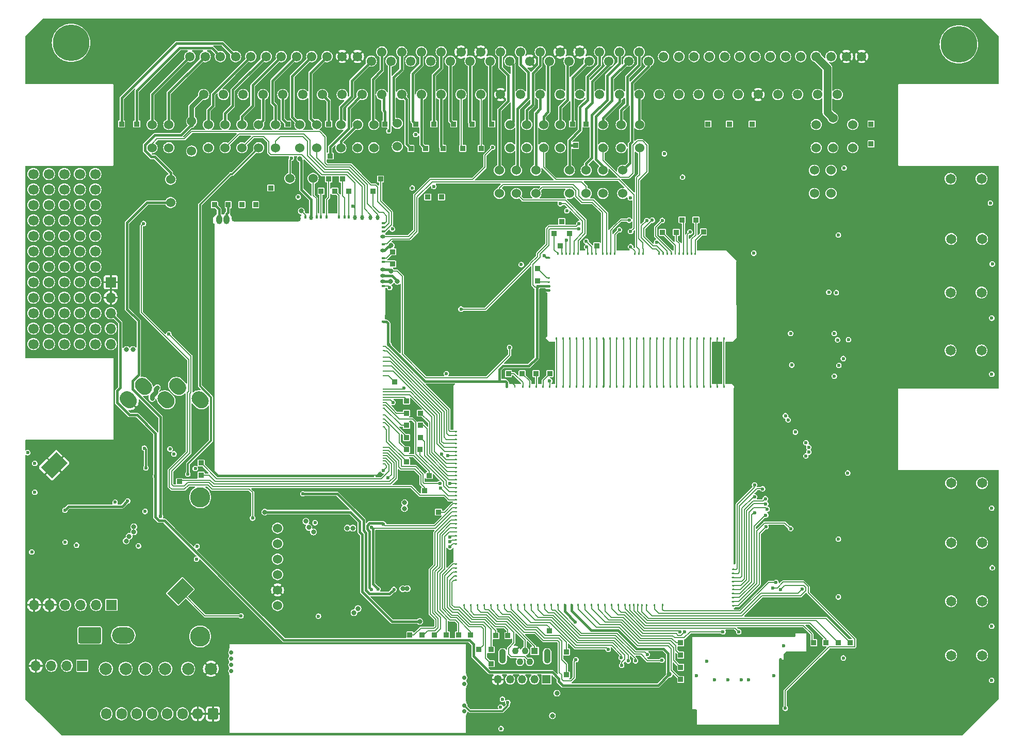
<source format=gbl>
G04 #@! TF.GenerationSoftware,KiCad,Pcbnew,8.0.9-8.0.9-0~ubuntu24.04.1*
G04 #@! TF.CreationDate,2025-03-06T21:50:42+00:00*
G04 #@! TF.ProjectId,hellen88bmw,68656c6c-656e-4383-9862-6d772e6b6963,B*
G04 #@! TF.SameCoordinates,PX3d1b110PY9269338*
G04 #@! TF.FileFunction,Copper,L4,Bot*
G04 #@! TF.FilePolarity,Positive*
%FSLAX46Y46*%
G04 Gerber Fmt 4.6, Leading zero omitted, Abs format (unit mm)*
G04 Created by KiCad (PCBNEW 8.0.9-8.0.9-0~ubuntu24.04.1) date 2025-03-06 21:50:42*
%MOMM*%
%LPD*%
G01*
G04 APERTURE LIST*
G04 #@! TA.AperFunction,ComponentPad*
%ADD10C,6.000000*%
G04 #@! TD*
G04 #@! TA.AperFunction,ComponentPad*
%ADD11C,1.550000*%
G04 #@! TD*
G04 #@! TA.AperFunction,ComponentPad*
%ADD12C,1.524000*%
G04 #@! TD*
G04 #@! TA.AperFunction,ComponentPad*
%ADD13R,1.700000X1.700000*%
G04 #@! TD*
G04 #@! TA.AperFunction,ComponentPad*
%ADD14O,1.700000X1.700000*%
G04 #@! TD*
G04 #@! TA.AperFunction,ComponentPad*
%ADD15C,1.650000*%
G04 #@! TD*
G04 #@! TA.AperFunction,ComponentPad*
%ADD16R,0.850000X0.850000*%
G04 #@! TD*
G04 #@! TA.AperFunction,ComponentPad*
%ADD17R,1.350000X1.350000*%
G04 #@! TD*
G04 #@! TA.AperFunction,ComponentPad*
%ADD18O,1.350000X1.350000*%
G04 #@! TD*
G04 #@! TA.AperFunction,ComponentPad*
%ADD19C,1.700000*%
G04 #@! TD*
G04 #@! TA.AperFunction,ComponentPad*
%ADD20C,2.000000*%
G04 #@! TD*
G04 #@! TA.AperFunction,ComponentPad*
%ADD21C,1.300000*%
G04 #@! TD*
G04 #@! TA.AperFunction,ComponentPad*
%ADD22C,0.599999*%
G04 #@! TD*
G04 #@! TA.AperFunction,ComponentPad*
%ADD23O,3.700000X2.700000*%
G04 #@! TD*
G04 #@! TA.AperFunction,ComponentPad*
%ADD24C,0.700000*%
G04 #@! TD*
G04 #@! TA.AperFunction,SMDPad,CuDef*
%ADD25R,0.250000X3.100000*%
G04 #@! TD*
G04 #@! TA.AperFunction,SMDPad,CuDef*
%ADD26R,0.250000X2.250000*%
G04 #@! TD*
G04 #@! TA.AperFunction,SMDPad,CuDef*
%ADD27R,0.250000X5.050000*%
G04 #@! TD*
G04 #@! TA.AperFunction,SMDPad,CuDef*
%ADD28R,39.250000X0.250000*%
G04 #@! TD*
G04 #@! TA.AperFunction,SMDPad,CuDef*
%ADD29R,0.250000X9.750000*%
G04 #@! TD*
G04 #@! TA.AperFunction,SMDPad,CuDef*
%ADD30R,0.250000X0.950000*%
G04 #@! TD*
G04 #@! TA.AperFunction,ComponentPad*
%ADD31O,1.700000X1.850000*%
G04 #@! TD*
G04 #@! TA.AperFunction,ComponentPad*
%ADD32R,1.100000X1.100000*%
G04 #@! TD*
G04 #@! TA.AperFunction,ComponentPad*
%ADD33C,1.100000*%
G04 #@! TD*
G04 #@! TA.AperFunction,ComponentPad*
%ADD34O,1.100000X2.400000*%
G04 #@! TD*
G04 #@! TA.AperFunction,ComponentPad*
%ADD35C,3.302000*%
G04 #@! TD*
G04 #@! TA.AperFunction,SMDPad,CuDef*
%ADD36O,25.600000X0.200000*%
G04 #@! TD*
G04 #@! TA.AperFunction,SMDPad,CuDef*
%ADD37O,0.200000X40.800000*%
G04 #@! TD*
G04 #@! TA.AperFunction,SMDPad,CuDef*
%ADD38O,1.000001X1.500000*%
G04 #@! TD*
G04 #@! TA.AperFunction,SMDPad,CuDef*
%ADD39O,11.400000X1.100000*%
G04 #@! TD*
G04 #@! TA.AperFunction,SMDPad,CuDef*
%ADD40O,0.399999X0.599999*%
G04 #@! TD*
G04 #@! TA.AperFunction,SMDPad,CuDef*
%ADD41O,0.599999X0.800001*%
G04 #@! TD*
G04 #@! TA.AperFunction,SMDPad,CuDef*
%ADD42O,0.599999X0.399999*%
G04 #@! TD*
G04 #@! TA.AperFunction,SMDPad,CuDef*
%ADD43O,0.800001X0.599999*%
G04 #@! TD*
G04 #@! TA.AperFunction,SMDPad,CuDef*
%ADD44O,0.399999X0.200000*%
G04 #@! TD*
G04 #@! TA.AperFunction,SMDPad,CuDef*
%ADD45O,0.499999X11.400000*%
G04 #@! TD*
G04 #@! TA.AperFunction,SMDPad,CuDef*
%ADD46O,17.400001X0.399999*%
G04 #@! TD*
G04 #@! TA.AperFunction,SMDPad,CuDef*
%ADD47O,14.449999X0.499999*%
G04 #@! TD*
G04 #@! TA.AperFunction,SMDPad,CuDef*
%ADD48O,0.499999X2.999999*%
G04 #@! TD*
G04 #@! TA.AperFunction,SMDPad,CuDef*
%ADD49O,1.200000X0.499999*%
G04 #@! TD*
G04 #@! TA.AperFunction,SMDPad,CuDef*
%ADD50O,0.499999X12.700000*%
G04 #@! TD*
G04 #@! TA.AperFunction,ViaPad*
%ADD51C,0.600000*%
G04 #@! TD*
G04 #@! TA.AperFunction,ViaPad*
%ADD52C,0.800000*%
G04 #@! TD*
G04 #@! TA.AperFunction,ViaPad*
%ADD53C,1.300000*%
G04 #@! TD*
G04 #@! TA.AperFunction,ViaPad*
%ADD54C,0.812800*%
G04 #@! TD*
G04 #@! TA.AperFunction,Conductor*
%ADD55C,0.400000*%
G04 #@! TD*
G04 #@! TA.AperFunction,Conductor*
%ADD56C,0.300000*%
G04 #@! TD*
G04 #@! TA.AperFunction,Conductor*
%ADD57C,0.200000*%
G04 #@! TD*
G04 #@! TA.AperFunction,Conductor*
%ADD58C,0.800000*%
G04 #@! TD*
G04 #@! TA.AperFunction,Conductor*
%ADD59C,1.300000*%
G04 #@! TD*
G04 #@! TA.AperFunction,Conductor*
%ADD60C,0.254000*%
G04 #@! TD*
G04 #@! TA.AperFunction,Conductor*
%ADD61C,0.250000*%
G04 #@! TD*
G04 APERTURE END LIST*
D10*
G04 #@! TO.P,PP1,*
G04 #@! TO.N,*
X7632400Y113856400D03*
X153342400Y113606400D03*
D11*
G04 #@! TO.P,PP1,1,1*
G04 #@! TO.N,Net-(JP1-Pad1)*
X27142400Y111606400D03*
G04 #@! TO.P,PP1,2,2*
G04 #@! TO.N,/OUT_ICV*
X32142400Y111606400D03*
G04 #@! TO.P,PP1,3,3*
G04 #@! TO.N,Net-(JP3-Pad1)*
X37142400Y111606400D03*
G04 #@! TO.P,PP1,4,4*
G04 #@! TO.N,Net-(JP4-Pad1)*
X42142400Y111606400D03*
G04 #@! TO.P,PP1,5,5*
G04 #@! TO.N,Net-(JP5-Pad1)*
X47142400Y111606400D03*
G04 #@! TO.P,PP1,6,6*
G04 #@! TO.N,GND*
X52142400Y111606400D03*
G04 #@! TO.P,PP1,7,7*
G04 #@! TO.N,Net-(JP7-Pad1)*
X56892400Y110856400D03*
G04 #@! TO.P,PP1,8,8*
G04 #@! TO.N,Net-(JP8-Pad1)*
X60142400Y110856400D03*
G04 #@! TO.P,PP1,9,9*
G04 #@! TO.N,unconnected-(PP1-Pad9)*
X63392400Y110856400D03*
G04 #@! TO.P,PP1,10,10*
G04 #@! TO.N,unconnected-(PP1-Pad10)*
X66642400Y110856400D03*
G04 #@! TO.P,PP1,11,11*
G04 #@! TO.N,Net-(PP1-Pad11)*
X69892400Y110856400D03*
G04 #@! TO.P,PP1,12,12*
G04 #@! TO.N,Net-(PP1-Pad12)*
X73142400Y110856400D03*
G04 #@! TO.P,PP1,13,13*
G04 #@! TO.N,Net-(PP1-Pad13)*
X76392400Y110856400D03*
G04 #@! TO.P,PP1,14,14*
G04 #@! TO.N,Net-(JP14-Pad1)*
X79642400Y110856400D03*
G04 #@! TO.P,PP1,15,15*
G04 #@! TO.N,GND*
X82892400Y110856400D03*
G04 #@! TO.P,PP1,16,16*
G04 #@! TO.N,Net-(JP16-Pad1)*
X86142400Y110856400D03*
G04 #@! TO.P,PP1,17,17*
G04 #@! TO.N,Net-(JP17-Pad1)*
X89392400Y110856400D03*
G04 #@! TO.P,PP1,18,18*
G04 #@! TO.N,Net-(PP1-Pad18)*
X92642400Y110856400D03*
G04 #@! TO.P,PP1,19,19*
G04 #@! TO.N,Net-(PP1-Pad19)*
X95892400Y110856400D03*
G04 #@! TO.P,PP1,20,20*
G04 #@! TO.N,Net-(JP20-Pad1)*
X99142400Y110856400D03*
G04 #@! TO.P,PP1,21,21*
G04 #@! TO.N,Net-(JP21-Pad1)*
X102392400Y110856400D03*
G04 #@! TO.P,PP1,22,22*
G04 #@! TO.N,/HV_7*
X107392400Y111606400D03*
G04 #@! TO.P,PP1,23,23*
G04 #@! TO.N,/HV_4*
X112392400Y111606400D03*
G04 #@! TO.P,PP1,24,24*
G04 #@! TO.N,/HV_6*
X117392400Y111606400D03*
G04 #@! TO.P,PP1,25,25*
G04 #@! TO.N,/HV_5*
X122392400Y111606400D03*
G04 #@! TO.P,PP1,26,26*
G04 #@! TO.N,Net-(JP26-Pad1)*
X127392400Y111606400D03*
G04 #@! TO.P,PP1,27,27*
G04 #@! TO.N,Net-(JP27-Pad1)*
X132392400Y111606400D03*
G04 #@! TO.P,PP1,28,28*
G04 #@! TO.N,GND*
X137392400Y111606400D03*
G04 #@! TO.P,PP1,29,29*
G04 #@! TO.N,Net-(JP29-Pad1)*
X29642400Y111606400D03*
G04 #@! TO.P,PP1,30,30*
G04 #@! TO.N,Net-(PP1-Pad30)*
X34642400Y111606400D03*
G04 #@! TO.P,PP1,31,31*
G04 #@! TO.N,Net-(JP31-Pad1)*
X39642400Y111606400D03*
G04 #@! TO.P,PP1,32,32*
G04 #@! TO.N,Net-(JP32-Pad1)*
X44642400Y111606400D03*
G04 #@! TO.P,PP1,33,33*
G04 #@! TO.N,Net-(JP33-Pad1)*
X49642400Y111606400D03*
G04 #@! TO.P,PP1,34,34*
G04 #@! TO.N,GND*
X54642400Y111606400D03*
G04 #@! TO.P,PP1,35,35*
G04 #@! TO.N,Net-(JP35-Pad1)*
X58642400Y112356400D03*
G04 #@! TO.P,PP1,36,36*
G04 #@! TO.N,Net-(JP36-Pad1)*
X61892400Y112356400D03*
G04 #@! TO.P,PP1,37,37*
G04 #@! TO.N,Net-(PP1-Pad37)*
X65142400Y112356400D03*
G04 #@! TO.P,PP1,38,38*
G04 #@! TO.N,Net-(PP1-Pad38)*
X68392400Y112356400D03*
G04 #@! TO.P,PP1,39,39*
G04 #@! TO.N,GND*
X71642400Y112356400D03*
G04 #@! TO.P,PP1,40,40*
X74892400Y112356400D03*
G04 #@! TO.P,PP1,41,41*
G04 #@! TO.N,Net-(JP41-Pad1)*
X78142400Y112356400D03*
G04 #@! TO.P,PP1,42,42*
G04 #@! TO.N,Net-(JP42-Pad1)*
X81392400Y112356400D03*
G04 #@! TO.P,PP1,43,43*
G04 #@! TO.N,Net-(JP43-Pad1)*
X84642400Y112356400D03*
G04 #@! TO.P,PP1,44,44*
G04 #@! TO.N,GND*
X87892400Y112356400D03*
G04 #@! TO.P,PP1,45,45*
X91142400Y112356400D03*
G04 #@! TO.P,PP1,46,46*
G04 #@! TO.N,Net-(JP46-Pad1)*
X94392400Y112356400D03*
G04 #@! TO.P,PP1,47,47*
G04 #@! TO.N,Net-(JP47-Pad1)*
X97642400Y112356400D03*
G04 #@! TO.P,PP1,48,48*
G04 #@! TO.N,Net-(JP48-Pad1)*
X100892400Y112356400D03*
G04 #@! TO.P,PP1,49,49*
G04 #@! TO.N,/HV_8*
X104892400Y111606400D03*
G04 #@! TO.P,PP1,50,50*
G04 #@! TO.N,/HV_1*
X109892400Y111606400D03*
G04 #@! TO.P,PP1,51,51*
G04 #@! TO.N,/HV_2*
X114892400Y111606400D03*
G04 #@! TO.P,PP1,52,52*
G04 #@! TO.N,/HV_3*
X119892400Y111606400D03*
G04 #@! TO.P,PP1,53,53*
G04 #@! TO.N,unconnected-(PP1-Pad53)*
X124892400Y111606400D03*
G04 #@! TO.P,PP1,54,54*
G04 #@! TO.N,Net-(JP54-Pad1)*
X129892400Y111606400D03*
G04 #@! TO.P,PP1,55,55*
G04 #@! TO.N,GND*
X134892400Y111606400D03*
G04 #@! TO.P,PP1,56,56*
G04 #@! TO.N,Net-(JP2-Pad1)*
X29392400Y105356400D03*
G04 #@! TO.P,PP1,57,57*
G04 #@! TO.N,unconnected-(PP1-Pad57)*
X32642400Y105356400D03*
G04 #@! TO.P,PP1,58,58*
G04 #@! TO.N,unconnected-(PP1-Pad58)*
X35892400Y105356400D03*
G04 #@! TO.P,PP1,59,59*
G04 #@! TO.N,Net-(JP59-Pad1)*
X39142400Y105356400D03*
G04 #@! TO.P,PP1,60,60*
G04 #@! TO.N,Net-(PP1-Pad60)*
X42392400Y105356400D03*
G04 #@! TO.P,PP1,61,61*
G04 #@! TO.N,unconnected-(PP1-Pad61)*
X45642400Y105356400D03*
G04 #@! TO.P,PP1,62,62*
G04 #@! TO.N,Net-(PP1-Pad62)*
X48892400Y105356400D03*
G04 #@! TO.P,PP1,63,63*
G04 #@! TO.N,unconnected-(PP1-Pad63)*
X52142400Y105356400D03*
G04 #@! TO.P,PP1,64,64*
G04 #@! TO.N,Net-(PP1-Pad64)*
X55392400Y105356400D03*
G04 #@! TO.P,PP1,65,65*
G04 #@! TO.N,Net-(PP1-Pad65)*
X58642400Y105356400D03*
G04 #@! TO.P,PP1,66,66*
G04 #@! TO.N,Net-(PP1-Pad66)*
X61892400Y105356400D03*
G04 #@! TO.P,PP1,67,67*
G04 #@! TO.N,Net-(PP1-Pad67)*
X65142400Y105356400D03*
G04 #@! TO.P,PP1,68,68*
G04 #@! TO.N,Net-(PP1-Pad68)*
X68392400Y105356400D03*
G04 #@! TO.P,PP1,69,69*
G04 #@! TO.N,/IN_KNOCK1_RAW*
X71642400Y105356400D03*
G04 #@! TO.P,PP1,70,70*
G04 #@! TO.N,/IN_KNOCK2_RAW*
X74892400Y105356400D03*
G04 #@! TO.P,PP1,71,71*
G04 #@! TO.N,GND*
X78142400Y105356400D03*
G04 #@! TO.P,PP1,72,72*
G04 #@! TO.N,unconnected-(PP1-Pad72)*
X81392400Y105356400D03*
G04 #@! TO.P,PP1,73,73*
G04 #@! TO.N,Net-(JP73-Pad1)*
X84642400Y105356400D03*
G04 #@! TO.P,PP1,74,74*
G04 #@! TO.N,unconnected-(PP1-Pad74)*
X87892400Y105356400D03*
G04 #@! TO.P,PP1,75,75*
G04 #@! TO.N,unconnected-(PP1-Pad75)*
X91142400Y105356400D03*
G04 #@! TO.P,PP1,76,76*
G04 #@! TO.N,unconnected-(PP1-Pad76)*
X94392400Y105356400D03*
G04 #@! TO.P,PP1,77,77*
G04 #@! TO.N,Net-(JP77-Pad1)*
X97642400Y105356400D03*
G04 #@! TO.P,PP1,78,78*
G04 #@! TO.N,Net-(JP78-Pad1)*
X100892400Y105356400D03*
G04 #@! TO.P,PP1,79,79*
G04 #@! TO.N,unconnected-(PP1-Pad79)*
X104142400Y105356400D03*
G04 #@! TO.P,PP1,80,80*
G04 #@! TO.N,unconnected-(PP1-Pad80)*
X107392400Y105356400D03*
G04 #@! TO.P,PP1,81,81*
G04 #@! TO.N,Net-(PP1-Pad81)*
X110642400Y105356400D03*
G04 #@! TO.P,PP1,82,82*
G04 #@! TO.N,Net-(PP1-Pad82)*
X113892400Y105356400D03*
G04 #@! TO.P,PP1,83,83*
G04 #@! TO.N,Net-(PP1-Pad83)*
X117142400Y105356400D03*
G04 #@! TO.P,PP1,84,84*
G04 #@! TO.N,GND*
X120392400Y105356400D03*
G04 #@! TO.P,PP1,85,85*
G04 #@! TO.N,Net-(JP85-Pad1)*
X123642400Y105356400D03*
G04 #@! TO.P,PP1,86,86*
G04 #@! TO.N,Net-(JP86-Pad1)*
X126892400Y105356400D03*
G04 #@! TO.P,PP1,87,87*
G04 #@! TO.N,Net-(PP1-Pad87)*
X130142400Y105356400D03*
G04 #@! TO.P,PP1,88,88*
G04 #@! TO.N,Net-(PP1-Pad88)*
X133392400Y105356400D03*
G04 #@! TD*
D12*
G04 #@! TO.P,JP1,1,1*
G04 #@! TO.N,Net-(JP1-Pad1)*
X20926000Y100428000D03*
G04 #@! TO.P,JP1,2,2*
G04 #@! TO.N,/OUT_FUEL_PUMP_RELAY*
X20926000Y96618000D03*
G04 #@! TD*
G04 #@! TO.P,JP3,1,1*
G04 #@! TO.N,Net-(JP3-Pad1)*
X30176000Y100428000D03*
G04 #@! TO.P,JP3,2,2*
G04 #@! TO.N,/OUT_INJ5*
X30176000Y96618000D03*
G04 #@! TD*
G04 #@! TO.P,JP4,1,1*
G04 #@! TO.N,Net-(JP4-Pad1)*
X35676000Y100428000D03*
G04 #@! TO.P,JP4,2,2*
G04 #@! TO.N,/OUT_INJ6*
X35676000Y96618000D03*
G04 #@! TD*
G04 #@! TO.P,JP5,1,1*
G04 #@! TO.N,Net-(JP5-Pad1)*
X45176000Y100428000D03*
G04 #@! TO.P,JP5,2,2*
G04 #@! TO.N,/OUT_INJ4*
X45176000Y96618000D03*
G04 #@! TD*
G04 #@! TO.P,JP7,1,1*
G04 #@! TO.N,Net-(JP7-Pad1)*
X51926000Y100428000D03*
G04 #@! TO.P,JP7,2,2*
G04 #@! TO.N,/OUT_INJ7*
X51926000Y96618000D03*
G04 #@! TD*
G04 #@! TO.P,JP16,1,1*
G04 #@! TO.N,Net-(JP16-Pad1)*
X85176000Y100428000D03*
G04 #@! TO.P,JP16,2,2*
G04 #@! TO.N,/IN_CRANK-*
X85176000Y96618000D03*
G04 #@! TD*
G04 #@! TO.P,JP17,1,1*
G04 #@! TO.N,Net-(JP17-Pad1)*
X87926000Y100428000D03*
G04 #@! TO.P,JP17,2,2*
G04 #@! TO.N,/IN_CAM*
X87926000Y96618000D03*
G04 #@! TD*
G04 #@! TO.P,JP20,1,1*
G04 #@! TO.N,Net-(JP20-Pad1)*
X94926000Y92928000D03*
G04 #@! TO.P,JP20,2,2*
G04 #@! TO.N,/USBP*
X94926000Y89118000D03*
G04 #@! TD*
G04 #@! TO.P,JP21,1,1*
G04 #@! TO.N,Net-(JP21-Pad1)*
X98176000Y92928000D03*
G04 #@! TO.P,JP21,2,2*
G04 #@! TO.N,/USBM*
X98176000Y89118000D03*
G04 #@! TD*
G04 #@! TO.P,JP26,1,1*
G04 #@! TO.N,Net-(JP26-Pad1)*
X129926000Y100428000D03*
G04 #@! TO.P,JP26,2,2*
G04 #@! TO.N,/V12_PERM*
X129926000Y96618000D03*
G04 #@! TD*
G04 #@! TO.P,JP27,1,1*
G04 #@! TO.N,Net-(JP27-Pad1)*
X135926000Y100428000D03*
G04 #@! TO.P,JP27,2,2*
G04 #@! TO.N,/OUT_MAIN_RELAY*
X135926000Y96618000D03*
G04 #@! TD*
G04 #@! TO.P,JP29,1,1*
G04 #@! TO.N,Net-(JP29-Pad1)*
X23676000Y100428000D03*
G04 #@! TO.P,JP29,2,2*
G04 #@! TO.N,/OUT_IDLE*
X23676000Y96618000D03*
G04 #@! TD*
G04 #@! TO.P,JP31,1,1*
G04 #@! TO.N,Net-(JP31-Pad1)*
X32926000Y100428000D03*
G04 #@! TO.P,JP31,2,2*
G04 #@! TO.N,/OUT_INJ3*
X32926000Y96618000D03*
G04 #@! TD*
G04 #@! TO.P,JP32,1,1*
G04 #@! TO.N,Net-(JP32-Pad1)*
X41176000Y100428000D03*
G04 #@! TO.P,JP32,2,2*
G04 #@! TO.N,/OUT_INJ2*
X41176000Y96618000D03*
G04 #@! TD*
G04 #@! TO.P,JP33,1,1*
G04 #@! TO.N,Net-(JP33-Pad1)*
X47926000Y100428000D03*
G04 #@! TO.P,JP33,2,2*
G04 #@! TO.N,/OUT_INJ1*
X47926000Y96618000D03*
G04 #@! TD*
G04 #@! TO.P,JP35,1,1*
G04 #@! TO.N,Net-(JP35-Pad1)*
X57326000Y100428000D03*
G04 #@! TO.P,JP35,2,2*
G04 #@! TO.N,/OUT_INJ8*
X57326000Y96618000D03*
G04 #@! TD*
G04 #@! TO.P,JP41,1,1*
G04 #@! TO.N,Net-(JP41-Pad1)*
X77926000Y92928000D03*
G04 #@! TO.P,JP41,2,2*
G04 #@! TO.N,/IN_MAF*
X77926000Y89118000D03*
G04 #@! TD*
G04 #@! TO.P,JP42,1,1*
G04 #@! TO.N,Net-(JP42-Pad1)*
X80726000Y92928000D03*
G04 #@! TO.P,JP42,2,2*
G04 #@! TO.N,/IN_VSS*
X80726000Y89118000D03*
G04 #@! TD*
G04 #@! TO.P,JP43,1,1*
G04 #@! TO.N,Net-(JP43-Pad1)*
X82426000Y100428000D03*
G04 #@! TO.P,JP43,2,2*
G04 #@! TO.N,/IN_CRANK+*
X82426000Y96618000D03*
G04 #@! TD*
G04 #@! TO.P,JP46,1,1*
G04 #@! TO.N,Net-(JP46-Pad1)*
X89426000Y92928000D03*
G04 #@! TO.P,JP46,2,2*
G04 #@! TO.N,/OUT_FUEL_CONSUM*
X89426000Y89118000D03*
G04 #@! TD*
G04 #@! TO.P,JP47,1,1*
G04 #@! TO.N,Net-(JP47-Pad1)*
X92176000Y92928000D03*
G04 #@! TO.P,JP47,2,2*
G04 #@! TO.N,/OUT_TACH*
X92176000Y89118000D03*
G04 #@! TD*
G04 #@! TO.P,JP54,1,1*
G04 #@! TO.N,Net-(JP54-Pad1)*
X132676000Y101523000D03*
G04 #@! TO.P,JP54,2,2*
G04 #@! TO.N,+12V_RAW*
X132676000Y96623000D03*
G04 #@! TD*
G04 #@! TO.P,JP56,1,1*
G04 #@! TO.N,Net-(JP2-Pad1)*
X27426000Y100973000D03*
G04 #@! TO.P,JP56,2,2*
G04 #@! TO.N,+12V_RAW*
X27426000Y96073000D03*
G04 #@! TD*
G04 #@! TO.P,JP73,1,1*
G04 #@! TO.N,Net-(JP73-Pad1)*
X83926000Y92928000D03*
G04 #@! TO.P,JP73,2,2*
G04 #@! TO.N,/IN_TPS*
X83926000Y89118000D03*
G04 #@! TD*
G04 #@! TO.P,JP77,1,1*
G04 #@! TO.N,Net-(JP77-Pad1)*
X94926000Y100428000D03*
G04 #@! TO.P,JP77,2,2*
G04 #@! TO.N,/IN_IAT*
X94926000Y96618000D03*
G04 #@! TD*
G04 #@! TO.P,JP78,1,1*
G04 #@! TO.N,Net-(JP78-Pad1)*
X100926000Y100428000D03*
G04 #@! TO.P,JP78,2,2*
G04 #@! TO.N,/IN_CLT*
X100926000Y96618000D03*
G04 #@! TD*
G04 #@! TO.P,JP85,1,1*
G04 #@! TO.N,Net-(JP85-Pad1)*
X132376000Y92928000D03*
G04 #@! TO.P,JP85,2,2*
G04 #@! TO.N,/CAN-*
X132376000Y89118000D03*
G04 #@! TD*
G04 #@! TO.P,JP86,1,1*
G04 #@! TO.N,Net-(JP86-Pad1)*
X129626000Y92928000D03*
G04 #@! TO.P,JP86,2,2*
G04 #@! TO.N,/CAN+*
X129626000Y89118000D03*
G04 #@! TD*
G04 #@! TO.P,JP59,1,1*
G04 #@! TO.N,Net-(JP59-Pad1)*
X38426000Y100428000D03*
G04 #@! TO.P,JP59,2,2*
G04 #@! TO.N,+5VP*
X38426000Y96618000D03*
G04 #@! TD*
D13*
G04 #@! TO.P,J4,1,Pin_1*
G04 #@! TO.N,GND*
X14158000Y74529000D03*
D14*
G04 #@! TO.P,J4,2,Pin_2*
X14158000Y71989000D03*
G04 #@! TO.P,J4,3,Pin_3*
G04 #@! TO.N,+3V3*
X14158000Y69449000D03*
G04 #@! TO.P,J4,4,Pin_4*
G04 #@! TO.N,+5V*
X14158000Y66909000D03*
G04 #@! TO.P,J4,5,Pin_5*
G04 #@! TO.N,+12V_RAW*
X14158000Y64369000D03*
G04 #@! TD*
D15*
G04 #@! TO.P,F3,1,1*
G04 #@! TO.N,/HV_6*
X157066000Y72823000D03*
G04 #@! TO.P,F3,2,2*
G04 #@! TO.N,/COIL_6*
X151986000Y72823000D03*
G04 #@! TD*
D16*
G04 #@! TO.P,VIN16,1,Pin_1*
G04 #@! TO.N,Net-(M7-PadE4)*
X84176000Y76773000D03*
G04 #@! TD*
D17*
G04 #@! TO.P,J2,1,Pin_1*
G04 #@! TO.N,/VBUS*
X85676000Y9273000D03*
D18*
G04 #@! TO.P,J2,2,Pin_2*
G04 #@! TO.N,/USBM*
X83676000Y9273000D03*
G04 #@! TO.P,J2,3,Pin_3*
G04 #@! TO.N,/USBP*
X81676000Y9273000D03*
G04 #@! TO.P,J2,4,Pin_4*
G04 #@! TO.N,unconnected-(J2-Pad4)*
X79676000Y9273000D03*
G04 #@! TO.P,J2,5,Pin_5*
G04 #@! TO.N,GND*
X77676000Y9273000D03*
G04 #@! TD*
D16*
G04 #@! TO.P,VIN5,1,Pin_1*
G04 #@! TO.N,Net-(M7-PadS9)*
X93926000Y80523000D03*
G04 #@! TD*
G04 #@! TO.P,VOUT27,1,Pin_1*
G04 #@! TO.N,Net-(M9-PadW39)*
X28976000Y44823000D03*
G04 #@! TD*
G04 #@! TO.P,MMCU14,1,Pin_1*
G04 #@! TO.N,Net-(M11-PadE16)*
X67926000Y36773000D03*
G04 #@! TD*
G04 #@! TO.P,MMCU4,1,Pin_1*
G04 #@! TO.N,Net-(M11-PadN6)*
X131526001Y15323000D03*
G04 #@! TD*
G04 #@! TO.P,MMCU31,1,Pin_1*
G04 #@! TO.N,Net-(M11-PadE13)*
X63226000Y16573000D03*
G04 #@! TD*
G04 #@! TO.P,cr8,1,Pin_1*
G04 #@! TO.N,Net-(PP1-Pad30)*
X15926000Y100523000D03*
G04 #@! TD*
G04 #@! TO.P,VOUT24,1,Pin_1*
G04 #@! TO.N,Net-(M9-PadW21)*
X60776000Y58123000D03*
G04 #@! TD*
G04 #@! TO.P,MMCU28,1,Pin_1*
G04 #@! TO.N,Net-(M11-PadE9)*
X71226000Y16573000D03*
G04 #@! TD*
G04 #@! TO.P,VOUT10,1,Pin_1*
G04 #@! TO.N,Net-(M9-PadS10)*
X49926000Y91474215D03*
G04 #@! TD*
D19*
G04 #@! TO.P,G6,1*
G04 #@! TO.N,Net-(G6-Pad1)*
X1458000Y77069000D03*
G04 #@! TO.P,G6,2*
G04 #@! TO.N,Net-(G6-Pad12)*
X3998000Y77069000D03*
G04 #@! TO.P,G6,3*
G04 #@! TO.N,Net-(G6-Pad13)*
X6538000Y77069000D03*
G04 #@! TO.P,G6,4*
G04 #@! TO.N,Net-(G6-Pad14)*
X9078000Y77069000D03*
G04 #@! TO.P,G6,5*
G04 #@! TO.N,Net-(G6-Pad10)*
X11618000Y77069000D03*
G04 #@! TO.P,G6,6*
G04 #@! TO.N,Net-(G6-Pad1)*
X1458000Y74529000D03*
G04 #@! TO.P,G6,7*
G04 #@! TO.N,Net-(G6-Pad12)*
X3998000Y74529000D03*
G04 #@! TO.P,G6,8*
G04 #@! TO.N,Net-(G6-Pad13)*
X6538000Y74529000D03*
G04 #@! TO.P,G6,9*
G04 #@! TO.N,Net-(G6-Pad14)*
X9078000Y74529000D03*
G04 #@! TO.P,G6,10*
G04 #@! TO.N,Net-(G6-Pad10)*
X11618000Y74529000D03*
G04 #@! TO.P,G6,11*
G04 #@! TO.N,Net-(G6-Pad1)*
X1458000Y71989000D03*
G04 #@! TO.P,G6,12*
G04 #@! TO.N,Net-(G6-Pad12)*
X3998000Y71989000D03*
G04 #@! TO.P,G6,13*
G04 #@! TO.N,Net-(G6-Pad13)*
X6538000Y71989000D03*
G04 #@! TO.P,G6,14*
G04 #@! TO.N,Net-(G6-Pad14)*
X9078000Y71989000D03*
G04 #@! TO.P,G6,15*
G04 #@! TO.N,Net-(G6-Pad10)*
X11618000Y71989000D03*
G04 #@! TD*
D16*
G04 #@! TO.P,cr1,1,Pin_1*
G04 #@! TO.N,Net-(PP1-Pad11)*
X70426000Y100523000D03*
G04 #@! TD*
G04 #@! TO.P,MMCU30,1,Pin_1*
G04 #@! TO.N,Net-(M11-PadE11)*
X67226000Y16573000D03*
G04 #@! TD*
G04 #@! TO.P,MMCU18,1,Pin_1*
G04 #@! TO.N,Net-(M11-PadE10)*
X69226000Y16573000D03*
G04 #@! TD*
G04 #@! TO.P,cr11,1,Pin_1*
G04 #@! TO.N,Net-(PP1-Pad38)*
X67176000Y100523000D03*
G04 #@! TD*
D20*
G04 #@! TO.P,P3,1,Pin_1*
G04 #@! TO.N,/LSU_CALIBR_RES*
X23090213Y11023000D03*
G04 #@! TD*
D16*
G04 #@! TO.P,MMCU9,1,Pin_1*
G04 #@! TO.N,Net-(M11-PadE1)*
X77326000Y16473000D03*
G04 #@! TD*
G04 #@! TO.P,VOUT5,1,Pin_1*
G04 #@! TO.N,Net-(M9-PadS9)*
X48676000Y89474215D03*
G04 #@! TD*
G04 #@! TO.P,VOUT13,1,Pin_1*
G04 #@! TO.N,Net-(M9-PadW27)*
X62676000Y53023000D03*
G04 #@! TD*
G04 #@! TO.P,KNOCK_RAW2,1,Pin_1*
G04 #@! TO.N,/IN_KNOCK2_RAW*
X74926000Y96523000D03*
G04 #@! TD*
G04 #@! TO.P,MMCU2,1,Pin_1*
G04 #@! TO.N,Net-(M11-PadN4)*
X135526000Y15323000D03*
G04 #@! TD*
G04 #@! TO.P,MMCU7,1,Pin_1*
G04 #@! TO.N,Net-(M11-PadN27)*
X88926000Y10023000D03*
G04 #@! TD*
D12*
G04 #@! TO.P,JP14,1,1*
G04 #@! TO.N,Net-(JP14-Pad1)*
X79676000Y100428000D03*
G04 #@! TO.P,JP14,2,2*
G04 #@! TO.N,/IN_MAF*
X79676000Y96618000D03*
G04 #@! TD*
G04 #@! TO.P,JP36,1,1*
G04 #@! TO.N,Net-(JP36-Pad1)*
X61176000Y100630500D03*
G04 #@! TO.P,JP36,2,2*
G04 #@! TO.N,/OUT_EVAP*
X61176000Y96820500D03*
G04 #@! TD*
G04 #@! TO.P,M7,E1,GND*
G04 #@! TO.N,GND*
G04 #@! TA.AperFunction,SMDPad,CuDef*
G36*
G01*
X85900998Y73366793D02*
X86150998Y73366793D01*
G75*
G02*
X86275998Y73241793I0J-125000D01*
G01*
X86275998Y73241793D01*
G75*
G02*
X86150998Y73116793I-125000J0D01*
G01*
X85900998Y73116793D01*
G75*
G02*
X85775998Y73241793I0J125000D01*
G01*
X85775998Y73241793D01*
G75*
G02*
X85900998Y73366793I125000J0D01*
G01*
G37*
G04 #@! TD.AperFunction*
G04 #@! TO.P,M7,E2,V5*
G04 #@! TO.N,+5V*
G04 #@! TA.AperFunction,SMDPad,CuDef*
G36*
G01*
X85900998Y74026794D02*
X86150998Y74026794D01*
G75*
G02*
X86275998Y73901794I0J-125000D01*
G01*
X86275998Y73901794D01*
G75*
G02*
X86150998Y73776794I-125000J0D01*
G01*
X85900998Y73776794D01*
G75*
G02*
X85775998Y73901794I0J125000D01*
G01*
X85775998Y73901794D01*
G75*
G02*
X85900998Y74026794I125000J0D01*
G01*
G37*
G04 #@! TD.AperFunction*
G04 #@! TO.P,M7,E3,WBO_O2S2*
G04 #@! TO.N,Net-(M7-PadE3)*
G04 #@! TA.AperFunction,SMDPad,CuDef*
G36*
G01*
X85900998Y74686795D02*
X86150998Y74686795D01*
G75*
G02*
X86275998Y74561795I0J-125000D01*
G01*
X86275998Y74561795D01*
G75*
G02*
X86150998Y74436795I-125000J0D01*
G01*
X85900998Y74436795D01*
G75*
G02*
X85775998Y74561795I0J125000D01*
G01*
X85775998Y74561795D01*
G75*
G02*
X85900998Y74686795I125000J0D01*
G01*
G37*
G04 #@! TD.AperFunction*
G04 #@! TO.P,M7,E4,WBO_O2S*
G04 #@! TO.N,Net-(M7-PadE4)*
G04 #@! TA.AperFunction,SMDPad,CuDef*
G36*
G01*
X85900998Y75346796D02*
X86150998Y75346796D01*
G75*
G02*
X86275998Y75221796I0J-125000D01*
G01*
X86275998Y75221796D01*
G75*
G02*
X86150998Y75096796I-125000J0D01*
G01*
X85900998Y75096796D01*
G75*
G02*
X85775998Y75221796I0J125000D01*
G01*
X85775998Y75221796D01*
G75*
G02*
X85900998Y75346796I125000J0D01*
G01*
G37*
G04 #@! TD.AperFunction*
G04 #@! TO.P,M7,E5,V5A*
G04 #@! TO.N,+5VA*
G04 #@! TA.AperFunction,SMDPad,CuDef*
G36*
G01*
X85900998Y78646803D02*
X86150998Y78646803D01*
G75*
G02*
X86275998Y78521803I0J-125000D01*
G01*
X86275998Y78521803D01*
G75*
G02*
X86150998Y78396803I-125000J0D01*
G01*
X85900998Y78396803D01*
G75*
G02*
X85775998Y78521803I0J125000D01*
G01*
X85775998Y78521803D01*
G75*
G02*
X85900998Y78646803I125000J0D01*
G01*
G37*
G04 #@! TD.AperFunction*
G04 #@! TO.P,M7,N1,V5A*
G04 #@! TA.AperFunction,SMDPad,CuDef*
G36*
G01*
X114671000Y65148000D02*
X114671000Y65398000D01*
G75*
G02*
X114796000Y65523000I125000J0D01*
G01*
X114796000Y65523000D01*
G75*
G02*
X114921000Y65398000I0J-125000D01*
G01*
X114921000Y65148000D01*
G75*
G02*
X114796000Y65023000I-125000J0D01*
G01*
X114796000Y65023000D01*
G75*
G02*
X114671000Y65148000I0J125000D01*
G01*
G37*
G04 #@! TD.AperFunction*
G04 #@! TO.P,M7,N2,GNDA*
G04 #@! TO.N,GND*
G04 #@! TA.AperFunction,SMDPad,CuDef*
G36*
G01*
X113820996Y65398000D02*
X113820996Y65148000D01*
G75*
G02*
X113695996Y65023000I-125000J0D01*
G01*
X113695996Y65023000D01*
G75*
G02*
X113570996Y65148000I0J125000D01*
G01*
X113570996Y65398000D01*
G75*
G02*
X113695996Y65523000I125000J0D01*
G01*
X113695996Y65523000D01*
G75*
G02*
X113820996Y65398000I0J-125000D01*
G01*
G37*
G04 #@! TD.AperFunction*
G04 #@! TO.P,M7,N3,RES2*
G04 #@! TO.N,/RES2*
G04 #@! TA.AperFunction,SMDPad,CuDef*
G36*
G01*
X112720995Y65398000D02*
X112720995Y65148000D01*
G75*
G02*
X112595995Y65023000I-125000J0D01*
G01*
X112595995Y65023000D01*
G75*
G02*
X112470995Y65148000I0J125000D01*
G01*
X112470995Y65398000D01*
G75*
G02*
X112595995Y65523000I125000J0D01*
G01*
X112595995Y65523000D01*
G75*
G02*
X112720995Y65398000I0J-125000D01*
G01*
G37*
G04 #@! TD.AperFunction*
G04 #@! TO.P,M7,N4,O2S2*
G04 #@! TO.N,/A1*
G04 #@! TA.AperFunction,SMDPad,CuDef*
G36*
G01*
X111620998Y65398000D02*
X111620998Y65148000D01*
G75*
G02*
X111495998Y65023000I-125000J0D01*
G01*
X111495998Y65023000D01*
G75*
G02*
X111370998Y65148000I0J125000D01*
G01*
X111370998Y65398000D01*
G75*
G02*
X111495998Y65523000I125000J0D01*
G01*
X111495998Y65523000D01*
G75*
G02*
X111620998Y65398000I0J-125000D01*
G01*
G37*
G04 #@! TD.AperFunction*
G04 #@! TO.P,M7,N5,PPS*
G04 #@! TO.N,/PPS1*
G04 #@! TA.AperFunction,SMDPad,CuDef*
G36*
G01*
X110521000Y65398000D02*
X110521000Y65148000D01*
G75*
G02*
X110396000Y65023000I-125000J0D01*
G01*
X110396000Y65023000D01*
G75*
G02*
X110271000Y65148000I0J125000D01*
G01*
X110271000Y65398000D01*
G75*
G02*
X110396000Y65523000I125000J0D01*
G01*
X110396000Y65523000D01*
G75*
G02*
X110521000Y65398000I0J-125000D01*
G01*
G37*
G04 #@! TD.AperFunction*
G04 #@! TO.P,M7,N6,RES1*
G04 #@! TO.N,/RES1*
G04 #@! TA.AperFunction,SMDPad,CuDef*
G36*
G01*
X109421002Y65398000D02*
X109421002Y65148000D01*
G75*
G02*
X109296002Y65023000I-125000J0D01*
G01*
X109296002Y65023000D01*
G75*
G02*
X109171002Y65148000I0J125000D01*
G01*
X109171002Y65398000D01*
G75*
G02*
X109296002Y65523000I125000J0D01*
G01*
X109296002Y65523000D01*
G75*
G02*
X109421002Y65398000I0J-125000D01*
G01*
G37*
G04 #@! TD.AperFunction*
G04 #@! TO.P,M7,N7,AUX4*
G04 #@! TO.N,/AUX4*
G04 #@! TA.AperFunction,SMDPad,CuDef*
G36*
G01*
X108321004Y65398000D02*
X108321004Y65148000D01*
G75*
G02*
X108196004Y65023000I-125000J0D01*
G01*
X108196004Y65023000D01*
G75*
G02*
X108071004Y65148000I0J125000D01*
G01*
X108071004Y65398000D01*
G75*
G02*
X108196004Y65523000I125000J0D01*
G01*
X108196004Y65523000D01*
G75*
G02*
X108321004Y65398000I0J-125000D01*
G01*
G37*
G04 #@! TD.AperFunction*
G04 #@! TO.P,M7,N8,AUX3*
G04 #@! TO.N,/TPS3*
G04 #@! TA.AperFunction,SMDPad,CuDef*
G36*
G01*
X107221006Y65398000D02*
X107221006Y65148000D01*
G75*
G02*
X107096006Y65023000I-125000J0D01*
G01*
X107096006Y65023000D01*
G75*
G02*
X106971006Y65148000I0J125000D01*
G01*
X106971006Y65398000D01*
G75*
G02*
X107096006Y65523000I125000J0D01*
G01*
X107096006Y65523000D01*
G75*
G02*
X107221006Y65398000I0J-125000D01*
G01*
G37*
G04 #@! TD.AperFunction*
G04 #@! TO.P,M7,N9,AUX2*
G04 #@! TO.N,/PPS2*
G04 #@! TA.AperFunction,SMDPad,CuDef*
G36*
G01*
X106121009Y65398000D02*
X106121009Y65148000D01*
G75*
G02*
X105996009Y65023000I-125000J0D01*
G01*
X105996009Y65023000D01*
G75*
G02*
X105871009Y65148000I0J125000D01*
G01*
X105871009Y65398000D01*
G75*
G02*
X105996009Y65523000I125000J0D01*
G01*
X105996009Y65523000D01*
G75*
G02*
X106121009Y65398000I0J-125000D01*
G01*
G37*
G04 #@! TD.AperFunction*
G04 #@! TO.P,M7,N10,AUX1*
G04 #@! TO.N,/TPS2*
G04 #@! TA.AperFunction,SMDPad,CuDef*
G36*
G01*
X105021011Y65398000D02*
X105021011Y65148000D01*
G75*
G02*
X104896011Y65023000I-125000J0D01*
G01*
X104896011Y65023000D01*
G75*
G02*
X104771011Y65148000I0J125000D01*
G01*
X104771011Y65398000D01*
G75*
G02*
X104896011Y65523000I125000J0D01*
G01*
X104896011Y65523000D01*
G75*
G02*
X105021011Y65398000I0J-125000D01*
G01*
G37*
G04 #@! TD.AperFunction*
G04 #@! TO.P,M7,N11,RES3*
G04 #@! TO.N,/A4*
G04 #@! TA.AperFunction,SMDPad,CuDef*
G36*
G01*
X103921013Y65398000D02*
X103921013Y65148000D01*
G75*
G02*
X103796013Y65023000I-125000J0D01*
G01*
X103796013Y65023000D01*
G75*
G02*
X103671013Y65148000I0J125000D01*
G01*
X103671013Y65398000D01*
G75*
G02*
X103796013Y65523000I125000J0D01*
G01*
X103796013Y65523000D01*
G75*
G02*
X103921013Y65398000I0J-125000D01*
G01*
G37*
G04 #@! TD.AperFunction*
G04 #@! TO.P,M7,N12,MAP3*
G04 #@! TO.N,/A2*
G04 #@! TA.AperFunction,SMDPad,CuDef*
G36*
G01*
X102821015Y65398000D02*
X102821015Y65148000D01*
G75*
G02*
X102696015Y65023000I-125000J0D01*
G01*
X102696015Y65023000D01*
G75*
G02*
X102571015Y65148000I0J125000D01*
G01*
X102571015Y65398000D01*
G75*
G02*
X102696015Y65523000I125000J0D01*
G01*
X102696015Y65523000D01*
G75*
G02*
X102821015Y65398000I0J-125000D01*
G01*
G37*
G04 #@! TD.AperFunction*
G04 #@! TO.P,M7,N13,MAP2*
G04 #@! TO.N,/MAP2*
G04 #@! TA.AperFunction,SMDPad,CuDef*
G36*
G01*
X101721017Y65398000D02*
X101721017Y65148000D01*
G75*
G02*
X101596017Y65023000I-125000J0D01*
G01*
X101596017Y65023000D01*
G75*
G02*
X101471017Y65148000I0J125000D01*
G01*
X101471017Y65398000D01*
G75*
G02*
X101596017Y65523000I125000J0D01*
G01*
X101596017Y65523000D01*
G75*
G02*
X101721017Y65398000I0J-125000D01*
G01*
G37*
G04 #@! TD.AperFunction*
G04 #@! TO.P,M7,N14,MAP1*
G04 #@! TO.N,/MAF*
G04 #@! TA.AperFunction,SMDPad,CuDef*
G36*
G01*
X100621020Y65398000D02*
X100621020Y65148000D01*
G75*
G02*
X100496020Y65023000I-125000J0D01*
G01*
X100496020Y65023000D01*
G75*
G02*
X100371020Y65148000I0J125000D01*
G01*
X100371020Y65398000D01*
G75*
G02*
X100496020Y65523000I125000J0D01*
G01*
X100496020Y65523000D01*
G75*
G02*
X100621020Y65398000I0J-125000D01*
G01*
G37*
G04 #@! TD.AperFunction*
G04 #@! TO.P,M7,N15,IAT*
G04 #@! TO.N,/IAT*
G04 #@! TA.AperFunction,SMDPad,CuDef*
G36*
G01*
X99521022Y65398000D02*
X99521022Y65148000D01*
G75*
G02*
X99396022Y65023000I-125000J0D01*
G01*
X99396022Y65023000D01*
G75*
G02*
X99271022Y65148000I0J125000D01*
G01*
X99271022Y65398000D01*
G75*
G02*
X99396022Y65523000I125000J0D01*
G01*
X99396022Y65523000D01*
G75*
G02*
X99521022Y65398000I0J-125000D01*
G01*
G37*
G04 #@! TD.AperFunction*
G04 #@! TO.P,M7,N16,CLT*
G04 #@! TO.N,/CLT*
G04 #@! TA.AperFunction,SMDPad,CuDef*
G36*
G01*
X98421024Y65398000D02*
X98421024Y65148000D01*
G75*
G02*
X98296024Y65023000I-125000J0D01*
G01*
X98296024Y65023000D01*
G75*
G02*
X98171024Y65148000I0J125000D01*
G01*
X98171024Y65398000D01*
G75*
G02*
X98296024Y65523000I125000J0D01*
G01*
X98296024Y65523000D01*
G75*
G02*
X98421024Y65398000I0J-125000D01*
G01*
G37*
G04 #@! TD.AperFunction*
G04 #@! TO.P,M7,N17,TPS*
G04 #@! TO.N,/TPS*
G04 #@! TA.AperFunction,SMDPad,CuDef*
G36*
G01*
X97321026Y65398000D02*
X97321026Y65148000D01*
G75*
G02*
X97196026Y65023000I-125000J0D01*
G01*
X97196026Y65023000D01*
G75*
G02*
X97071026Y65148000I0J125000D01*
G01*
X97071026Y65398000D01*
G75*
G02*
X97196026Y65523000I125000J0D01*
G01*
X97196026Y65523000D01*
G75*
G02*
X97321026Y65398000I0J-125000D01*
G01*
G37*
G04 #@! TD.AperFunction*
G04 #@! TO.P,M7,N18,O2S*
G04 #@! TO.N,/AFR*
G04 #@! TA.AperFunction,SMDPad,CuDef*
G36*
G01*
X96221028Y65398000D02*
X96221028Y65148000D01*
G75*
G02*
X96096028Y65023000I-125000J0D01*
G01*
X96096028Y65023000D01*
G75*
G02*
X95971028Y65148000I0J125000D01*
G01*
X95971028Y65398000D01*
G75*
G02*
X96096028Y65523000I125000J0D01*
G01*
X96096028Y65523000D01*
G75*
G02*
X96221028Y65398000I0J-125000D01*
G01*
G37*
G04 #@! TD.AperFunction*
G04 #@! TO.P,M7,N19,CAM*
G04 #@! TO.N,/CAM*
G04 #@! TA.AperFunction,SMDPad,CuDef*
G36*
G01*
X95121031Y65398000D02*
X95121031Y65148000D01*
G75*
G02*
X94996031Y65023000I-125000J0D01*
G01*
X94996031Y65023000D01*
G75*
G02*
X94871031Y65148000I0J125000D01*
G01*
X94871031Y65398000D01*
G75*
G02*
X94996031Y65523000I125000J0D01*
G01*
X94996031Y65523000D01*
G75*
G02*
X95121031Y65398000I0J-125000D01*
G01*
G37*
G04 #@! TD.AperFunction*
G04 #@! TO.P,M7,N20,VSS*
G04 #@! TO.N,/VSS*
G04 #@! TA.AperFunction,SMDPad,CuDef*
G36*
G01*
X94021033Y65398000D02*
X94021033Y65148000D01*
G75*
G02*
X93896033Y65023000I-125000J0D01*
G01*
X93896033Y65023000D01*
G75*
G02*
X93771033Y65148000I0J125000D01*
G01*
X93771033Y65398000D01*
G75*
G02*
X93896033Y65523000I125000J0D01*
G01*
X93896033Y65523000D01*
G75*
G02*
X94021033Y65398000I0J-125000D01*
G01*
G37*
G04 #@! TD.AperFunction*
G04 #@! TO.P,M7,N21,CRANK*
G04 #@! TO.N,/CRANK*
G04 #@! TA.AperFunction,SMDPad,CuDef*
G36*
G01*
X92921035Y65398000D02*
X92921035Y65148000D01*
G75*
G02*
X92796035Y65023000I-125000J0D01*
G01*
X92796035Y65023000D01*
G75*
G02*
X92671035Y65148000I0J125000D01*
G01*
X92671035Y65398000D01*
G75*
G02*
X92796035Y65523000I125000J0D01*
G01*
X92796035Y65523000D01*
G75*
G02*
X92921035Y65398000I0J-125000D01*
G01*
G37*
G04 #@! TD.AperFunction*
G04 #@! TO.P,M7,N22,KNOCK*
G04 #@! TO.N,/INK1*
G04 #@! TA.AperFunction,SMDPad,CuDef*
G36*
G01*
X91821037Y65398000D02*
X91821037Y65148000D01*
G75*
G02*
X91696037Y65023000I-125000J0D01*
G01*
X91696037Y65023000D01*
G75*
G02*
X91571037Y65148000I0J125000D01*
G01*
X91571037Y65398000D01*
G75*
G02*
X91696037Y65523000I125000J0D01*
G01*
X91696037Y65523000D01*
G75*
G02*
X91821037Y65398000I0J-125000D01*
G01*
G37*
G04 #@! TD.AperFunction*
G04 #@! TO.P,M7,N23,SENS4*
G04 #@! TO.N,/SENS4*
G04 #@! TA.AperFunction,SMDPad,CuDef*
G36*
G01*
X90721039Y65398000D02*
X90721039Y65148000D01*
G75*
G02*
X90596039Y65023000I-125000J0D01*
G01*
X90596039Y65023000D01*
G75*
G02*
X90471039Y65148000I0J125000D01*
G01*
X90471039Y65398000D01*
G75*
G02*
X90596039Y65523000I125000J0D01*
G01*
X90596039Y65523000D01*
G75*
G02*
X90721039Y65398000I0J-125000D01*
G01*
G37*
G04 #@! TD.AperFunction*
G04 #@! TO.P,M7,N24,SENS3*
G04 #@! TO.N,/INK2*
G04 #@! TA.AperFunction,SMDPad,CuDef*
G36*
G01*
X89621042Y65398000D02*
X89621042Y65148000D01*
G75*
G02*
X89496042Y65023000I-125000J0D01*
G01*
X89496042Y65023000D01*
G75*
G02*
X89371042Y65148000I0J125000D01*
G01*
X89371042Y65398000D01*
G75*
G02*
X89496042Y65523000I125000J0D01*
G01*
X89496042Y65523000D01*
G75*
G02*
X89621042Y65398000I0J-125000D01*
G01*
G37*
G04 #@! TD.AperFunction*
G04 #@! TO.P,M7,N25,SENS2*
G04 #@! TO.N,/SENS2*
G04 #@! TA.AperFunction,SMDPad,CuDef*
G36*
G01*
X88521044Y65398000D02*
X88521044Y65148000D01*
G75*
G02*
X88396044Y65023000I-125000J0D01*
G01*
X88396044Y65023000D01*
G75*
G02*
X88271044Y65148000I0J125000D01*
G01*
X88271044Y65398000D01*
G75*
G02*
X88396044Y65523000I125000J0D01*
G01*
X88396044Y65523000D01*
G75*
G02*
X88521044Y65398000I0J-125000D01*
G01*
G37*
G04 #@! TD.AperFunction*
G04 #@! TO.P,M7,N26,SENS1*
G04 #@! TO.N,/SENS1*
G04 #@! TA.AperFunction,SMDPad,CuDef*
G36*
G01*
X87421046Y65398000D02*
X87421046Y65148000D01*
G75*
G02*
X87296046Y65023000I-125000J0D01*
G01*
X87296046Y65023000D01*
G75*
G02*
X87171046Y65148000I0J125000D01*
G01*
X87171046Y65398000D01*
G75*
G02*
X87296046Y65523000I125000J0D01*
G01*
X87296046Y65523000D01*
G75*
G02*
X87421046Y65398000I0J-125000D01*
G01*
G37*
G04 #@! TD.AperFunction*
G04 #@! TO.P,M7,S1,IN_SENS1*
G04 #@! TO.N,Net-(M7-PadS1)*
G04 #@! TA.AperFunction,SMDPad,CuDef*
G36*
G01*
X87671990Y79359999D02*
X87671990Y79109999D01*
G75*
G02*
X87546990Y78984999I-125000J0D01*
G01*
X87546990Y78984999D01*
G75*
G02*
X87421990Y79109999I0J125000D01*
G01*
X87421990Y79359999D01*
G75*
G02*
X87546990Y79484999I125000J0D01*
G01*
X87546990Y79484999D01*
G75*
G02*
X87671990Y79359999I0J-125000D01*
G01*
G37*
G04 #@! TD.AperFunction*
G04 #@! TO.P,M7,S2,IN_SENS2*
G04 #@! TO.N,Net-(M7-PadS2)*
G04 #@! TA.AperFunction,SMDPad,CuDef*
G36*
G01*
X88331992Y79359999D02*
X88331992Y79109999D01*
G75*
G02*
X88206992Y78984999I-125000J0D01*
G01*
X88206992Y78984999D01*
G75*
G02*
X88081992Y79109999I0J125000D01*
G01*
X88081992Y79359999D01*
G75*
G02*
X88206992Y79484999I125000J0D01*
G01*
X88206992Y79484999D01*
G75*
G02*
X88331992Y79359999I0J-125000D01*
G01*
G37*
G04 #@! TD.AperFunction*
G04 #@! TO.P,M7,S3,IN_SENS3*
G04 #@! TO.N,/IN_KNOCK2*
G04 #@! TA.AperFunction,SMDPad,CuDef*
G36*
G01*
X88991993Y79359999D02*
X88991993Y79109999D01*
G75*
G02*
X88866993Y78984999I-125000J0D01*
G01*
X88866993Y78984999D01*
G75*
G02*
X88741993Y79109999I0J125000D01*
G01*
X88741993Y79359999D01*
G75*
G02*
X88866993Y79484999I125000J0D01*
G01*
X88866993Y79484999D01*
G75*
G02*
X88991993Y79359999I0J-125000D01*
G01*
G37*
G04 #@! TD.AperFunction*
G04 #@! TO.P,M7,S4,IN_SENS4*
G04 #@! TO.N,Net-(M7-PadS4)*
G04 #@! TA.AperFunction,SMDPad,CuDef*
G36*
G01*
X89651994Y79359999D02*
X89651994Y79109999D01*
G75*
G02*
X89526994Y78984999I-125000J0D01*
G01*
X89526994Y78984999D01*
G75*
G02*
X89401994Y79109999I0J125000D01*
G01*
X89401994Y79359999D01*
G75*
G02*
X89526994Y79484999I125000J0D01*
G01*
X89526994Y79484999D01*
G75*
G02*
X89651994Y79359999I0J-125000D01*
G01*
G37*
G04 #@! TD.AperFunction*
G04 #@! TO.P,M7,S5,IN_CAM*
G04 #@! TO.N,/IN_CAM*
G04 #@! TA.AperFunction,SMDPad,CuDef*
G36*
G01*
X90311995Y79359999D02*
X90311995Y79109999D01*
G75*
G02*
X90186995Y78984999I-125000J0D01*
G01*
X90186995Y78984999D01*
G75*
G02*
X90061995Y79109999I0J125000D01*
G01*
X90061995Y79359999D01*
G75*
G02*
X90186995Y79484999I125000J0D01*
G01*
X90186995Y79484999D01*
G75*
G02*
X90311995Y79359999I0J-125000D01*
G01*
G37*
G04 #@! TD.AperFunction*
G04 #@! TO.P,M7,S6,IN_VSS*
G04 #@! TO.N,/IN_VSS*
G04 #@! TA.AperFunction,SMDPad,CuDef*
G36*
G01*
X90971997Y79359999D02*
X90971997Y79109999D01*
G75*
G02*
X90846997Y78984999I-125000J0D01*
G01*
X90846997Y78984999D01*
G75*
G02*
X90721997Y79109999I0J125000D01*
G01*
X90721997Y79359999D01*
G75*
G02*
X90846997Y79484999I125000J0D01*
G01*
X90846997Y79484999D01*
G75*
G02*
X90971997Y79359999I0J-125000D01*
G01*
G37*
G04 #@! TD.AperFunction*
G04 #@! TO.P,M7,S7,IN_KNOCK*
G04 #@! TO.N,/IN_KNOCK1*
G04 #@! TA.AperFunction,SMDPad,CuDef*
G36*
G01*
X92572994Y79359999D02*
X92572994Y79109999D01*
G75*
G02*
X92447994Y78984999I-125000J0D01*
G01*
X92447994Y78984999D01*
G75*
G02*
X92322994Y79109999I0J125000D01*
G01*
X92322994Y79359999D01*
G75*
G02*
X92447994Y79484999I125000J0D01*
G01*
X92447994Y79484999D01*
G75*
G02*
X92572994Y79359999I0J-125000D01*
G01*
G37*
G04 #@! TD.AperFunction*
G04 #@! TO.P,M7,S8,IN_CRANK*
G04 #@! TO.N,/IN_CRANK*
G04 #@! TA.AperFunction,SMDPad,CuDef*
G36*
G01*
X93232995Y79359999D02*
X93232995Y79109999D01*
G75*
G02*
X93107995Y78984999I-125000J0D01*
G01*
X93107995Y78984999D01*
G75*
G02*
X92982995Y79109999I0J125000D01*
G01*
X92982995Y79359999D01*
G75*
G02*
X93107995Y79484999I125000J0D01*
G01*
X93107995Y79484999D01*
G75*
G02*
X93232995Y79359999I0J-125000D01*
G01*
G37*
G04 #@! TD.AperFunction*
G04 #@! TO.P,M7,S9,IN_O2S*
G04 #@! TO.N,Net-(M7-PadS9)*
G04 #@! TA.AperFunction,SMDPad,CuDef*
G36*
G01*
X93892997Y79359999D02*
X93892997Y79109999D01*
G75*
G02*
X93767997Y78984999I-125000J0D01*
G01*
X93767997Y78984999D01*
G75*
G02*
X93642997Y79109999I0J125000D01*
G01*
X93642997Y79359999D01*
G75*
G02*
X93767997Y79484999I125000J0D01*
G01*
X93767997Y79484999D01*
G75*
G02*
X93892997Y79359999I0J-125000D01*
G01*
G37*
G04 #@! TD.AperFunction*
G04 #@! TO.P,M7,S10,IN_TPS*
G04 #@! TO.N,/IN_TPS*
G04 #@! TA.AperFunction,SMDPad,CuDef*
G36*
G01*
X95013896Y79359999D02*
X95013896Y79109999D01*
G75*
G02*
X94888896Y78984999I-125000J0D01*
G01*
X94888896Y78984999D01*
G75*
G02*
X94763896Y79109999I0J125000D01*
G01*
X94763896Y79359999D01*
G75*
G02*
X94888896Y79484999I125000J0D01*
G01*
X94888896Y79484999D01*
G75*
G02*
X95013896Y79359999I0J-125000D01*
G01*
G37*
G04 #@! TD.AperFunction*
G04 #@! TO.P,M7,S11,IN_MAP1*
G04 #@! TO.N,/IN_MAF*
G04 #@! TA.AperFunction,SMDPad,CuDef*
G36*
G01*
X95673897Y79359999D02*
X95673897Y79109999D01*
G75*
G02*
X95548897Y78984999I-125000J0D01*
G01*
X95548897Y78984999D01*
G75*
G02*
X95423897Y79109999I0J125000D01*
G01*
X95423897Y79359999D01*
G75*
G02*
X95548897Y79484999I125000J0D01*
G01*
X95548897Y79484999D01*
G75*
G02*
X95673897Y79359999I0J-125000D01*
G01*
G37*
G04 #@! TD.AperFunction*
G04 #@! TO.P,M7,S12,IN_MAP2*
G04 #@! TO.N,/IN_MAP2*
G04 #@! TA.AperFunction,SMDPad,CuDef*
G36*
G01*
X96333898Y79359999D02*
X96333898Y79109999D01*
G75*
G02*
X96208898Y78984999I-125000J0D01*
G01*
X96208898Y78984999D01*
G75*
G02*
X96083898Y79109999I0J125000D01*
G01*
X96083898Y79359999D01*
G75*
G02*
X96208898Y79484999I125000J0D01*
G01*
X96208898Y79484999D01*
G75*
G02*
X96333898Y79359999I0J-125000D01*
G01*
G37*
G04 #@! TD.AperFunction*
G04 #@! TO.P,M7,S13,VREF2*
G04 #@! TO.N,/VREF2*
G04 #@! TA.AperFunction,SMDPad,CuDef*
G36*
G01*
X96993900Y79359999D02*
X96993900Y79109999D01*
G75*
G02*
X96868900Y78984999I-125000J0D01*
G01*
X96868900Y78984999D01*
G75*
G02*
X96743900Y79109999I0J125000D01*
G01*
X96743900Y79359999D01*
G75*
G02*
X96868900Y79484999I125000J0D01*
G01*
X96868900Y79484999D01*
G75*
G02*
X96993900Y79359999I0J-125000D01*
G01*
G37*
G04 #@! TD.AperFunction*
G04 #@! TO.P,M7,S14,VREF1*
G04 #@! TO.N,/VREF1*
G04 #@! TA.AperFunction,SMDPad,CuDef*
G36*
G01*
X100319994Y79359999D02*
X100319994Y79109999D01*
G75*
G02*
X100194994Y78984999I-125000J0D01*
G01*
X100194994Y78984999D01*
G75*
G02*
X100069994Y79109999I0J125000D01*
G01*
X100069994Y79359999D01*
G75*
G02*
X100194994Y79484999I125000J0D01*
G01*
X100194994Y79484999D01*
G75*
G02*
X100319994Y79359999I0J-125000D01*
G01*
G37*
G04 #@! TD.AperFunction*
G04 #@! TO.P,M7,S15,IN_CLT*
G04 #@! TO.N,/IN_CLT*
G04 #@! TA.AperFunction,SMDPad,CuDef*
G36*
G01*
X100979995Y79359999D02*
X100979995Y79109999D01*
G75*
G02*
X100854995Y78984999I-125000J0D01*
G01*
X100854995Y78984999D01*
G75*
G02*
X100729995Y79109999I0J125000D01*
G01*
X100729995Y79359999D01*
G75*
G02*
X100854995Y79484999I125000J0D01*
G01*
X100854995Y79484999D01*
G75*
G02*
X100979995Y79359999I0J-125000D01*
G01*
G37*
G04 #@! TD.AperFunction*
G04 #@! TO.P,M7,S16,IN_IAT*
G04 #@! TO.N,/IN_IAT*
G04 #@! TA.AperFunction,SMDPad,CuDef*
G36*
G01*
X101639997Y79359999D02*
X101639997Y79109999D01*
G75*
G02*
X101514997Y78984999I-125000J0D01*
G01*
X101514997Y78984999D01*
G75*
G02*
X101389997Y79109999I0J125000D01*
G01*
X101389997Y79359999D01*
G75*
G02*
X101514997Y79484999I125000J0D01*
G01*
X101514997Y79484999D01*
G75*
G02*
X101639997Y79359999I0J-125000D01*
G01*
G37*
G04 #@! TD.AperFunction*
G04 #@! TO.P,M7,S17,IN_AUX1*
G04 #@! TO.N,/IN_TPS2*
G04 #@! TA.AperFunction,SMDPad,CuDef*
G36*
G01*
X104285988Y79359999D02*
X104285988Y79109999D01*
G75*
G02*
X104160988Y78984999I-125000J0D01*
G01*
X104160988Y78984999D01*
G75*
G02*
X104035988Y79109999I0J125000D01*
G01*
X104035988Y79359999D01*
G75*
G02*
X104160988Y79484999I125000J0D01*
G01*
X104160988Y79484999D01*
G75*
G02*
X104285988Y79359999I0J-125000D01*
G01*
G37*
G04 #@! TD.AperFunction*
G04 #@! TO.P,M7,S18,IN_AUX2*
G04 #@! TO.N,/IN_PPS2*
G04 #@! TA.AperFunction,SMDPad,CuDef*
G36*
G01*
X104945989Y79359999D02*
X104945989Y79109999D01*
G75*
G02*
X104820989Y78984999I-125000J0D01*
G01*
X104820989Y78984999D01*
G75*
G02*
X104695989Y79109999I0J125000D01*
G01*
X104695989Y79359999D01*
G75*
G02*
X104820989Y79484999I125000J0D01*
G01*
X104820989Y79484999D01*
G75*
G02*
X104945989Y79359999I0J-125000D01*
G01*
G37*
G04 #@! TD.AperFunction*
G04 #@! TO.P,M7,S19,IN_MAP3*
G04 #@! TO.N,Net-(M7-PadS19)*
G04 #@! TA.AperFunction,SMDPad,CuDef*
G36*
G01*
X105605991Y79359999D02*
X105605991Y79109999D01*
G75*
G02*
X105480991Y78984999I-125000J0D01*
G01*
X105480991Y78984999D01*
G75*
G02*
X105355991Y79109999I0J125000D01*
G01*
X105355991Y79359999D01*
G75*
G02*
X105480991Y79484999I125000J0D01*
G01*
X105480991Y79484999D01*
G75*
G02*
X105605991Y79359999I0J-125000D01*
G01*
G37*
G04 #@! TD.AperFunction*
G04 #@! TO.P,M7,S20,IN_AUX3*
G04 #@! TO.N,/IN_TPS3*
G04 #@! TA.AperFunction,SMDPad,CuDef*
G36*
G01*
X106265992Y79359999D02*
X106265992Y79109999D01*
G75*
G02*
X106140992Y78984999I-125000J0D01*
G01*
X106140992Y78984999D01*
G75*
G02*
X106015992Y79109999I0J125000D01*
G01*
X106015992Y79359999D01*
G75*
G02*
X106140992Y79484999I125000J0D01*
G01*
X106140992Y79484999D01*
G75*
G02*
X106265992Y79359999I0J-125000D01*
G01*
G37*
G04 #@! TD.AperFunction*
G04 #@! TO.P,M7,S21,IN_AUX4*
G04 #@! TO.N,Net-(M7-PadS21)*
G04 #@! TA.AperFunction,SMDPad,CuDef*
G36*
G01*
X106925993Y79359999D02*
X106925993Y79109999D01*
G75*
G02*
X106800993Y78984999I-125000J0D01*
G01*
X106800993Y78984999D01*
G75*
G02*
X106675993Y79109999I0J125000D01*
G01*
X106675993Y79359999D01*
G75*
G02*
X106800993Y79484999I125000J0D01*
G01*
X106800993Y79484999D01*
G75*
G02*
X106925993Y79359999I0J-125000D01*
G01*
G37*
G04 #@! TD.AperFunction*
G04 #@! TO.P,M7,S22,IN_RES3*
G04 #@! TO.N,Net-(M7-PadS22)*
G04 #@! TA.AperFunction,SMDPad,CuDef*
G36*
G01*
X107585994Y79359999D02*
X107585994Y79109999D01*
G75*
G02*
X107460994Y78984999I-125000J0D01*
G01*
X107460994Y78984999D01*
G75*
G02*
X107335994Y79109999I0J125000D01*
G01*
X107335994Y79359999D01*
G75*
G02*
X107460994Y79484999I125000J0D01*
G01*
X107460994Y79484999D01*
G75*
G02*
X107585994Y79359999I0J-125000D01*
G01*
G37*
G04 #@! TD.AperFunction*
G04 #@! TO.P,M7,S23,IN_RES1*
G04 #@! TO.N,Net-(M7-PadS23)*
G04 #@! TA.AperFunction,SMDPad,CuDef*
G36*
G01*
X108245996Y79359999D02*
X108245996Y79109999D01*
G75*
G02*
X108120996Y78984999I-125000J0D01*
G01*
X108120996Y78984999D01*
G75*
G02*
X107995996Y79109999I0J125000D01*
G01*
X107995996Y79359999D01*
G75*
G02*
X108120996Y79484999I125000J0D01*
G01*
X108120996Y79484999D01*
G75*
G02*
X108245996Y79359999I0J-125000D01*
G01*
G37*
G04 #@! TD.AperFunction*
G04 #@! TO.P,M7,S24,IN_PPS*
G04 #@! TO.N,/IN_PPS1*
G04 #@! TA.AperFunction,SMDPad,CuDef*
G36*
G01*
X108905997Y79359999D02*
X108905997Y79109999D01*
G75*
G02*
X108780997Y78984999I-125000J0D01*
G01*
X108780997Y78984999D01*
G75*
G02*
X108655997Y79109999I0J125000D01*
G01*
X108655997Y79359999D01*
G75*
G02*
X108780997Y79484999I125000J0D01*
G01*
X108780997Y79484999D01*
G75*
G02*
X108905997Y79359999I0J-125000D01*
G01*
G37*
G04 #@! TD.AperFunction*
G04 #@! TO.P,M7,S25,IN_O2S2*
G04 #@! TO.N,Net-(M7-PadS25)*
G04 #@! TA.AperFunction,SMDPad,CuDef*
G36*
G01*
X109565998Y79359999D02*
X109565998Y79109999D01*
G75*
G02*
X109440998Y78984999I-125000J0D01*
G01*
X109440998Y78984999D01*
G75*
G02*
X109315998Y79109999I0J125000D01*
G01*
X109315998Y79359999D01*
G75*
G02*
X109440998Y79484999I125000J0D01*
G01*
X109440998Y79484999D01*
G75*
G02*
X109565998Y79359999I0J-125000D01*
G01*
G37*
G04 #@! TD.AperFunction*
G04 #@! TO.P,M7,S26,IN_RES2*
G04 #@! TO.N,Net-(M7-PadS26)*
G04 #@! TA.AperFunction,SMDPad,CuDef*
G36*
G01*
X110226000Y79359999D02*
X110226000Y79109999D01*
G75*
G02*
X110101000Y78984999I-125000J0D01*
G01*
X110101000Y78984999D01*
G75*
G02*
X109976000Y79109999I0J125000D01*
G01*
X109976000Y79359999D01*
G75*
G02*
X110101000Y79484999I125000J0D01*
G01*
X110101000Y79484999D01*
G75*
G02*
X110226000Y79359999I0J-125000D01*
G01*
G37*
G04 #@! TD.AperFunction*
G04 #@! TD*
D16*
G04 #@! TO.P,MMCU10,1,Pin_1*
G04 #@! TO.N,Net-(M11-PadE2)*
X76576000Y14173000D03*
G04 #@! TD*
D15*
G04 #@! TO.P,F8,1,1*
G04 #@! TO.N,/HV_3*
X157166000Y81623000D03*
G04 #@! TO.P,F8,2,2*
G04 #@! TO.N,/COIL_3*
X152086000Y81623000D03*
G04 #@! TD*
D16*
G04 #@! TO.P,MMCU29,1,Pin_1*
G04 #@! TO.N,Net-(M11-PadE22)*
X64976000Y49023000D03*
G04 #@! TD*
D15*
G04 #@! TO.P,F2,1,1*
G04 #@! TO.N,/HV_4*
X157166000Y41523000D03*
G04 #@! TO.P,F2,2,2*
G04 #@! TO.N,/COIL_4*
X152086000Y41523000D03*
G04 #@! TD*
D16*
G04 #@! TO.P,MMCU15,1,Pin_1*
G04 #@! TO.N,Net-(M11-PadE12)*
X65226000Y16573000D03*
G04 #@! TD*
G04 #@! TO.P,cr15,1,Pin_1*
G04 #@! TO.N,Net-(PP1-Pad65)*
X59176000Y100523000D03*
G04 #@! TD*
G04 #@! TO.P,MMCU8,1,Pin_1*
G04 #@! TO.N,Net-(M11-PadN32)*
X79326000Y16473000D03*
G04 #@! TD*
G04 #@! TO.P,cr20,1,Pin_1*
G04 #@! TO.N,Net-(PP1-Pad82)*
X115676000Y100523000D03*
G04 #@! TD*
G04 #@! TO.P,MMCU16,1,Pin_1*
G04 #@! TO.N,Net-(M11-PadS6)*
X86226000Y59523000D03*
G04 #@! TD*
G04 #@! TO.P,VIN10,1,Pin_1*
G04 #@! TO.N,Net-(M7-PadS4)*
X89426000Y82523000D03*
G04 #@! TD*
G04 #@! TO.P,MMCU5,1,Pin_1*
G04 #@! TO.N,Net-(M11-PadN25)*
X86126000Y17273000D03*
G04 #@! TD*
G04 #@! TO.P,VIN17,1,Pin_1*
G04 #@! TO.N,Net-(M7-PadE3)*
X84176000Y74773000D03*
G04 #@! TD*
G04 #@! TO.P,VOUT15,1,Pin_1*
G04 #@! TO.N,Net-(M9-PadS5)*
X37926000Y87273000D03*
G04 #@! TD*
G04 #@! TO.P,VIN4,1,Pin_1*
G04 #@! TO.N,Net-(M7-PadS22)*
X106976000Y82723000D03*
G04 #@! TD*
D12*
G04 #@! TO.P,JP6,1,1*
G04 #@! TO.N,/OUT_INJ7*
X54676000Y100428000D03*
G04 #@! TO.P,JP6,2,2*
G04 #@! TO.N,Net-(D3-Pad2)*
X54676000Y96618000D03*
G04 #@! TD*
D16*
G04 #@! TO.P,cr13,1,Pin_1*
G04 #@! TO.N,Net-(PP1-Pad62)*
X49926000Y100523000D03*
G04 #@! TD*
G04 #@! TO.P,MMCU38,1,Pin_1*
G04 #@! TO.N,Net-(M11-PadE23)*
X64976000Y51023000D03*
G04 #@! TD*
G04 #@! TO.P,cr2,1,Pin_1*
G04 #@! TO.N,Net-(PP1-Pad12)*
X73426000Y100523000D03*
G04 #@! TD*
G04 #@! TO.P,cr3,1,Pin_1*
G04 #@! TO.N,Net-(PP1-Pad13)*
X76676000Y100523000D03*
G04 #@! TD*
D21*
G04 #@! TO.P,U6,SLUG2,SLUG@2*
G04 #@! TO.N,GND*
X64176000Y26273000D03*
X64176000Y29273000D03*
X64176000Y32273000D03*
X59176000Y26273000D03*
X59176000Y29273000D03*
X59176000Y32273000D03*
X54176000Y26273000D03*
X54176000Y29273000D03*
X54176000Y32273000D03*
G04 #@! TD*
D22*
G04 #@! TO.P,M4,V1,V5*
G04 #@! TO.N,+5V*
X78438502Y6016338D03*
G04 #@! TO.P,M4,V2,CAN_VIO*
G04 #@! TO.N,Net-(M3-PadW2)*
X79313504Y5491338D03*
G04 #@! TO.P,M4,V5,CAN_TX*
G04 #@! TO.N,Net-(M3-PadW4)*
X78138500Y4741340D03*
G04 #@! TO.P,M4,V6,CAN_RX*
G04 #@! TO.N,Net-(M3-PadW3)*
X78213503Y1191339D03*
G04 #@! TD*
D15*
G04 #@! TO.P,F7,1,1*
G04 #@! TO.N,/HV_2*
X157066000Y63323000D03*
G04 #@! TO.P,F7,2,2*
G04 #@! TO.N,/COIL_2*
X151986000Y63323000D03*
G04 #@! TD*
D12*
G04 #@! TO.P,JP48,1,1*
G04 #@! TO.N,Net-(JP48-Pad1)*
X97926000Y100428000D03*
G04 #@! TO.P,JP48,2,2*
G04 #@! TO.N,/OUT_AC_COMPR*
X97926000Y96618000D03*
G04 #@! TD*
D20*
G04 #@! TO.P,P5,1,Pin_1*
G04 #@! TO.N,/LSU_SENSOR_U{slash}PUMP_I*
X16590213Y11023000D03*
G04 #@! TD*
D16*
G04 #@! TO.P,VIN8,1,Pin_1*
G04 #@! TO.N,Net-(M7-PadS1)*
X86926000Y82523000D03*
G04 #@! TD*
D15*
G04 #@! TO.P,F1,1,1*
G04 #@! TO.N,/HV_7*
X157166000Y22123000D03*
G04 #@! TO.P,F1,2,2*
G04 #@! TO.N,/COIL_7*
X152086000Y22123000D03*
G04 #@! TD*
G04 #@! TO.P,F6,1,1*
G04 #@! TO.N,/HV_1*
X157166000Y31723000D03*
G04 #@! TO.P,F6,2,2*
G04 #@! TO.N,/COIL_1*
X152086000Y31723000D03*
G04 #@! TD*
D19*
G04 #@! TO.P,G7,1*
G04 #@! TO.N,Net-(G7-Pad1)*
X1458000Y84689000D03*
G04 #@! TO.P,G7,2*
G04 #@! TO.N,Net-(G7-Pad12)*
X3998000Y84689000D03*
G04 #@! TO.P,G7,3*
G04 #@! TO.N,Net-(G7-Pad13)*
X6538000Y84689000D03*
G04 #@! TO.P,G7,4*
G04 #@! TO.N,Net-(G7-Pad14)*
X9078000Y84689000D03*
G04 #@! TO.P,G7,5*
G04 #@! TO.N,Net-(G7-Pad10)*
X11618000Y84689000D03*
G04 #@! TO.P,G7,6*
G04 #@! TO.N,Net-(G7-Pad1)*
X1458000Y82149000D03*
G04 #@! TO.P,G7,7*
G04 #@! TO.N,Net-(G7-Pad12)*
X3998000Y82149000D03*
G04 #@! TO.P,G7,8*
G04 #@! TO.N,Net-(G7-Pad13)*
X6538000Y82149000D03*
G04 #@! TO.P,G7,9*
G04 #@! TO.N,Net-(G7-Pad14)*
X9078000Y82149000D03*
G04 #@! TO.P,G7,10*
G04 #@! TO.N,Net-(G7-Pad10)*
X11618000Y82149000D03*
G04 #@! TO.P,G7,11*
G04 #@! TO.N,Net-(G7-Pad1)*
X1458000Y79609000D03*
G04 #@! TO.P,G7,12*
G04 #@! TO.N,Net-(G7-Pad12)*
X3998000Y79609000D03*
G04 #@! TO.P,G7,13*
G04 #@! TO.N,Net-(G7-Pad13)*
X6538000Y79609000D03*
G04 #@! TO.P,G7,14*
G04 #@! TO.N,Net-(G7-Pad14)*
X9078000Y79609000D03*
G04 #@! TO.P,G7,15*
G04 #@! TO.N,Net-(G7-Pad10)*
X11618000Y79609000D03*
G04 #@! TD*
D20*
G04 #@! TO.P,P2,1,Pin_1*
G04 #@! TO.N,/LSU_HEAT-*
X26840213Y11023000D03*
G04 #@! TD*
G04 #@! TO.P,M11,E1,SPI1_SCK*
G04 #@! TO.N,Net-(M11-PadE1)*
G04 #@! TA.AperFunction,SMDPad,CuDef*
G36*
G01*
X70649002Y25723002D02*
X70899002Y25723002D01*
G75*
G02*
X71024002Y25598002I0J-125000D01*
G01*
X71024002Y25598002D01*
G75*
G02*
X70899002Y25473002I-125000J0D01*
G01*
X70649002Y25473002D01*
G75*
G02*
X70524002Y25598002I0J125000D01*
G01*
X70524002Y25598002D01*
G75*
G02*
X70649002Y25723002I125000J0D01*
G01*
G37*
G04 #@! TD.AperFunction*
G04 #@! TO.P,M11,E2,SPI1_MISO*
G04 #@! TO.N,Net-(M11-PadE2)*
G04 #@! TA.AperFunction,SMDPad,CuDef*
G36*
G01*
X70899002Y26133000D02*
X70649002Y26133000D01*
G75*
G02*
X70524002Y26258000I0J125000D01*
G01*
X70524002Y26258000D01*
G75*
G02*
X70649002Y26383000I125000J0D01*
G01*
X70899002Y26383000D01*
G75*
G02*
X71024002Y26258000I0J-125000D01*
G01*
X71024002Y26258000D01*
G75*
G02*
X70899002Y26133000I-125000J0D01*
G01*
G37*
G04 #@! TD.AperFunction*
G04 #@! TO.P,M11,E3,SPI1_MOSI*
G04 #@! TO.N,Net-(M11-PadE3)*
G04 #@! TA.AperFunction,SMDPad,CuDef*
G36*
G01*
X70899002Y26793005D02*
X70649002Y26793005D01*
G75*
G02*
X70524002Y26918005I0J125000D01*
G01*
X70524002Y26918005D01*
G75*
G02*
X70649002Y27043005I125000J0D01*
G01*
X70899002Y27043005D01*
G75*
G02*
X71024002Y26918005I0J-125000D01*
G01*
X71024002Y26918005D01*
G75*
G02*
X70899002Y26793005I-125000J0D01*
G01*
G37*
G04 #@! TD.AperFunction*
G04 #@! TO.P,M11,E4,SPI1_CS1*
G04 #@! TO.N,Net-(M11-PadE4)*
G04 #@! TA.AperFunction,SMDPad,CuDef*
G36*
G01*
X70899002Y27453000D02*
X70649002Y27453000D01*
G75*
G02*
X70524002Y27578000I0J125000D01*
G01*
X70524002Y27578000D01*
G75*
G02*
X70649002Y27703000I125000J0D01*
G01*
X70899002Y27703000D01*
G75*
G02*
X71024002Y27578000I0J-125000D01*
G01*
X71024002Y27578000D01*
G75*
G02*
X70899002Y27453000I-125000J0D01*
G01*
G37*
G04 #@! TD.AperFunction*
G04 #@! TO.P,M11,E5,SPI1_CS2*
G04 #@! TO.N,Net-(M11-PadE5)*
G04 #@! TA.AperFunction,SMDPad,CuDef*
G36*
G01*
X70899002Y28113002D02*
X70649002Y28113002D01*
G75*
G02*
X70524002Y28238002I0J125000D01*
G01*
X70524002Y28238002D01*
G75*
G02*
X70649002Y28363002I125000J0D01*
G01*
X70899002Y28363002D01*
G75*
G02*
X71024002Y28238002I0J-125000D01*
G01*
X71024002Y28238002D01*
G75*
G02*
X70899002Y28113002I-125000J0D01*
G01*
G37*
G04 #@! TD.AperFunction*
G04 #@! TO.P,M11,E6,OUT_IO3*
G04 #@! TO.N,/PUMP*
G04 #@! TA.AperFunction,SMDPad,CuDef*
G36*
G01*
X70899002Y31413003D02*
X70649002Y31413003D01*
G75*
G02*
X70524002Y31538003I0J125000D01*
G01*
X70524002Y31538003D01*
G75*
G02*
X70649002Y31663003I125000J0D01*
G01*
X70899002Y31663003D01*
G75*
G02*
X71024002Y31538003I0J-125000D01*
G01*
X71024002Y31538003D01*
G75*
G02*
X70899002Y31413003I-125000J0D01*
G01*
G37*
G04 #@! TD.AperFunction*
G04 #@! TO.P,M11,E7,OUT_IO5*
G04 #@! TO.N,/EVAP*
G04 #@! TA.AperFunction,SMDPad,CuDef*
G36*
G01*
X70899002Y32073004D02*
X70649002Y32073004D01*
G75*
G02*
X70524002Y32198004I0J125000D01*
G01*
X70524002Y32198004D01*
G75*
G02*
X70649002Y32323004I125000J0D01*
G01*
X70899002Y32323004D01*
G75*
G02*
X71024002Y32198004I0J-125000D01*
G01*
X71024002Y32198004D01*
G75*
G02*
X70899002Y32073004I-125000J0D01*
G01*
G37*
G04 #@! TD.AperFunction*
G04 #@! TO.P,M11,E8,OUT_IO1*
G04 #@! TO.N,/MAIN_RELAY*
G04 #@! TA.AperFunction,SMDPad,CuDef*
G36*
G01*
X70899002Y32733006D02*
X70649002Y32733006D01*
G75*
G02*
X70524002Y32858006I0J125000D01*
G01*
X70524002Y32858006D01*
G75*
G02*
X70649002Y32983006I125000J0D01*
G01*
X70899002Y32983006D01*
G75*
G02*
X71024002Y32858006I0J-125000D01*
G01*
X71024002Y32858006D01*
G75*
G02*
X70899002Y32733006I-125000J0D01*
G01*
G37*
G04 #@! TD.AperFunction*
G04 #@! TO.P,M11,E9,OUT_IO6*
G04 #@! TO.N,Net-(M11-PadE9)*
G04 #@! TA.AperFunction,SMDPad,CuDef*
G36*
G01*
X70899002Y33393004D02*
X70649002Y33393004D01*
G75*
G02*
X70524002Y33518004I0J125000D01*
G01*
X70524002Y33518004D01*
G75*
G02*
X70649002Y33643004I125000J0D01*
G01*
X70899002Y33643004D01*
G75*
G02*
X71024002Y33518004I0J-125000D01*
G01*
X71024002Y33518004D01*
G75*
G02*
X70899002Y33393004I-125000J0D01*
G01*
G37*
G04 #@! TD.AperFunction*
G04 #@! TO.P,M11,E10,OUT_IO10*
G04 #@! TO.N,Net-(M11-PadE10)*
G04 #@! TA.AperFunction,SMDPad,CuDef*
G36*
G01*
X70899002Y34053006D02*
X70649002Y34053006D01*
G75*
G02*
X70524002Y34178006I0J125000D01*
G01*
X70524002Y34178006D01*
G75*
G02*
X70649002Y34303006I125000J0D01*
G01*
X70899002Y34303006D01*
G75*
G02*
X71024002Y34178006I0J-125000D01*
G01*
X71024002Y34178006D01*
G75*
G02*
X70899002Y34053006I-125000J0D01*
G01*
G37*
G04 #@! TD.AperFunction*
G04 #@! TO.P,M11,E11,OUT_IO9*
G04 #@! TO.N,Net-(M11-PadE11)*
G04 #@! TA.AperFunction,SMDPad,CuDef*
G36*
G01*
X70899002Y34713004D02*
X70649002Y34713004D01*
G75*
G02*
X70524002Y34838004I0J125000D01*
G01*
X70524002Y34838004D01*
G75*
G02*
X70649002Y34963004I125000J0D01*
G01*
X70899002Y34963004D01*
G75*
G02*
X71024002Y34838004I0J-125000D01*
G01*
X71024002Y34838004D01*
G75*
G02*
X70899002Y34713004I-125000J0D01*
G01*
G37*
G04 #@! TD.AperFunction*
G04 #@! TO.P,M11,E12,OUT_IO2*
G04 #@! TO.N,Net-(M11-PadE12)*
G04 #@! TA.AperFunction,SMDPad,CuDef*
G36*
G01*
X70899002Y35373005D02*
X70649002Y35373005D01*
G75*
G02*
X70524002Y35498005I0J125000D01*
G01*
X70524002Y35498005D01*
G75*
G02*
X70649002Y35623005I125000J0D01*
G01*
X70899002Y35623005D01*
G75*
G02*
X71024002Y35498005I0J-125000D01*
G01*
X71024002Y35498005D01*
G75*
G02*
X70899002Y35373005I-125000J0D01*
G01*
G37*
G04 #@! TD.AperFunction*
G04 #@! TO.P,M11,E13,OUT_IO12*
G04 #@! TO.N,Net-(M11-PadE13)*
G04 #@! TA.AperFunction,SMDPad,CuDef*
G36*
G01*
X70899002Y36033004D02*
X70649002Y36033004D01*
G75*
G02*
X70524002Y36158004I0J125000D01*
G01*
X70524002Y36158004D01*
G75*
G02*
X70649002Y36283004I125000J0D01*
G01*
X70899002Y36283004D01*
G75*
G02*
X71024002Y36158004I0J-125000D01*
G01*
X71024002Y36158004D01*
G75*
G02*
X70899002Y36033004I-125000J0D01*
G01*
G37*
G04 #@! TD.AperFunction*
G04 #@! TO.P,M11,E14,OUT_PWM2*
G04 #@! TO.N,/+ETB*
G04 #@! TA.AperFunction,SMDPad,CuDef*
G36*
G01*
X70899002Y36693005D02*
X70649002Y36693005D01*
G75*
G02*
X70524002Y36818005I0J125000D01*
G01*
X70524002Y36818005D01*
G75*
G02*
X70649002Y36943005I125000J0D01*
G01*
X70899002Y36943005D01*
G75*
G02*
X71024002Y36818005I0J-125000D01*
G01*
X71024002Y36818005D01*
G75*
G02*
X70899002Y36693005I-125000J0D01*
G01*
G37*
G04 #@! TD.AperFunction*
G04 #@! TO.P,M11,E15,OUT_PWM3*
G04 #@! TO.N,/-ETB*
G04 #@! TA.AperFunction,SMDPad,CuDef*
G36*
G01*
X70899002Y37353004D02*
X70649002Y37353004D01*
G75*
G02*
X70524002Y37478004I0J125000D01*
G01*
X70524002Y37478004D01*
G75*
G02*
X70649002Y37603004I125000J0D01*
G01*
X70899002Y37603004D01*
G75*
G02*
X71024002Y37478004I0J-125000D01*
G01*
X71024002Y37478004D01*
G75*
G02*
X70899002Y37353004I-125000J0D01*
G01*
G37*
G04 #@! TD.AperFunction*
G04 #@! TO.P,M11,E16,OUT_PWM4*
G04 #@! TO.N,Net-(M11-PadE16)*
G04 #@! TA.AperFunction,SMDPad,CuDef*
G36*
G01*
X70899002Y38013005D02*
X70649002Y38013005D01*
G75*
G02*
X70524002Y38138005I0J125000D01*
G01*
X70524002Y38138005D01*
G75*
G02*
X70649002Y38263005I125000J0D01*
G01*
X70899002Y38263005D01*
G75*
G02*
X71024002Y38138005I0J-125000D01*
G01*
X71024002Y38138005D01*
G75*
G02*
X70899002Y38013005I-125000J0D01*
G01*
G37*
G04 #@! TD.AperFunction*
G04 #@! TO.P,M11,E17,OUT_PWM5*
G04 #@! TO.N,/IDLE*
G04 #@! TA.AperFunction,SMDPad,CuDef*
G36*
G01*
X70899002Y38673004D02*
X70649002Y38673004D01*
G75*
G02*
X70524002Y38798004I0J125000D01*
G01*
X70524002Y38798004D01*
G75*
G02*
X70649002Y38923004I125000J0D01*
G01*
X70899002Y38923004D01*
G75*
G02*
X71024002Y38798004I0J-125000D01*
G01*
X71024002Y38798004D01*
G75*
G02*
X70899002Y38673004I-125000J0D01*
G01*
G37*
G04 #@! TD.AperFunction*
G04 #@! TO.P,M11,E18,OUT_PWM6*
G04 #@! TO.N,/FUEL_CONSUM*
G04 #@! TA.AperFunction,SMDPad,CuDef*
G36*
G01*
X70899002Y39333005D02*
X70649002Y39333005D01*
G75*
G02*
X70524002Y39458005I0J125000D01*
G01*
X70524002Y39458005D01*
G75*
G02*
X70649002Y39583005I125000J0D01*
G01*
X70899002Y39583005D01*
G75*
G02*
X71024002Y39458005I0J-125000D01*
G01*
X71024002Y39458005D01*
G75*
G02*
X70899002Y39333005I-125000J0D01*
G01*
G37*
G04 #@! TD.AperFunction*
G04 #@! TO.P,M11,E19,OUT_PWM7*
G04 #@! TO.N,/TACH*
G04 #@! TA.AperFunction,SMDPad,CuDef*
G36*
G01*
X70899002Y39993004D02*
X70649002Y39993004D01*
G75*
G02*
X70524002Y40118004I0J125000D01*
G01*
X70524002Y40118004D01*
G75*
G02*
X70649002Y40243004I125000J0D01*
G01*
X70899002Y40243004D01*
G75*
G02*
X71024002Y40118004I0J-125000D01*
G01*
X71024002Y40118004D01*
G75*
G02*
X70899002Y39993004I-125000J0D01*
G01*
G37*
G04 #@! TD.AperFunction*
G04 #@! TO.P,M11,E20,OUT_IO11*
G04 #@! TO.N,Net-(M11-PadE20)*
G04 #@! TA.AperFunction,SMDPad,CuDef*
G36*
G01*
X70899002Y40653005D02*
X70649002Y40653005D01*
G75*
G02*
X70524002Y40778005I0J125000D01*
G01*
X70524002Y40778005D01*
G75*
G02*
X70649002Y40903005I125000J0D01*
G01*
X70899002Y40903005D01*
G75*
G02*
X71024002Y40778005I0J-125000D01*
G01*
X71024002Y40778005D01*
G75*
G02*
X70899002Y40653005I-125000J0D01*
G01*
G37*
G04 #@! TD.AperFunction*
G04 #@! TO.P,M11,E21,OUT_IO7*
G04 #@! TO.N,/AC_COMPR*
G04 #@! TA.AperFunction,SMDPad,CuDef*
G36*
G01*
X70899002Y41313004D02*
X70649002Y41313004D01*
G75*
G02*
X70524002Y41438004I0J125000D01*
G01*
X70524002Y41438004D01*
G75*
G02*
X70649002Y41563004I125000J0D01*
G01*
X70899002Y41563004D01*
G75*
G02*
X71024002Y41438004I0J-125000D01*
G01*
X71024002Y41438004D01*
G75*
G02*
X70899002Y41313004I-125000J0D01*
G01*
G37*
G04 #@! TD.AperFunction*
G04 #@! TO.P,M11,E22,OUT_IO8*
G04 #@! TO.N,Net-(M11-PadE22)*
G04 #@! TA.AperFunction,SMDPad,CuDef*
G36*
G01*
X70899002Y41973005D02*
X70649002Y41973005D01*
G75*
G02*
X70524002Y42098005I0J125000D01*
G01*
X70524002Y42098005D01*
G75*
G02*
X70649002Y42223005I125000J0D01*
G01*
X70899002Y42223005D01*
G75*
G02*
X71024002Y42098005I0J-125000D01*
G01*
X71024002Y42098005D01*
G75*
G02*
X70899002Y41973005I-125000J0D01*
G01*
G37*
G04 #@! TD.AperFunction*
G04 #@! TO.P,M11,E23,OUT_IO4*
G04 #@! TO.N,Net-(M11-PadE23)*
G04 #@! TA.AperFunction,SMDPad,CuDef*
G36*
G01*
X70899002Y42633004D02*
X70649002Y42633004D01*
G75*
G02*
X70524002Y42758004I0J125000D01*
G01*
X70524002Y42758004D01*
G75*
G02*
X70649002Y42883004I125000J0D01*
G01*
X70899002Y42883004D01*
G75*
G02*
X71024002Y42758004I0J-125000D01*
G01*
X71024002Y42758004D01*
G75*
G02*
X70899002Y42633004I-125000J0D01*
G01*
G37*
G04 #@! TD.AperFunction*
G04 #@! TO.P,M11,E24,OUT_IO13*
G04 #@! TO.N,Net-(M11-PadE24)*
G04 #@! TA.AperFunction,SMDPad,CuDef*
G36*
G01*
X70899002Y43293005D02*
X70649002Y43293005D01*
G75*
G02*
X70524002Y43418005I0J125000D01*
G01*
X70524002Y43418005D01*
G75*
G02*
X70649002Y43543005I125000J0D01*
G01*
X70899002Y43543005D01*
G75*
G02*
X71024002Y43418005I0J-125000D01*
G01*
X71024002Y43418005D01*
G75*
G02*
X70899002Y43293005I-125000J0D01*
G01*
G37*
G04 #@! TD.AperFunction*
G04 #@! TO.P,M11,E25,OUT_INJ1*
G04 #@! TO.N,/INJ1*
G04 #@! TA.AperFunction,SMDPad,CuDef*
G36*
G01*
X70899002Y43953004D02*
X70649002Y43953004D01*
G75*
G02*
X70524002Y44078004I0J125000D01*
G01*
X70524002Y44078004D01*
G75*
G02*
X70649002Y44203004I125000J0D01*
G01*
X70899002Y44203004D01*
G75*
G02*
X71024002Y44078004I0J-125000D01*
G01*
X71024002Y44078004D01*
G75*
G02*
X70899002Y43953004I-125000J0D01*
G01*
G37*
G04 #@! TD.AperFunction*
G04 #@! TO.P,M11,E26,OUT_INJ2*
G04 #@! TO.N,/INJ2*
G04 #@! TA.AperFunction,SMDPad,CuDef*
G36*
G01*
X70899002Y44613005D02*
X70649002Y44613005D01*
G75*
G02*
X70524002Y44738005I0J125000D01*
G01*
X70524002Y44738005D01*
G75*
G02*
X70649002Y44863005I125000J0D01*
G01*
X70899002Y44863005D01*
G75*
G02*
X71024002Y44738005I0J-125000D01*
G01*
X71024002Y44738005D01*
G75*
G02*
X70899002Y44613005I-125000J0D01*
G01*
G37*
G04 #@! TD.AperFunction*
G04 #@! TO.P,M11,E27,OUT_PWM1*
G04 #@! TO.N,/ETB_EN*
G04 #@! TA.AperFunction,SMDPad,CuDef*
G36*
G01*
X70899002Y45273003D02*
X70649002Y45273003D01*
G75*
G02*
X70524002Y45398003I0J125000D01*
G01*
X70524002Y45398003D01*
G75*
G02*
X70649002Y45523003I125000J0D01*
G01*
X70899002Y45523003D01*
G75*
G02*
X71024002Y45398003I0J-125000D01*
G01*
X71024002Y45398003D01*
G75*
G02*
X70899002Y45273003I-125000J0D01*
G01*
G37*
G04 #@! TD.AperFunction*
G04 #@! TO.P,M11,E28,OUT_PWM8*
G04 #@! TO.N,/ICV*
G04 #@! TA.AperFunction,SMDPad,CuDef*
G36*
G01*
X70899002Y45933005D02*
X70649002Y45933005D01*
G75*
G02*
X70524002Y46058005I0J125000D01*
G01*
X70524002Y46058005D01*
G75*
G02*
X70649002Y46183005I125000J0D01*
G01*
X70899002Y46183005D01*
G75*
G02*
X71024002Y46058005I0J-125000D01*
G01*
X71024002Y46058005D01*
G75*
G02*
X70899002Y45933005I-125000J0D01*
G01*
G37*
G04 #@! TD.AperFunction*
G04 #@! TO.P,M11,E29,OUT_INJ3*
G04 #@! TO.N,/INJ3*
G04 #@! TA.AperFunction,SMDPad,CuDef*
G36*
G01*
X70899002Y46593003D02*
X70649002Y46593003D01*
G75*
G02*
X70524002Y46718003I0J125000D01*
G01*
X70524002Y46718003D01*
G75*
G02*
X70649002Y46843003I125000J0D01*
G01*
X70899002Y46843003D01*
G75*
G02*
X71024002Y46718003I0J-125000D01*
G01*
X71024002Y46718003D01*
G75*
G02*
X70899002Y46593003I-125000J0D01*
G01*
G37*
G04 #@! TD.AperFunction*
G04 #@! TO.P,M11,E30,OUT_INJ4*
G04 #@! TO.N,/INJ4*
G04 #@! TA.AperFunction,SMDPad,CuDef*
G36*
G01*
X70899002Y47253005D02*
X70649002Y47253005D01*
G75*
G02*
X70524002Y47378005I0J125000D01*
G01*
X70524002Y47378005D01*
G75*
G02*
X70649002Y47503005I125000J0D01*
G01*
X70899002Y47503005D01*
G75*
G02*
X71024002Y47378005I0J-125000D01*
G01*
X71024002Y47378005D01*
G75*
G02*
X70899002Y47253005I-125000J0D01*
G01*
G37*
G04 #@! TD.AperFunction*
G04 #@! TO.P,M11,E31,OUT_INJ5*
G04 #@! TO.N,/INJ5*
G04 #@! TA.AperFunction,SMDPad,CuDef*
G36*
G01*
X70899002Y47913003D02*
X70649002Y47913003D01*
G75*
G02*
X70524002Y48038003I0J125000D01*
G01*
X70524002Y48038003D01*
G75*
G02*
X70649002Y48163003I125000J0D01*
G01*
X70899002Y48163003D01*
G75*
G02*
X71024002Y48038003I0J-125000D01*
G01*
X71024002Y48038003D01*
G75*
G02*
X70899002Y47913003I-125000J0D01*
G01*
G37*
G04 #@! TD.AperFunction*
G04 #@! TO.P,M11,E32,OUT_INJ6*
G04 #@! TO.N,/INJ6*
G04 #@! TA.AperFunction,SMDPad,CuDef*
G36*
G01*
X70899002Y48573004D02*
X70649002Y48573004D01*
G75*
G02*
X70524002Y48698004I0J125000D01*
G01*
X70524002Y48698004D01*
G75*
G02*
X70649002Y48823004I125000J0D01*
G01*
X70899002Y48823004D01*
G75*
G02*
X71024002Y48698004I0J-125000D01*
G01*
X71024002Y48698004D01*
G75*
G02*
X70899002Y48573004I-125000J0D01*
G01*
G37*
G04 #@! TD.AperFunction*
G04 #@! TO.P,M11,E33,OUT_INJ7*
G04 #@! TO.N,/INJ7*
G04 #@! TA.AperFunction,SMDPad,CuDef*
G36*
G01*
X70899002Y49233003D02*
X70649002Y49233003D01*
G75*
G02*
X70524002Y49358003I0J125000D01*
G01*
X70524002Y49358003D01*
G75*
G02*
X70649002Y49483003I125000J0D01*
G01*
X70899002Y49483003D01*
G75*
G02*
X71024002Y49358003I0J-125000D01*
G01*
X71024002Y49358003D01*
G75*
G02*
X70899002Y49233003I-125000J0D01*
G01*
G37*
G04 #@! TD.AperFunction*
G04 #@! TO.P,M11,E34,OUT_INJ8*
G04 #@! TO.N,/INJ8*
G04 #@! TA.AperFunction,SMDPad,CuDef*
G36*
G01*
X70899002Y49893004D02*
X70649002Y49893004D01*
G75*
G02*
X70524002Y50018004I0J125000D01*
G01*
X70524002Y50018004D01*
G75*
G02*
X70649002Y50143004I125000J0D01*
G01*
X70899002Y50143004D01*
G75*
G02*
X71024002Y50018004I0J-125000D01*
G01*
X71024002Y50018004D01*
G75*
G02*
X70899002Y49893004I-125000J0D01*
G01*
G37*
G04 #@! TD.AperFunction*
G04 #@! TO.P,M11,N1,CAN_VIO*
G04 #@! TO.N,/CAN_VIO*
G04 #@! TA.AperFunction,SMDPad,CuDef*
G36*
G01*
X104596000Y21346000D02*
X104596000Y21596000D01*
G75*
G02*
X104721000Y21721000I125000J0D01*
G01*
X104721000Y21721000D01*
G75*
G02*
X104846000Y21596000I0J-125000D01*
G01*
X104846000Y21346000D01*
G75*
G02*
X104721000Y21221000I-125000J0D01*
G01*
X104721000Y21221000D01*
G75*
G02*
X104596000Y21346000I0J125000D01*
G01*
G37*
G04 #@! TD.AperFunction*
G04 #@! TO.P,M11,N2,CAN_RX*
G04 #@! TO.N,/CAN_RX*
G04 #@! TA.AperFunction,SMDPad,CuDef*
G36*
G01*
X103525998Y21596000D02*
X103525998Y21346000D01*
G75*
G02*
X103400998Y21221000I-125000J0D01*
G01*
X103400998Y21221000D01*
G75*
G02*
X103275998Y21346000I0J125000D01*
G01*
X103275998Y21596000D01*
G75*
G02*
X103400998Y21721000I125000J0D01*
G01*
X103400998Y21721000D01*
G75*
G02*
X103525998Y21596000I0J-125000D01*
G01*
G37*
G04 #@! TD.AperFunction*
G04 #@! TO.P,M11,N3,CAN_TX*
G04 #@! TO.N,/CAN_TX*
G04 #@! TA.AperFunction,SMDPad,CuDef*
G36*
G01*
X102205995Y21596000D02*
X102205995Y21346000D01*
G75*
G02*
X102080995Y21221000I-125000J0D01*
G01*
X102080995Y21221000D01*
G75*
G02*
X101955995Y21346000I0J125000D01*
G01*
X101955995Y21596000D01*
G75*
G02*
X102080995Y21721000I125000J0D01*
G01*
X102080995Y21721000D01*
G75*
G02*
X102205995Y21596000I0J-125000D01*
G01*
G37*
G04 #@! TD.AperFunction*
G04 #@! TO.P,M11,N4,UART8_TX*
G04 #@! TO.N,Net-(M11-PadN4)*
G04 #@! TA.AperFunction,SMDPad,CuDef*
G36*
G01*
X101445997Y21596000D02*
X101445997Y21346000D01*
G75*
G02*
X101320997Y21221000I-125000J0D01*
G01*
X101320997Y21221000D01*
G75*
G02*
X101195997Y21346000I0J125000D01*
G01*
X101195997Y21596000D01*
G75*
G02*
X101320997Y21721000I125000J0D01*
G01*
X101320997Y21721000D01*
G75*
G02*
X101445997Y21596000I0J-125000D01*
G01*
G37*
G04 #@! TD.AperFunction*
G04 #@! TO.P,M11,N5,UART8_RX*
G04 #@! TO.N,Net-(M11-PadN5)*
G04 #@! TA.AperFunction,SMDPad,CuDef*
G36*
G01*
X100780994Y21596000D02*
X100780994Y21346000D01*
G75*
G02*
X100655994Y21221000I-125000J0D01*
G01*
X100655994Y21221000D01*
G75*
G02*
X100530994Y21346000I0J125000D01*
G01*
X100530994Y21596000D01*
G75*
G02*
X100655994Y21721000I125000J0D01*
G01*
X100655994Y21721000D01*
G75*
G02*
X100780994Y21596000I0J-125000D01*
G01*
G37*
G04 #@! TD.AperFunction*
G04 #@! TO.P,M11,N6,UART2_TX*
G04 #@! TO.N,Net-(M11-PadN6)*
G04 #@! TA.AperFunction,SMDPad,CuDef*
G36*
G01*
X100115992Y21596000D02*
X100115992Y21346000D01*
G75*
G02*
X99990992Y21221000I-125000J0D01*
G01*
X99990992Y21221000D01*
G75*
G02*
X99865992Y21346000I0J125000D01*
G01*
X99865992Y21596000D01*
G75*
G02*
X99990992Y21721000I125000J0D01*
G01*
X99990992Y21721000D01*
G75*
G02*
X100115992Y21596000I0J-125000D01*
G01*
G37*
G04 #@! TD.AperFunction*
G04 #@! TO.P,M11,N7,UART2_RX*
G04 #@! TO.N,Net-(M11-PadN7)*
G04 #@! TA.AperFunction,SMDPad,CuDef*
G36*
G01*
X99451002Y21596000D02*
X99451002Y21346000D01*
G75*
G02*
X99326002Y21221000I-125000J0D01*
G01*
X99326002Y21221000D01*
G75*
G02*
X99201002Y21346000I0J125000D01*
G01*
X99201002Y21596000D01*
G75*
G02*
X99326002Y21721000I125000J0D01*
G01*
X99326002Y21721000D01*
G75*
G02*
X99451002Y21596000I0J-125000D01*
G01*
G37*
G04 #@! TD.AperFunction*
G04 #@! TO.P,M11,N8,SPI3_CS*
G04 #@! TO.N,/SD_CS*
G04 #@! TA.AperFunction,SMDPad,CuDef*
G36*
G01*
X98676002Y21596000D02*
X98676002Y21346000D01*
G75*
G02*
X98551002Y21221000I-125000J0D01*
G01*
X98551002Y21221000D01*
G75*
G02*
X98426002Y21346000I0J125000D01*
G01*
X98426002Y21596000D01*
G75*
G02*
X98551002Y21721000I125000J0D01*
G01*
X98551002Y21721000D01*
G75*
G02*
X98676002Y21596000I0J-125000D01*
G01*
G37*
G04 #@! TD.AperFunction*
G04 #@! TO.P,M11,N9,SPI3_SCK*
G04 #@! TO.N,/SD_CLK*
G04 #@! TA.AperFunction,SMDPad,CuDef*
G36*
G01*
X97576004Y21596000D02*
X97576004Y21346000D01*
G75*
G02*
X97451004Y21221000I-125000J0D01*
G01*
X97451004Y21221000D01*
G75*
G02*
X97326004Y21346000I0J125000D01*
G01*
X97326004Y21596000D01*
G75*
G02*
X97451004Y21721000I125000J0D01*
G01*
X97451004Y21721000D01*
G75*
G02*
X97576004Y21596000I0J-125000D01*
G01*
G37*
G04 #@! TD.AperFunction*
G04 #@! TO.P,M11,N10,SPI3_MISO*
G04 #@! TO.N,/SD_MISO*
G04 #@! TA.AperFunction,SMDPad,CuDef*
G36*
G01*
X96476007Y21596000D02*
X96476007Y21346000D01*
G75*
G02*
X96351007Y21221000I-125000J0D01*
G01*
X96351007Y21221000D01*
G75*
G02*
X96226007Y21346000I0J125000D01*
G01*
X96226007Y21596000D01*
G75*
G02*
X96351007Y21721000I125000J0D01*
G01*
X96351007Y21721000D01*
G75*
G02*
X96476007Y21596000I0J-125000D01*
G01*
G37*
G04 #@! TD.AperFunction*
G04 #@! TO.P,M11,N11,SPI3_MOSI*
G04 #@! TO.N,/SD_MOSI*
G04 #@! TA.AperFunction,SMDPad,CuDef*
G36*
G01*
X95376009Y21596000D02*
X95376009Y21346000D01*
G75*
G02*
X95251009Y21221000I-125000J0D01*
G01*
X95251009Y21221000D01*
G75*
G02*
X95126009Y21346000I0J125000D01*
G01*
X95126009Y21596000D01*
G75*
G02*
X95251009Y21721000I125000J0D01*
G01*
X95251009Y21721000D01*
G75*
G02*
X95376009Y21596000I0J-125000D01*
G01*
G37*
G04 #@! TD.AperFunction*
G04 #@! TO.P,M11,N12,IO1*
G04 #@! TO.N,Net-(M11-PadN12)*
G04 #@! TA.AperFunction,SMDPad,CuDef*
G36*
G01*
X94276011Y21596000D02*
X94276011Y21346000D01*
G75*
G02*
X94151011Y21221000I-125000J0D01*
G01*
X94151011Y21221000D01*
G75*
G02*
X94026011Y21346000I0J125000D01*
G01*
X94026011Y21596000D01*
G75*
G02*
X94151011Y21721000I125000J0D01*
G01*
X94151011Y21721000D01*
G75*
G02*
X94276011Y21596000I0J-125000D01*
G01*
G37*
G04 #@! TD.AperFunction*
G04 #@! TO.P,M11,N13,IO2*
G04 #@! TO.N,Net-(M11-PadN13)*
G04 #@! TA.AperFunction,SMDPad,CuDef*
G36*
G01*
X93176013Y21596000D02*
X93176013Y21346000D01*
G75*
G02*
X93051013Y21221000I-125000J0D01*
G01*
X93051013Y21221000D01*
G75*
G02*
X92926013Y21346000I0J125000D01*
G01*
X92926013Y21596000D01*
G75*
G02*
X93051013Y21721000I125000J0D01*
G01*
X93051013Y21721000D01*
G75*
G02*
X93176013Y21596000I0J-125000D01*
G01*
G37*
G04 #@! TD.AperFunction*
G04 #@! TO.P,M11,N14,IO3*
G04 #@! TO.N,Net-(M11-PadN14)*
G04 #@! TA.AperFunction,SMDPad,CuDef*
G36*
G01*
X92076015Y21596000D02*
X92076015Y21346000D01*
G75*
G02*
X91951015Y21221000I-125000J0D01*
G01*
X91951015Y21221000D01*
G75*
G02*
X91826015Y21346000I0J125000D01*
G01*
X91826015Y21596000D01*
G75*
G02*
X91951015Y21721000I125000J0D01*
G01*
X91951015Y21721000D01*
G75*
G02*
X92076015Y21596000I0J-125000D01*
G01*
G37*
G04 #@! TD.AperFunction*
G04 #@! TO.P,M11,N15,IO4*
G04 #@! TO.N,Net-(M11-PadN15)*
G04 #@! TA.AperFunction,SMDPad,CuDef*
G36*
G01*
X90976018Y21596000D02*
X90976018Y21346000D01*
G75*
G02*
X90851018Y21221000I-125000J0D01*
G01*
X90851018Y21221000D01*
G75*
G02*
X90726018Y21346000I0J125000D01*
G01*
X90726018Y21596000D01*
G75*
G02*
X90851018Y21721000I125000J0D01*
G01*
X90851018Y21721000D01*
G75*
G02*
X90976018Y21596000I0J-125000D01*
G01*
G37*
G04 #@! TD.AperFunction*
G04 #@! TO.P,M11,N16,V33*
G04 #@! TO.N,+3V3*
G04 #@! TA.AperFunction,SMDPad,CuDef*
G36*
G01*
X89876020Y21596000D02*
X89876020Y21346000D01*
G75*
G02*
X89751020Y21221000I-125000J0D01*
G01*
X89751020Y21221000D01*
G75*
G02*
X89626020Y21346000I0J125000D01*
G01*
X89626020Y21596000D01*
G75*
G02*
X89751020Y21721000I125000J0D01*
G01*
X89751020Y21721000D01*
G75*
G02*
X89876020Y21596000I0J-125000D01*
G01*
G37*
G04 #@! TD.AperFunction*
G04 #@! TO.P,M11,N17,VBAT*
G04 #@! TO.N,/VBAT*
G04 #@! TA.AperFunction,SMDPad,CuDef*
G36*
G01*
X88776022Y21596000D02*
X88776022Y21346000D01*
G75*
G02*
X88651022Y21221000I-125000J0D01*
G01*
X88651022Y21221000D01*
G75*
G02*
X88526022Y21346000I0J125000D01*
G01*
X88526022Y21596000D01*
G75*
G02*
X88651022Y21721000I125000J0D01*
G01*
X88651022Y21721000D01*
G75*
G02*
X88776022Y21596000I0J-125000D01*
G01*
G37*
G04 #@! TD.AperFunction*
G04 #@! TO.P,M11,N18,I2C_SDA*
G04 #@! TO.N,/LPS_SDA*
G04 #@! TA.AperFunction,SMDPad,CuDef*
G36*
G01*
X87676024Y21596000D02*
X87676024Y21346000D01*
G75*
G02*
X87551024Y21221000I-125000J0D01*
G01*
X87551024Y21221000D01*
G75*
G02*
X87426024Y21346000I0J125000D01*
G01*
X87426024Y21596000D01*
G75*
G02*
X87551024Y21721000I125000J0D01*
G01*
X87551024Y21721000D01*
G75*
G02*
X87676024Y21596000I0J-125000D01*
G01*
G37*
G04 #@! TD.AperFunction*
G04 #@! TO.P,M11,N19,I2C_SCL*
G04 #@! TO.N,/LPS_SCL*
G04 #@! TA.AperFunction,SMDPad,CuDef*
G36*
G01*
X86576026Y21596000D02*
X86576026Y21346000D01*
G75*
G02*
X86451026Y21221000I-125000J0D01*
G01*
X86451026Y21221000D01*
G75*
G02*
X86326026Y21346000I0J125000D01*
G01*
X86326026Y21596000D01*
G75*
G02*
X86451026Y21721000I125000J0D01*
G01*
X86451026Y21721000D01*
G75*
G02*
X86576026Y21596000I0J-125000D01*
G01*
G37*
G04 #@! TD.AperFunction*
G04 #@! TO.P,M11,N20,SPI2_SCK*
G04 #@! TO.N,/SPI_SCK*
G04 #@! TA.AperFunction,SMDPad,CuDef*
G36*
G01*
X85476029Y21596000D02*
X85476029Y21346000D01*
G75*
G02*
X85351029Y21221000I-125000J0D01*
G01*
X85351029Y21221000D01*
G75*
G02*
X85226029Y21346000I0J125000D01*
G01*
X85226029Y21596000D01*
G75*
G02*
X85351029Y21721000I125000J0D01*
G01*
X85351029Y21721000D01*
G75*
G02*
X85476029Y21596000I0J-125000D01*
G01*
G37*
G04 #@! TD.AperFunction*
G04 #@! TO.P,M11,N21,SPI2_MISO*
G04 #@! TO.N,/SPI_MISO*
G04 #@! TA.AperFunction,SMDPad,CuDef*
G36*
G01*
X84376031Y21596000D02*
X84376031Y21346000D01*
G75*
G02*
X84251031Y21221000I-125000J0D01*
G01*
X84251031Y21221000D01*
G75*
G02*
X84126031Y21346000I0J125000D01*
G01*
X84126031Y21596000D01*
G75*
G02*
X84251031Y21721000I125000J0D01*
G01*
X84251031Y21721000D01*
G75*
G02*
X84376031Y21596000I0J-125000D01*
G01*
G37*
G04 #@! TD.AperFunction*
G04 #@! TO.P,M11,N22,SPI2_MOSI*
G04 #@! TO.N,/SPI_MOSI*
G04 #@! TA.AperFunction,SMDPad,CuDef*
G36*
G01*
X83276033Y21596000D02*
X83276033Y21346000D01*
G75*
G02*
X83151033Y21221000I-125000J0D01*
G01*
X83151033Y21221000D01*
G75*
G02*
X83026033Y21346000I0J125000D01*
G01*
X83026033Y21596000D01*
G75*
G02*
X83151033Y21721000I125000J0D01*
G01*
X83151033Y21721000D01*
G75*
G02*
X83276033Y21596000I0J-125000D01*
G01*
G37*
G04 #@! TD.AperFunction*
G04 #@! TO.P,M11,N23,SPI2_CS*
G04 #@! TO.N,/SPI_CS*
G04 #@! TA.AperFunction,SMDPad,CuDef*
G36*
G01*
X82176035Y21596000D02*
X82176035Y21346000D01*
G75*
G02*
X82051035Y21221000I-125000J0D01*
G01*
X82051035Y21221000D01*
G75*
G02*
X81926035Y21346000I0J125000D01*
G01*
X81926035Y21596000D01*
G75*
G02*
X82051035Y21721000I125000J0D01*
G01*
X82051035Y21721000D01*
G75*
G02*
X82176035Y21596000I0J-125000D01*
G01*
G37*
G04 #@! TD.AperFunction*
G04 #@! TO.P,M11,N24,nReset*
G04 #@! TO.N,/NRESET*
G04 #@! TA.AperFunction,SMDPad,CuDef*
G36*
G01*
X81076037Y21596000D02*
X81076037Y21346000D01*
G75*
G02*
X80951037Y21221000I-125000J0D01*
G01*
X80951037Y21221000D01*
G75*
G02*
X80826037Y21346000I0J125000D01*
G01*
X80826037Y21596000D01*
G75*
G02*
X80951037Y21721000I125000J0D01*
G01*
X80951037Y21721000D01*
G75*
G02*
X81076037Y21596000I0J-125000D01*
G01*
G37*
G04 #@! TD.AperFunction*
G04 #@! TO.P,M11,N25,SWCLK*
G04 #@! TO.N,Net-(M11-PadN25)*
G04 #@! TA.AperFunction,SMDPad,CuDef*
G36*
G01*
X79976040Y21596000D02*
X79976040Y21346000D01*
G75*
G02*
X79851040Y21221000I-125000J0D01*
G01*
X79851040Y21221000D01*
G75*
G02*
X79726040Y21346000I0J125000D01*
G01*
X79726040Y21596000D01*
G75*
G02*
X79851040Y21721000I125000J0D01*
G01*
X79851040Y21721000D01*
G75*
G02*
X79976040Y21596000I0J-125000D01*
G01*
G37*
G04 #@! TD.AperFunction*
G04 #@! TO.P,M11,N26,SWDIO*
G04 #@! TO.N,Net-(M11-PadN26)*
G04 #@! TA.AperFunction,SMDPad,CuDef*
G36*
G01*
X78876042Y21596000D02*
X78876042Y21346000D01*
G75*
G02*
X78751042Y21221000I-125000J0D01*
G01*
X78751042Y21221000D01*
G75*
G02*
X78626042Y21346000I0J125000D01*
G01*
X78626042Y21596000D01*
G75*
G02*
X78751042Y21721000I125000J0D01*
G01*
X78751042Y21721000D01*
G75*
G02*
X78876042Y21596000I0J-125000D01*
G01*
G37*
G04 #@! TD.AperFunction*
G04 #@! TO.P,M11,N27,SWO*
G04 #@! TO.N,Net-(M11-PadN27)*
G04 #@! TA.AperFunction,SMDPad,CuDef*
G36*
G01*
X77776044Y21596000D02*
X77776044Y21346000D01*
G75*
G02*
X77651044Y21221000I-125000J0D01*
G01*
X77651044Y21221000D01*
G75*
G02*
X77526044Y21346000I0J125000D01*
G01*
X77526044Y21596000D01*
G75*
G02*
X77651044Y21721000I125000J0D01*
G01*
X77651044Y21721000D01*
G75*
G02*
X77776044Y21596000I0J-125000D01*
G01*
G37*
G04 #@! TD.AperFunction*
G04 #@! TO.P,M11,N28,BOOT0*
G04 #@! TO.N,/BOOT0*
G04 #@! TA.AperFunction,SMDPad,CuDef*
G36*
G01*
X76676046Y21596000D02*
X76676046Y21346000D01*
G75*
G02*
X76551046Y21221000I-125000J0D01*
G01*
X76551046Y21221000D01*
G75*
G02*
X76426046Y21346000I0J125000D01*
G01*
X76426046Y21596000D01*
G75*
G02*
X76551046Y21721000I125000J0D01*
G01*
X76551046Y21721000D01*
G75*
G02*
X76676046Y21596000I0J-125000D01*
G01*
G37*
G04 #@! TD.AperFunction*
G04 #@! TO.P,M11,N29,VBUS*
G04 #@! TO.N,/VBUS*
G04 #@! TA.AperFunction,SMDPad,CuDef*
G36*
G01*
X75576048Y21596000D02*
X75576048Y21346000D01*
G75*
G02*
X75451048Y21221000I-125000J0D01*
G01*
X75451048Y21221000D01*
G75*
G02*
X75326048Y21346000I0J125000D01*
G01*
X75326048Y21596000D01*
G75*
G02*
X75451048Y21721000I125000J0D01*
G01*
X75451048Y21721000D01*
G75*
G02*
X75576048Y21596000I0J-125000D01*
G01*
G37*
G04 #@! TD.AperFunction*
G04 #@! TO.P,M11,N30,USB1P*
G04 #@! TO.N,/USBP*
G04 #@! TA.AperFunction,SMDPad,CuDef*
G36*
G01*
X74476051Y21596000D02*
X74476051Y21346000D01*
G75*
G02*
X74351051Y21221000I-125000J0D01*
G01*
X74351051Y21221000D01*
G75*
G02*
X74226051Y21346000I0J125000D01*
G01*
X74226051Y21596000D01*
G75*
G02*
X74351051Y21721000I125000J0D01*
G01*
X74351051Y21721000D01*
G75*
G02*
X74476051Y21596000I0J-125000D01*
G01*
G37*
G04 #@! TD.AperFunction*
G04 #@! TO.P,M11,N31,USB1M*
G04 #@! TO.N,/USBM*
G04 #@! TA.AperFunction,SMDPad,CuDef*
G36*
G01*
X73376053Y21596000D02*
X73376053Y21346000D01*
G75*
G02*
X73251053Y21221000I-125000J0D01*
G01*
X73251053Y21221000D01*
G75*
G02*
X73126053Y21346000I0J125000D01*
G01*
X73126053Y21596000D01*
G75*
G02*
X73251053Y21721000I125000J0D01*
G01*
X73251053Y21721000D01*
G75*
G02*
X73376053Y21596000I0J-125000D01*
G01*
G37*
G04 #@! TD.AperFunction*
G04 #@! TO.P,M11,N32,USB1ID*
G04 #@! TO.N,Net-(M11-PadN32)*
G04 #@! TA.AperFunction,SMDPad,CuDef*
G36*
G01*
X72276055Y21596000D02*
X72276055Y21346000D01*
G75*
G02*
X72151055Y21221000I-125000J0D01*
G01*
X72151055Y21221000D01*
G75*
G02*
X72026055Y21346000I0J125000D01*
G01*
X72026055Y21596000D01*
G75*
G02*
X72151055Y21721000I125000J0D01*
G01*
X72151055Y21721000D01*
G75*
G02*
X72276055Y21596000I0J-125000D01*
G01*
G37*
G04 #@! TD.AperFunction*
G04 #@! TO.P,M11,S1,V5*
G04 #@! TO.N,+5V*
G04 #@! TA.AperFunction,SMDPad,CuDef*
G36*
G01*
X79275998Y57525000D02*
X79275998Y57275000D01*
G75*
G02*
X79150998Y57150000I-125000J0D01*
G01*
X79150998Y57150000D01*
G75*
G02*
X79025998Y57275000I0J125000D01*
G01*
X79025998Y57525000D01*
G75*
G02*
X79150998Y57650000I125000J0D01*
G01*
X79150998Y57650000D01*
G75*
G02*
X79275998Y57525000I0J-125000D01*
G01*
G37*
G04 #@! TD.AperFunction*
G04 #@! TO.P,M11,S2,GND*
G04 #@! TO.N,GND*
G04 #@! TA.AperFunction,SMDPad,CuDef*
G36*
G01*
X116336000Y28283000D02*
X116336000Y57083000D01*
G75*
G02*
X116436000Y57183000I100000J0D01*
G01*
X116436000Y57183000D01*
G75*
G02*
X116536000Y57083000I0J-100000D01*
G01*
X116536000Y28283000D01*
G75*
G02*
X116436000Y28183000I-100000J0D01*
G01*
X116436000Y28183000D01*
G75*
G02*
X116336000Y28283000I0J100000D01*
G01*
G37*
G04 #@! TD.AperFunction*
G04 #@! TA.AperFunction,SMDPad,CuDef*
G36*
G01*
X80346000Y57275000D02*
X80346000Y57525000D01*
G75*
G02*
X80471000Y57650000I125000J0D01*
G01*
X80471000Y57650000D01*
G75*
G02*
X80596000Y57525000I0J-125000D01*
G01*
X80596000Y57275000D01*
G75*
G02*
X80471000Y57150000I-125000J0D01*
G01*
X80471000Y57150000D01*
G75*
G02*
X80346000Y57275000I0J125000D01*
G01*
G37*
G04 #@! TD.AperFunction*
G04 #@! TO.P,M11,S3,IN_D1*
G04 #@! TO.N,Net-(M11-PadS3)*
G04 #@! TA.AperFunction,SMDPad,CuDef*
G36*
G01*
X81666003Y57275000D02*
X81666003Y57525000D01*
G75*
G02*
X81791003Y57650000I125000J0D01*
G01*
X81791003Y57650000D01*
G75*
G02*
X81916003Y57525000I0J-125000D01*
G01*
X81916003Y57275000D01*
G75*
G02*
X81791003Y57150000I-125000J0D01*
G01*
X81791003Y57150000D01*
G75*
G02*
X81666003Y57275000I0J125000D01*
G01*
G37*
G04 #@! TD.AperFunction*
G04 #@! TO.P,M11,S4,IN_D2*
G04 #@! TO.N,Net-(M11-PadS4)*
G04 #@! TA.AperFunction,SMDPad,CuDef*
G36*
G01*
X82766000Y57275000D02*
X82766000Y57525000D01*
G75*
G02*
X82891000Y57650000I125000J0D01*
G01*
X82891000Y57650000D01*
G75*
G02*
X83016000Y57525000I0J-125000D01*
G01*
X83016000Y57275000D01*
G75*
G02*
X82891000Y57150000I-125000J0D01*
G01*
X82891000Y57150000D01*
G75*
G02*
X82766000Y57275000I0J125000D01*
G01*
G37*
G04 #@! TD.AperFunction*
G04 #@! TO.P,M11,S5,IN_D3*
G04 #@! TO.N,Net-(M11-PadS5)*
G04 #@! TA.AperFunction,SMDPad,CuDef*
G36*
G01*
X83865998Y57275000D02*
X83865998Y57525000D01*
G75*
G02*
X83990998Y57650000I125000J0D01*
G01*
X83990998Y57650000D01*
G75*
G02*
X84115998Y57525000I0J-125000D01*
G01*
X84115998Y57275000D01*
G75*
G02*
X83990998Y57150000I-125000J0D01*
G01*
X83990998Y57150000D01*
G75*
G02*
X83865998Y57275000I0J125000D01*
G01*
G37*
G04 #@! TD.AperFunction*
G04 #@! TO.P,M11,S6,IN_D4*
G04 #@! TO.N,Net-(M11-PadS6)*
G04 #@! TA.AperFunction,SMDPad,CuDef*
G36*
G01*
X84965996Y57275000D02*
X84965996Y57525000D01*
G75*
G02*
X85090996Y57650000I125000J0D01*
G01*
X85090996Y57650000D01*
G75*
G02*
X85215996Y57525000I0J-125000D01*
G01*
X85215996Y57275000D01*
G75*
G02*
X85090996Y57150000I-125000J0D01*
G01*
X85090996Y57150000D01*
G75*
G02*
X84965996Y57275000I0J125000D01*
G01*
G37*
G04 #@! TD.AperFunction*
G04 #@! TO.P,M11,S7,VIGN*
G04 #@! TO.N,/VIGN*
G04 #@! TA.AperFunction,SMDPad,CuDef*
G36*
G01*
X86065994Y57275000D02*
X86065994Y57525000D01*
G75*
G02*
X86190994Y57650000I125000J0D01*
G01*
X86190994Y57650000D01*
G75*
G02*
X86315994Y57525000I0J-125000D01*
G01*
X86315994Y57275000D01*
G75*
G02*
X86190994Y57150000I-125000J0D01*
G01*
X86190994Y57150000D01*
G75*
G02*
X86065994Y57275000I0J125000D01*
G01*
G37*
G04 #@! TD.AperFunction*
G04 #@! TO.P,M11,S8,IN_SENS1*
G04 #@! TO.N,/SENS1*
G04 #@! TA.AperFunction,SMDPad,CuDef*
G36*
G01*
X87165992Y57275000D02*
X87165992Y57525000D01*
G75*
G02*
X87290992Y57650000I125000J0D01*
G01*
X87290992Y57650000D01*
G75*
G02*
X87415992Y57525000I0J-125000D01*
G01*
X87415992Y57275000D01*
G75*
G02*
X87290992Y57150000I-125000J0D01*
G01*
X87290992Y57150000D01*
G75*
G02*
X87165992Y57275000I0J125000D01*
G01*
G37*
G04 #@! TD.AperFunction*
G04 #@! TO.P,M11,S9,IN_SENS2*
G04 #@! TO.N,/SENS2*
G04 #@! TA.AperFunction,SMDPad,CuDef*
G36*
G01*
X88265989Y57275000D02*
X88265989Y57525000D01*
G75*
G02*
X88390989Y57650000I125000J0D01*
G01*
X88390989Y57650000D01*
G75*
G02*
X88515989Y57525000I0J-125000D01*
G01*
X88515989Y57275000D01*
G75*
G02*
X88390989Y57150000I-125000J0D01*
G01*
X88390989Y57150000D01*
G75*
G02*
X88265989Y57275000I0J125000D01*
G01*
G37*
G04 #@! TD.AperFunction*
G04 #@! TO.P,M11,S10,IN_SENS3*
G04 #@! TO.N,/INK2*
G04 #@! TA.AperFunction,SMDPad,CuDef*
G36*
G01*
X89365987Y57275000D02*
X89365987Y57525000D01*
G75*
G02*
X89490987Y57650000I125000J0D01*
G01*
X89490987Y57650000D01*
G75*
G02*
X89615987Y57525000I0J-125000D01*
G01*
X89615987Y57275000D01*
G75*
G02*
X89490987Y57150000I-125000J0D01*
G01*
X89490987Y57150000D01*
G75*
G02*
X89365987Y57275000I0J125000D01*
G01*
G37*
G04 #@! TD.AperFunction*
G04 #@! TO.P,M11,S11,IN_SENS4*
G04 #@! TO.N,/SENS4*
G04 #@! TA.AperFunction,SMDPad,CuDef*
G36*
G01*
X90465985Y57275000D02*
X90465985Y57525000D01*
G75*
G02*
X90590985Y57650000I125000J0D01*
G01*
X90590985Y57650000D01*
G75*
G02*
X90715985Y57525000I0J-125000D01*
G01*
X90715985Y57275000D01*
G75*
G02*
X90590985Y57150000I-125000J0D01*
G01*
X90590985Y57150000D01*
G75*
G02*
X90465985Y57275000I0J125000D01*
G01*
G37*
G04 #@! TD.AperFunction*
G04 #@! TO.P,M11,S12,IN_KNOCK*
G04 #@! TO.N,/INK1*
G04 #@! TA.AperFunction,SMDPad,CuDef*
G36*
G01*
X91565983Y57275000D02*
X91565983Y57525000D01*
G75*
G02*
X91690983Y57650000I125000J0D01*
G01*
X91690983Y57650000D01*
G75*
G02*
X91815983Y57525000I0J-125000D01*
G01*
X91815983Y57275000D01*
G75*
G02*
X91690983Y57150000I-125000J0D01*
G01*
X91690983Y57150000D01*
G75*
G02*
X91565983Y57275000I0J125000D01*
G01*
G37*
G04 #@! TD.AperFunction*
G04 #@! TO.P,M11,S13,IN_CRANK*
G04 #@! TO.N,/CRANK*
G04 #@! TA.AperFunction,SMDPad,CuDef*
G36*
G01*
X92665981Y57275000D02*
X92665981Y57525000D01*
G75*
G02*
X92790981Y57650000I125000J0D01*
G01*
X92790981Y57650000D01*
G75*
G02*
X92915981Y57525000I0J-125000D01*
G01*
X92915981Y57275000D01*
G75*
G02*
X92790981Y57150000I-125000J0D01*
G01*
X92790981Y57150000D01*
G75*
G02*
X92665981Y57275000I0J125000D01*
G01*
G37*
G04 #@! TD.AperFunction*
G04 #@! TO.P,M11,S14,IN_VSS*
G04 #@! TO.N,/VSS*
G04 #@! TA.AperFunction,SMDPad,CuDef*
G36*
G01*
X93765978Y57275000D02*
X93765978Y57525000D01*
G75*
G02*
X93890978Y57650000I125000J0D01*
G01*
X93890978Y57650000D01*
G75*
G02*
X94015978Y57525000I0J-125000D01*
G01*
X94015978Y57275000D01*
G75*
G02*
X93890978Y57150000I-125000J0D01*
G01*
X93890978Y57150000D01*
G75*
G02*
X93765978Y57275000I0J125000D01*
G01*
G37*
G04 #@! TD.AperFunction*
G04 #@! TO.P,M11,S15,IN_CAM*
G04 #@! TO.N,/CAM*
G04 #@! TA.AperFunction,SMDPad,CuDef*
G36*
G01*
X94865976Y57275000D02*
X94865976Y57525000D01*
G75*
G02*
X94990976Y57650000I125000J0D01*
G01*
X94990976Y57650000D01*
G75*
G02*
X95115976Y57525000I0J-125000D01*
G01*
X95115976Y57275000D01*
G75*
G02*
X94990976Y57150000I-125000J0D01*
G01*
X94990976Y57150000D01*
G75*
G02*
X94865976Y57275000I0J125000D01*
G01*
G37*
G04 #@! TD.AperFunction*
G04 #@! TO.P,M11,S16,IN_O2S*
G04 #@! TO.N,/AFR*
G04 #@! TA.AperFunction,SMDPad,CuDef*
G36*
G01*
X95965974Y57275000D02*
X95965974Y57525000D01*
G75*
G02*
X96090974Y57650000I125000J0D01*
G01*
X96090974Y57650000D01*
G75*
G02*
X96215974Y57525000I0J-125000D01*
G01*
X96215974Y57275000D01*
G75*
G02*
X96090974Y57150000I-125000J0D01*
G01*
X96090974Y57150000D01*
G75*
G02*
X95965974Y57275000I0J125000D01*
G01*
G37*
G04 #@! TD.AperFunction*
G04 #@! TO.P,M11,S17,IN_TPS*
G04 #@! TO.N,/TPS*
G04 #@! TA.AperFunction,SMDPad,CuDef*
G36*
G01*
X97065972Y57275000D02*
X97065972Y57525000D01*
G75*
G02*
X97190972Y57650000I125000J0D01*
G01*
X97190972Y57650000D01*
G75*
G02*
X97315972Y57525000I0J-125000D01*
G01*
X97315972Y57275000D01*
G75*
G02*
X97190972Y57150000I-125000J0D01*
G01*
X97190972Y57150000D01*
G75*
G02*
X97065972Y57275000I0J125000D01*
G01*
G37*
G04 #@! TD.AperFunction*
G04 #@! TO.P,M11,S18,IN_CLT*
G04 #@! TO.N,/CLT*
G04 #@! TA.AperFunction,SMDPad,CuDef*
G36*
G01*
X98165970Y57275000D02*
X98165970Y57525000D01*
G75*
G02*
X98290970Y57650000I125000J0D01*
G01*
X98290970Y57650000D01*
G75*
G02*
X98415970Y57525000I0J-125000D01*
G01*
X98415970Y57275000D01*
G75*
G02*
X98290970Y57150000I-125000J0D01*
G01*
X98290970Y57150000D01*
G75*
G02*
X98165970Y57275000I0J125000D01*
G01*
G37*
G04 #@! TD.AperFunction*
G04 #@! TO.P,M11,S19,IN_IAT*
G04 #@! TO.N,/IAT*
G04 #@! TA.AperFunction,SMDPad,CuDef*
G36*
G01*
X99265967Y57275000D02*
X99265967Y57525000D01*
G75*
G02*
X99390967Y57650000I125000J0D01*
G01*
X99390967Y57650000D01*
G75*
G02*
X99515967Y57525000I0J-125000D01*
G01*
X99515967Y57275000D01*
G75*
G02*
X99390967Y57150000I-125000J0D01*
G01*
X99390967Y57150000D01*
G75*
G02*
X99265967Y57275000I0J125000D01*
G01*
G37*
G04 #@! TD.AperFunction*
G04 #@! TO.P,M11,S20,IN_MAP1*
G04 #@! TO.N,/MAF*
G04 #@! TA.AperFunction,SMDPad,CuDef*
G36*
G01*
X100365965Y57275000D02*
X100365965Y57525000D01*
G75*
G02*
X100490965Y57650000I125000J0D01*
G01*
X100490965Y57650000D01*
G75*
G02*
X100615965Y57525000I0J-125000D01*
G01*
X100615965Y57275000D01*
G75*
G02*
X100490965Y57150000I-125000J0D01*
G01*
X100490965Y57150000D01*
G75*
G02*
X100365965Y57275000I0J125000D01*
G01*
G37*
G04 #@! TD.AperFunction*
G04 #@! TO.P,M11,S21,IN_MAP2*
G04 #@! TO.N,/MAP2*
G04 #@! TA.AperFunction,SMDPad,CuDef*
G36*
G01*
X101465963Y57275000D02*
X101465963Y57525000D01*
G75*
G02*
X101590963Y57650000I125000J0D01*
G01*
X101590963Y57650000D01*
G75*
G02*
X101715963Y57525000I0J-125000D01*
G01*
X101715963Y57275000D01*
G75*
G02*
X101590963Y57150000I-125000J0D01*
G01*
X101590963Y57150000D01*
G75*
G02*
X101465963Y57275000I0J125000D01*
G01*
G37*
G04 #@! TD.AperFunction*
G04 #@! TO.P,M11,S22,IN_MAP3*
G04 #@! TO.N,/A2*
G04 #@! TA.AperFunction,SMDPad,CuDef*
G36*
G01*
X102565961Y57275000D02*
X102565961Y57525000D01*
G75*
G02*
X102690961Y57650000I125000J0D01*
G01*
X102690961Y57650000D01*
G75*
G02*
X102815961Y57525000I0J-125000D01*
G01*
X102815961Y57275000D01*
G75*
G02*
X102690961Y57150000I-125000J0D01*
G01*
X102690961Y57150000D01*
G75*
G02*
X102565961Y57275000I0J125000D01*
G01*
G37*
G04 #@! TD.AperFunction*
G04 #@! TO.P,M11,S23,IN_RES3*
G04 #@! TO.N,/A4*
G04 #@! TA.AperFunction,SMDPad,CuDef*
G36*
G01*
X103665959Y57275000D02*
X103665959Y57525000D01*
G75*
G02*
X103790959Y57650000I125000J0D01*
G01*
X103790959Y57650000D01*
G75*
G02*
X103915959Y57525000I0J-125000D01*
G01*
X103915959Y57275000D01*
G75*
G02*
X103790959Y57150000I-125000J0D01*
G01*
X103790959Y57150000D01*
G75*
G02*
X103665959Y57275000I0J125000D01*
G01*
G37*
G04 #@! TD.AperFunction*
G04 #@! TO.P,M11,S24,IN_AUX1*
G04 #@! TO.N,/TPS2*
G04 #@! TA.AperFunction,SMDPad,CuDef*
G36*
G01*
X104765956Y57275000D02*
X104765956Y57525000D01*
G75*
G02*
X104890956Y57650000I125000J0D01*
G01*
X104890956Y57650000D01*
G75*
G02*
X105015956Y57525000I0J-125000D01*
G01*
X105015956Y57275000D01*
G75*
G02*
X104890956Y57150000I-125000J0D01*
G01*
X104890956Y57150000D01*
G75*
G02*
X104765956Y57275000I0J125000D01*
G01*
G37*
G04 #@! TD.AperFunction*
G04 #@! TO.P,M11,S25,IN_AUX2*
G04 #@! TO.N,/PPS2*
G04 #@! TA.AperFunction,SMDPad,CuDef*
G36*
G01*
X105865954Y57275000D02*
X105865954Y57525000D01*
G75*
G02*
X105990954Y57650000I125000J0D01*
G01*
X105990954Y57650000D01*
G75*
G02*
X106115954Y57525000I0J-125000D01*
G01*
X106115954Y57275000D01*
G75*
G02*
X105990954Y57150000I-125000J0D01*
G01*
X105990954Y57150000D01*
G75*
G02*
X105865954Y57275000I0J125000D01*
G01*
G37*
G04 #@! TD.AperFunction*
G04 #@! TO.P,M11,S26,IN_AUX3*
G04 #@! TO.N,/TPS3*
G04 #@! TA.AperFunction,SMDPad,CuDef*
G36*
G01*
X106965952Y57275000D02*
X106965952Y57525000D01*
G75*
G02*
X107090952Y57650000I125000J0D01*
G01*
X107090952Y57650000D01*
G75*
G02*
X107215952Y57525000I0J-125000D01*
G01*
X107215952Y57275000D01*
G75*
G02*
X107090952Y57150000I-125000J0D01*
G01*
X107090952Y57150000D01*
G75*
G02*
X106965952Y57275000I0J125000D01*
G01*
G37*
G04 #@! TD.AperFunction*
G04 #@! TO.P,M11,S27,IN_AUX4*
G04 #@! TO.N,/AUX4*
G04 #@! TA.AperFunction,SMDPad,CuDef*
G36*
G01*
X108065950Y57275000D02*
X108065950Y57525000D01*
G75*
G02*
X108190950Y57650000I125000J0D01*
G01*
X108190950Y57650000D01*
G75*
G02*
X108315950Y57525000I0J-125000D01*
G01*
X108315950Y57275000D01*
G75*
G02*
X108190950Y57150000I-125000J0D01*
G01*
X108190950Y57150000D01*
G75*
G02*
X108065950Y57275000I0J125000D01*
G01*
G37*
G04 #@! TD.AperFunction*
G04 #@! TO.P,M11,S28,IN_RES1*
G04 #@! TO.N,/RES1*
G04 #@! TA.AperFunction,SMDPad,CuDef*
G36*
G01*
X109165948Y57275000D02*
X109165948Y57525000D01*
G75*
G02*
X109290948Y57650000I125000J0D01*
G01*
X109290948Y57650000D01*
G75*
G02*
X109415948Y57525000I0J-125000D01*
G01*
X109415948Y57275000D01*
G75*
G02*
X109290948Y57150000I-125000J0D01*
G01*
X109290948Y57150000D01*
G75*
G02*
X109165948Y57275000I0J125000D01*
G01*
G37*
G04 #@! TD.AperFunction*
G04 #@! TO.P,M11,S29,IN_PPS*
G04 #@! TO.N,/PPS1*
G04 #@! TA.AperFunction,SMDPad,CuDef*
G36*
G01*
X110265945Y57275000D02*
X110265945Y57525000D01*
G75*
G02*
X110390945Y57650000I125000J0D01*
G01*
X110390945Y57650000D01*
G75*
G02*
X110515945Y57525000I0J-125000D01*
G01*
X110515945Y57275000D01*
G75*
G02*
X110390945Y57150000I-125000J0D01*
G01*
X110390945Y57150000D01*
G75*
G02*
X110265945Y57275000I0J125000D01*
G01*
G37*
G04 #@! TD.AperFunction*
G04 #@! TO.P,M11,S30,IN_O2S2*
G04 #@! TO.N,/A1*
G04 #@! TA.AperFunction,SMDPad,CuDef*
G36*
G01*
X111365943Y57275000D02*
X111365943Y57525000D01*
G75*
G02*
X111490943Y57650000I125000J0D01*
G01*
X111490943Y57650000D01*
G75*
G02*
X111615943Y57525000I0J-125000D01*
G01*
X111615943Y57275000D01*
G75*
G02*
X111490943Y57150000I-125000J0D01*
G01*
X111490943Y57150000D01*
G75*
G02*
X111365943Y57275000I0J125000D01*
G01*
G37*
G04 #@! TD.AperFunction*
G04 #@! TO.P,M11,S31,IN_RES2*
G04 #@! TO.N,/RES2*
G04 #@! TA.AperFunction,SMDPad,CuDef*
G36*
G01*
X112465941Y57275000D02*
X112465941Y57525000D01*
G75*
G02*
X112590941Y57650000I125000J0D01*
G01*
X112590941Y57650000D01*
G75*
G02*
X112715941Y57525000I0J-125000D01*
G01*
X112715941Y57275000D01*
G75*
G02*
X112590941Y57150000I-125000J0D01*
G01*
X112590941Y57150000D01*
G75*
G02*
X112465941Y57275000I0J125000D01*
G01*
G37*
G04 #@! TD.AperFunction*
G04 #@! TO.P,M11,S32,GNDA*
G04 #@! TO.N,GND*
G04 #@! TA.AperFunction,SMDPad,CuDef*
G36*
G01*
X113565939Y57275000D02*
X113565939Y57525000D01*
G75*
G02*
X113690939Y57650000I125000J0D01*
G01*
X113690939Y57650000D01*
G75*
G02*
X113815939Y57525000I0J-125000D01*
G01*
X113815939Y57275000D01*
G75*
G02*
X113690939Y57150000I-125000J0D01*
G01*
X113690939Y57150000D01*
G75*
G02*
X113565939Y57275000I0J125000D01*
G01*
G37*
G04 #@! TD.AperFunction*
G04 #@! TO.P,M11,S33,V5A*
G04 #@! TO.N,+5VA*
G04 #@! TA.AperFunction,SMDPad,CuDef*
G36*
G01*
X114665937Y57275000D02*
X114665937Y57525000D01*
G75*
G02*
X114790937Y57650000I125000J0D01*
G01*
X114790937Y57650000D01*
G75*
G02*
X114915937Y57525000I0J-125000D01*
G01*
X114915937Y57275000D01*
G75*
G02*
X114790937Y57150000I-125000J0D01*
G01*
X114790937Y57150000D01*
G75*
G02*
X114665937Y57275000I0J125000D01*
G01*
G37*
G04 #@! TD.AperFunction*
G04 #@! TO.P,M11,W1,OUT_IGN1*
G04 #@! TO.N,/IGN1*
G04 #@! TA.AperFunction,SMDPad,CuDef*
G36*
G01*
X116176000Y27468000D02*
X116426000Y27468000D01*
G75*
G02*
X116551000Y27343000I0J-125000D01*
G01*
X116551000Y27343000D01*
G75*
G02*
X116426000Y27218000I-125000J0D01*
G01*
X116176000Y27218000D01*
G75*
G02*
X116051000Y27343000I0J125000D01*
G01*
X116051000Y27343000D01*
G75*
G02*
X116176000Y27468000I125000J0D01*
G01*
G37*
G04 #@! TD.AperFunction*
G04 #@! TO.P,M11,W2,OUT_IGN2*
G04 #@! TO.N,/IGN2*
G04 #@! TA.AperFunction,SMDPad,CuDef*
G36*
G01*
X116176000Y26808000D02*
X116426000Y26808000D01*
G75*
G02*
X116551000Y26683000I0J-125000D01*
G01*
X116551000Y26683000D01*
G75*
G02*
X116426000Y26558000I-125000J0D01*
G01*
X116176000Y26558000D01*
G75*
G02*
X116051000Y26683000I0J125000D01*
G01*
X116051000Y26683000D01*
G75*
G02*
X116176000Y26808000I125000J0D01*
G01*
G37*
G04 #@! TD.AperFunction*
G04 #@! TO.P,M11,W3,OUT_IGN3*
G04 #@! TO.N,/IGN3*
G04 #@! TA.AperFunction,SMDPad,CuDef*
G36*
G01*
X116176000Y26147998D02*
X116426000Y26147998D01*
G75*
G02*
X116551000Y26022998I0J-125000D01*
G01*
X116551000Y26022998D01*
G75*
G02*
X116426000Y25897998I-125000J0D01*
G01*
X116176000Y25897998D01*
G75*
G02*
X116051000Y26022998I0J125000D01*
G01*
X116051000Y26022998D01*
G75*
G02*
X116176000Y26147998I125000J0D01*
G01*
G37*
G04 #@! TD.AperFunction*
G04 #@! TO.P,M11,W4,OUT_IGN4*
G04 #@! TO.N,/IGN4*
G04 #@! TA.AperFunction,SMDPad,CuDef*
G36*
G01*
X116176000Y25487997D02*
X116426000Y25487997D01*
G75*
G02*
X116551000Y25362997I0J-125000D01*
G01*
X116551000Y25362997D01*
G75*
G02*
X116426000Y25237997I-125000J0D01*
G01*
X116176000Y25237997D01*
G75*
G02*
X116051000Y25362997I0J125000D01*
G01*
X116051000Y25362997D01*
G75*
G02*
X116176000Y25487997I125000J0D01*
G01*
G37*
G04 #@! TD.AperFunction*
G04 #@! TO.P,M11,W5,OUT_IGN5*
G04 #@! TO.N,/IGN5*
G04 #@! TA.AperFunction,SMDPad,CuDef*
G36*
G01*
X116176000Y24827995D02*
X116426000Y24827995D01*
G75*
G02*
X116551000Y24702995I0J-125000D01*
G01*
X116551000Y24702995D01*
G75*
G02*
X116426000Y24577995I-125000J0D01*
G01*
X116176000Y24577995D01*
G75*
G02*
X116051000Y24702995I0J125000D01*
G01*
X116051000Y24702995D01*
G75*
G02*
X116176000Y24827995I125000J0D01*
G01*
G37*
G04 #@! TD.AperFunction*
G04 #@! TO.P,M11,W6,OUT_IGN6*
G04 #@! TO.N,/IGN6*
G04 #@! TA.AperFunction,SMDPad,CuDef*
G36*
G01*
X116176000Y24167994D02*
X116426000Y24167994D01*
G75*
G02*
X116551000Y24042994I0J-125000D01*
G01*
X116551000Y24042994D01*
G75*
G02*
X116426000Y23917994I-125000J0D01*
G01*
X116176000Y23917994D01*
G75*
G02*
X116051000Y24042994I0J125000D01*
G01*
X116051000Y24042994D01*
G75*
G02*
X116176000Y24167994I125000J0D01*
G01*
G37*
G04 #@! TD.AperFunction*
G04 #@! TO.P,M11,W7,OUT_IGN7*
G04 #@! TO.N,/IGN7*
G04 #@! TA.AperFunction,SMDPad,CuDef*
G36*
G01*
X116176000Y23507993D02*
X116426000Y23507993D01*
G75*
G02*
X116551000Y23382993I0J-125000D01*
G01*
X116551000Y23382993D01*
G75*
G02*
X116426000Y23257993I-125000J0D01*
G01*
X116176000Y23257993D01*
G75*
G02*
X116051000Y23382993I0J125000D01*
G01*
X116051000Y23382993D01*
G75*
G02*
X116176000Y23507993I125000J0D01*
G01*
G37*
G04 #@! TD.AperFunction*
G04 #@! TO.P,M11,W8,OUT_IGN8*
G04 #@! TO.N,/IGN8*
G04 #@! TA.AperFunction,SMDPad,CuDef*
G36*
G01*
X116176000Y22847992D02*
X116426000Y22847992D01*
G75*
G02*
X116551000Y22722992I0J-125000D01*
G01*
X116551000Y22722992D01*
G75*
G02*
X116426000Y22597992I-125000J0D01*
G01*
X116176000Y22597992D01*
G75*
G02*
X116051000Y22722992I0J125000D01*
G01*
X116051000Y22722992D01*
G75*
G02*
X116176000Y22847992I125000J0D01*
G01*
G37*
G04 #@! TD.AperFunction*
G04 #@! TO.P,M11,W9,IGN_V5*
G04 #@! TO.N,/IGN_V5*
G04 #@! TA.AperFunction,SMDPad,CuDef*
G36*
G01*
X116176000Y22187990D02*
X116426000Y22187990D01*
G75*
G02*
X116551000Y22062990I0J-125000D01*
G01*
X116551000Y22062990D01*
G75*
G02*
X116426000Y21937990I-125000J0D01*
G01*
X116176000Y21937990D01*
G75*
G02*
X116051000Y22062990I0J125000D01*
G01*
X116051000Y22062990D01*
G75*
G02*
X116176000Y22187990I125000J0D01*
G01*
G37*
G04 #@! TD.AperFunction*
G04 #@! TO.P,M11,W10,IGN_V33*
G04 #@! TO.N,/IGN_V33*
G04 #@! TA.AperFunction,SMDPad,CuDef*
G36*
G01*
X116176000Y21527989D02*
X116426000Y21527989D01*
G75*
G02*
X116551000Y21402989I0J-125000D01*
G01*
X116551000Y21402989D01*
G75*
G02*
X116426000Y21277989I-125000J0D01*
G01*
X116176000Y21277989D01*
G75*
G02*
X116051000Y21402989I0J125000D01*
G01*
X116051000Y21402989D01*
G75*
G02*
X116176000Y21527989I125000J0D01*
G01*
G37*
G04 #@! TD.AperFunction*
G04 #@! TD*
D16*
G04 #@! TO.P,VIN2,1,Pin_1*
G04 #@! TO.N,Net-(M7-PadS23)*
X107926000Y84773000D03*
G04 #@! TD*
D13*
G04 #@! TO.P,J21,1,Pin_1*
G04 #@! TO.N,+5VP*
X9476000Y11523000D03*
D14*
G04 #@! TO.P,J21,2,Pin_2*
G04 #@! TO.N,/IN_PPS2*
X6936000Y11523000D03*
G04 #@! TO.P,J21,3,Pin_3*
G04 #@! TO.N,/IN_PPS1*
X4396000Y11523000D03*
G04 #@! TO.P,J21,4,Pin_4*
G04 #@! TO.N,GND*
X1856000Y11523000D03*
G04 #@! TD*
D16*
G04 #@! TO.P,VOUT2,1,Pin_1*
G04 #@! TO.N,Net-(M9-PadW1)*
X57176000Y89474215D03*
G04 #@! TD*
G04 #@! TO.P,KNOCK_RAW1,1,Pin_1*
G04 #@! TO.N,/IN_KNOCK1_RAW*
X71926000Y96523000D03*
G04 #@! TD*
G04 #@! TO.P,MMCU40,1,Pin_1*
G04 #@! TO.N,Net-(M11-PadE20)*
X64926000Y47023000D03*
G04 #@! TD*
G04 #@! TO.P,J19,1,Pin_1*
G04 #@! TO.N,/OUT_ETB-*
G04 #@! TA.AperFunction,ComponentPad*
G36*
G01*
X12300999Y15173000D02*
X9101001Y15173000D01*
G75*
G02*
X8851000Y15423001I0J250001D01*
G01*
X8851000Y17622999D01*
G75*
G02*
X9101001Y17873000I250001J0D01*
G01*
X12300999Y17873000D01*
G75*
G02*
X12551000Y17622999I0J-250001D01*
G01*
X12551000Y15423001D01*
G75*
G02*
X12300999Y15173000I-250001J0D01*
G01*
G37*
G04 #@! TD.AperFunction*
D23*
G04 #@! TO.P,J19,2,Pin_2*
G04 #@! TO.N,/OUT_ETB+*
X16201000Y16523000D03*
G04 #@! TD*
D16*
G04 #@! TO.P,VOUT25,1,Pin_1*
G04 #@! TO.N,Net-(M9-PadW29)*
X62676000Y51023000D03*
G04 #@! TD*
G04 #@! TO.P,VIN3,1,Pin_1*
G04 #@! TO.N,Net-(M7-PadS26)*
X111426000Y82773000D03*
G04 #@! TD*
D24*
G04 #@! TO.P,M3,E1,LSU_Un*
G04 #@! TO.N,/LSU_SENSOR_U*
X33926000Y13673000D03*
G04 #@! TO.P,M3,E2,LSU_Vm*
G04 #@! TO.N,/LSU_SENSOR_U{slash}PUMP_I*
X33926000Y12673000D03*
G04 #@! TO.P,M3,E3,LSU_Ip*
G04 #@! TO.N,/LSU_PUMP_I*
X33926000Y11673000D03*
G04 #@! TO.P,M3,E4,LSU_Rtrim*
G04 #@! TO.N,/LSU_CALIBR_RES*
X33926000Y10673000D03*
D25*
G04 #@! TO.P,M3,G,GND*
G04 #@! TO.N,GND*
X72551000Y1823000D03*
D26*
X72551000Y6798000D03*
D27*
X72551000Y12748000D03*
D28*
X53051000Y398000D03*
X53051000Y15148000D03*
D29*
X33551000Y5148000D03*
D30*
X33551000Y14798000D03*
D24*
G04 #@! TO.P,M3,W1,V5_IN*
G04 #@! TO.N,+5V*
X72176000Y4023000D03*
G04 #@! TO.P,M3,W2,CAN_VIO*
G04 #@! TO.N,Net-(M3-PadW2)*
X72176000Y5023000D03*
G04 #@! TO.P,M3,W3,CAN_RX*
G04 #@! TO.N,Net-(M3-PadW3)*
X72176000Y8573000D03*
G04 #@! TO.P,M3,W4,CAN_TX*
G04 #@! TO.N,Net-(M3-PadW4)*
X72176000Y9573000D03*
G04 #@! TD*
D16*
G04 #@! TO.P,VOUT12,1,Pin_1*
G04 #@! TO.N,Net-(M9-PadW37)*
X28976000Y42823000D03*
G04 #@! TD*
D19*
G04 #@! TO.P,G3,1*
G04 #@! TO.N,Net-(G3-Pad1)*
X1458000Y92309000D03*
G04 #@! TO.P,G3,2*
G04 #@! TO.N,Net-(G3-Pad12)*
X3998000Y92309000D03*
G04 #@! TO.P,G3,3*
G04 #@! TO.N,Net-(G3-Pad13)*
X6538000Y92309000D03*
G04 #@! TO.P,G3,4*
G04 #@! TO.N,Net-(G3-Pad14)*
X9078000Y92309000D03*
G04 #@! TO.P,G3,5*
G04 #@! TO.N,Net-(G3-Pad10)*
X11618000Y92309000D03*
G04 #@! TO.P,G3,6*
G04 #@! TO.N,Net-(G3-Pad1)*
X1458000Y89769000D03*
G04 #@! TO.P,G3,7*
G04 #@! TO.N,Net-(G3-Pad12)*
X3998000Y89769000D03*
G04 #@! TO.P,G3,8*
G04 #@! TO.N,Net-(G3-Pad13)*
X6538000Y89769000D03*
G04 #@! TO.P,G3,9*
G04 #@! TO.N,Net-(G3-Pad14)*
X9078000Y89769000D03*
G04 #@! TO.P,G3,10*
G04 #@! TO.N,Net-(G3-Pad10)*
X11618000Y89769000D03*
G04 #@! TO.P,G3,11*
G04 #@! TO.N,Net-(G3-Pad1)*
X1458000Y87229000D03*
G04 #@! TO.P,G3,12*
G04 #@! TO.N,Net-(G3-Pad12)*
X3998000Y87229000D03*
G04 #@! TO.P,G3,13*
G04 #@! TO.N,Net-(G3-Pad13)*
X6538000Y87229000D03*
G04 #@! TO.P,G3,14*
G04 #@! TO.N,Net-(G3-Pad14)*
X9078000Y87229000D03*
G04 #@! TO.P,G3,15*
G04 #@! TO.N,Net-(G3-Pad10)*
X11618000Y87229000D03*
G04 #@! TD*
D16*
G04 #@! TO.P,cr19,1,Pin_1*
G04 #@! TO.N,Net-(PP1-Pad81)*
X112176000Y100523000D03*
G04 #@! TD*
G04 #@! TO.P,cr9,1,Pin_1*
G04 #@! TO.N,Net-(JP46-Pad1)*
X90426000Y97023000D03*
G04 #@! TD*
G04 #@! TO.P,VOUT26,1,Pin_1*
G04 #@! TO.N,Net-(M9-PadW25)*
X62676000Y55023000D03*
G04 #@! TD*
G04 #@! TO.P,VOUT14,1,Pin_1*
G04 #@! TO.N,Net-(M9-PadS4)*
X35676000Y87273000D03*
G04 #@! TD*
G04 #@! TO.P,MMCU3,1,Pin_1*
G04 #@! TO.N,Net-(M11-PadN7)*
X129526000Y15323000D03*
G04 #@! TD*
D12*
G04 #@! TO.P,JP8,1,1*
G04 #@! TO.N,Net-(JP8-Pad1)*
X43544779Y91600200D03*
G04 #@! TO.P,JP8,2,2*
G04 #@! TO.N,/OUT_CHECK_ENGINE*
X47354779Y91600200D03*
G04 #@! TD*
D16*
G04 #@! TO.P,VOUT16,1,Pin_1*
G04 #@! TO.N,Net-(M9-PadW35)*
X65676000Y40273000D03*
G04 #@! TD*
G04 #@! TO.P,VOUT20,1,Pin_1*
G04 #@! TO.N,Net-(M9-PadW31)*
X62676000Y47023000D03*
G04 #@! TD*
G04 #@! TO.P,MMCU26,1,Pin_1*
G04 #@! TO.N,Net-(M11-PadN14)*
X107676000Y11273000D03*
G04 #@! TD*
D22*
G04 #@! TO.P,M5,G,GND*
G04 #@! TO.N,GND*
X126251769Y735480D03*
X113988501Y735480D03*
X99788502Y735480D03*
X88888503Y735480D03*
G04 #@! TO.P,M5,V2,V5*
G04 #@! TO.N,+5V*
X124863496Y4535492D03*
G04 #@! TD*
D16*
G04 #@! TO.P,VOUT22,1,Pin_1*
G04 #@! TO.N,Net-(M9-PadS1)*
X31176000Y87273000D03*
G04 #@! TD*
G04 #@! TO.P,MMCU25,1,Pin_1*
G04 #@! TO.N,Net-(M11-PadN13)*
X107676000Y13273000D03*
G04 #@! TD*
G04 #@! TO.P,J17,1,Pin_1*
G04 #@! TO.N,GND*
G04 #@! TA.AperFunction,ComponentPad*
G36*
G01*
X31776000Y4298100D02*
X31776000Y2947900D01*
G75*
G02*
X31526100Y2698000I-249900J0D01*
G01*
X30325900Y2698000D01*
G75*
G02*
X30076000Y2947900I0J249900D01*
G01*
X30076000Y4298100D01*
G75*
G02*
X30325900Y4548000I249900J0D01*
G01*
X31526100Y4548000D01*
G75*
G02*
X31776000Y4298100I0J-249900D01*
G01*
G37*
G04 #@! TD.AperFunction*
D31*
G04 #@! TO.P,J17,2,Pin_2*
X28426000Y3623000D03*
G04 #@! TO.P,J17,3,Pin_3*
G04 #@! TO.N,/LSU_HEAT-*
X25926000Y3623000D03*
G04 #@! TO.P,J17,4,Pin_4*
X23426000Y3623000D03*
G04 #@! TO.P,J17,5,Pin_5*
G04 #@! TO.N,/LSU_CALIBR_RES*
X20926000Y3623000D03*
G04 #@! TO.P,J17,6,Pin_6*
G04 #@! TO.N,/LSU_PUMP_I*
X18426000Y3623000D03*
G04 #@! TO.P,J17,7,Pin_7*
G04 #@! TO.N,/LSU_SENSOR_U{slash}PUMP_I*
X15926000Y3623000D03*
G04 #@! TO.P,J17,8,Pin_8*
G04 #@! TO.N,/LSU_SENSOR_U*
X13426000Y3623000D03*
G04 #@! TD*
D16*
G04 #@! TO.P,VOUT6,1,Pin_1*
G04 #@! TO.N,/12V_prot*
X40426000Y90023000D03*
G04 #@! TD*
D32*
G04 #@! TO.P,J1,1,VBUS*
G04 #@! TO.N,/VBUS*
X83726000Y13948000D03*
D33*
G04 #@! TO.P,J1,2,D-*
G04 #@! TO.N,/USBM*
X82926000Y12198000D03*
G04 #@! TO.P,J1,3,D+*
G04 #@! TO.N,/USBP*
X82126000Y13948000D03*
G04 #@! TO.P,J1,4,ID*
G04 #@! TO.N,unconnected-(J1-Pad4)*
X81326000Y12198000D03*
G04 #@! TO.P,J1,5,GND*
G04 #@! TO.N,GND*
X80526000Y13948000D03*
D34*
G04 #@! TO.P,J1,6,Shield*
G04 #@! TO.N,unconnected-(J1-Pad6)*
X85776000Y13073000D03*
X78476000Y13073000D03*
G04 #@! TD*
D16*
G04 #@! TO.P,MMCU35,1,Pin_1*
G04 #@! TO.N,Net-(M11-PadS5)*
X83926000Y59523000D03*
G04 #@! TD*
G04 #@! TO.P,J14,1,Pin_1*
G04 #@! TO.N,Net-(J14-Pad1)*
X68426000Y88523000D03*
G04 #@! TD*
G04 #@! TO.P,VIN1,1,Pin_1*
G04 #@! TO.N,Net-(M7-PadS21)*
X104676000Y82723000D03*
G04 #@! TD*
G04 #@! TO.P,VOUT3,1,Pin_1*
G04 #@! TO.N,Net-(M9-PadW3)*
X58426000Y91474215D03*
G04 #@! TD*
G04 #@! TO.P,MMCU1,1,Pin_1*
G04 #@! TO.N,Net-(M11-PadN5)*
X133526000Y15323000D03*
G04 #@! TD*
D20*
G04 #@! TO.P,P6,1,Pin_1*
G04 #@! TO.N,/LSU_SENSOR_U*
X13340213Y11023000D03*
G04 #@! TD*
D16*
G04 #@! TO.P,cr17,1,Pin_1*
G04 #@! TO.N,Net-(PP1-Pad67)*
X65826000Y96523000D03*
G04 #@! TD*
D13*
G04 #@! TO.P,J20,1,Pin_1*
G04 #@! TO.N,+5VP*
X14276000Y21523000D03*
D14*
G04 #@! TO.P,J20,2,Pin_2*
X11736000Y21523000D03*
G04 #@! TO.P,J20,3,Pin_3*
G04 #@! TO.N,/IN_TPS3*
X9196000Y21523000D03*
G04 #@! TO.P,J20,4,Pin_4*
G04 #@! TO.N,/IN_TPS2*
X6656000Y21523000D03*
G04 #@! TO.P,J20,5,Pin_5*
G04 #@! TO.N,GND*
X4116000Y21523000D03*
G04 #@! TO.P,J20,6,Pin_6*
X1576000Y21523000D03*
G04 #@! TD*
D16*
G04 #@! TO.P,VOUT21,1,Pin_1*
G04 #@! TO.N,Net-(M9-PadW30)*
X62676000Y49023000D03*
G04 #@! TD*
G04 #@! TO.P,MMCU22,1,Pin_1*
G04 #@! TO.N,Net-(M11-PadS3)*
X79426000Y59523000D03*
G04 #@! TD*
G04 #@! TO.P,J15,1,Pin_1*
G04 #@! TO.N,Net-(J15-Pad1)*
X66176000Y88523000D03*
G04 #@! TD*
G04 #@! TO.P,cr7,1,Pin_1*
G04 #@! TO.N,Net-(PP1-Pad19)*
X92176000Y100523000D03*
G04 #@! TD*
G04 #@! TO.P,VOUT19,1,Pin_1*
G04 #@! TO.N,Net-(M9-PadW32)*
X66426000Y42773000D03*
G04 #@! TD*
G04 #@! TO.P,VOUT4,1,Pin_1*
G04 #@! TO.N,Net-(M9-PadW8)*
X60426000Y79523000D03*
G04 #@! TD*
G04 #@! TO.P,VIN9,1,Pin_1*
G04 #@! TO.N,Net-(M7-PadS2)*
X87926000Y80523000D03*
G04 #@! TD*
G04 #@! TO.P,VOUT18,1,Pin_1*
G04 #@! TO.N,Net-(M9-PadW33)*
X62676000Y45023000D03*
G04 #@! TD*
G04 #@! TO.P,MMCU23,1,Pin_1*
G04 #@! TO.N,Net-(M11-PadS4)*
X81676000Y59523000D03*
G04 #@! TD*
G04 #@! TO.P,VOUT7,1,Pin_1*
G04 #@! TO.N,Net-(M9-PadW9)*
X60426000Y77523000D03*
G04 #@! TD*
G04 #@! TO.P,VOUT9,1,Pin_1*
G04 #@! TO.N,Net-(M9-PadS14)*
X53176000Y89474215D03*
G04 #@! TD*
G04 #@! TO.P,MMCU12,1,Pin_1*
G04 #@! TO.N,Net-(M11-PadE4)*
X74576000Y14173000D03*
G04 #@! TD*
G04 #@! TO.P,VOUT23,1,Pin_1*
G04 #@! TO.N,Net-(M9-PadS2)*
X33426000Y87273000D03*
G04 #@! TD*
G04 #@! TO.P,VOUT17,1,Pin_1*
G04 #@! TO.N,Net-(M9-PadW36)*
X25426000Y41773000D03*
G04 #@! TD*
G04 #@! TO.P,cr16,1,Pin_1*
G04 #@! TO.N,Net-(PP1-Pad66)*
X63426000Y96523000D03*
G04 #@! TD*
G04 #@! TO.P,J16,1,Pin_1*
G04 #@! TO.N,Net-(J16-Pad1)*
X88176000Y84523000D03*
G04 #@! TD*
D19*
G04 #@! TO.P,G4,1*
G04 #@! TO.N,Net-(G4-Pad1)*
X1458000Y69449000D03*
G04 #@! TO.P,G4,2*
G04 #@! TO.N,Net-(G4-Pad12)*
X3998000Y69449000D03*
G04 #@! TO.P,G4,3*
G04 #@! TO.N,Net-(G4-Pad13)*
X6538000Y69449000D03*
G04 #@! TO.P,G4,4*
G04 #@! TO.N,Net-(G4-Pad14)*
X9078000Y69449000D03*
G04 #@! TO.P,G4,5*
G04 #@! TO.N,Net-(G4-Pad10)*
X11618000Y69449000D03*
G04 #@! TO.P,G4,6*
G04 #@! TO.N,Net-(G4-Pad1)*
X1458000Y66909000D03*
G04 #@! TO.P,G4,7*
G04 #@! TO.N,Net-(G4-Pad12)*
X3998000Y66909000D03*
G04 #@! TO.P,G4,8*
G04 #@! TO.N,Net-(G4-Pad13)*
X6538000Y66909000D03*
G04 #@! TO.P,G4,9*
G04 #@! TO.N,Net-(G4-Pad14)*
X9078000Y66909000D03*
G04 #@! TO.P,G4,10*
G04 #@! TO.N,Net-(G4-Pad10)*
X11618000Y66909000D03*
G04 #@! TO.P,G4,11*
G04 #@! TO.N,Net-(G4-Pad1)*
X1458000Y64369000D03*
G04 #@! TO.P,G4,12*
G04 #@! TO.N,Net-(G4-Pad12)*
X3998000Y64369000D03*
G04 #@! TO.P,G4,13*
G04 #@! TO.N,Net-(G4-Pad13)*
X6538000Y64369000D03*
G04 #@! TO.P,G4,14*
G04 #@! TO.N,Net-(G4-Pad14)*
X9078000Y64369000D03*
G04 #@! TO.P,G4,15*
G04 #@! TO.N,Net-(G4-Pad10)*
X11618000Y64369000D03*
G04 #@! TD*
D16*
G04 #@! TO.P,cr21,1,Pin_1*
G04 #@! TO.N,Net-(PP1-Pad83)*
X119426000Y100523000D03*
G04 #@! TD*
G04 #@! TO.P,MMCU13,1,Pin_1*
G04 #@! TO.N,Net-(M11-PadE5)*
X73226000Y16573000D03*
G04 #@! TD*
D15*
G04 #@! TO.P,F4,1,1*
G04 #@! TO.N,/HV_5*
X157066000Y91523000D03*
G04 #@! TO.P,F4,2,2*
G04 #@! TO.N,/COIL_5*
X151986000Y91523000D03*
G04 #@! TD*
D16*
G04 #@! TO.P,VOUT8,1,Pin_1*
G04 #@! TO.N,Net-(M9-PadS12)*
X50926000Y89474215D03*
G04 #@! TD*
G04 #@! TO.P,cr12,1,Pin_1*
G04 #@! TO.N,Net-(PP1-Pad60)*
X43176000Y100523000D03*
G04 #@! TD*
D35*
G04 #@! TO.P,U2,*
G04 #@! TO.N,*
X28822750Y16343000D03*
X28822750Y39203000D03*
D12*
G04 #@! TO.P,U2,1,VOUT*
G04 #@! TO.N,/IN_MAP2*
X41522750Y21423000D03*
G04 #@! TO.P,U2,2,GND*
G04 #@! TO.N,GND*
X41522750Y23963000D03*
G04 #@! TO.P,U2,3,VCC*
G04 #@! TO.N,+5VA*
X41522750Y26503000D03*
G04 #@! TO.P,U2,4,V1*
G04 #@! TO.N,unconnected-(U2-Pad4)*
X41522750Y29043000D03*
G04 #@! TO.P,U2,5,V2*
G04 #@! TO.N,unconnected-(U2-Pad5)*
X41522750Y31583000D03*
G04 #@! TO.P,U2,6,V_EX*
G04 #@! TO.N,unconnected-(U2-Pad6)*
X41522750Y34123000D03*
G04 #@! TD*
D36*
G04 #@! TO.P,M9,G,GND*
G04 #@! TO.N,GND*
X44525999Y42836712D03*
G04 #@! TA.AperFunction,SMDPad,CuDef*
G36*
G01*
X31198154Y43615979D02*
X31905260Y42908873D01*
G75*
G02*
X31905260Y42767451I-70711J-70711D01*
G01*
X31905260Y42767451D01*
G75*
G02*
X31763838Y42767451I-70711J70711D01*
G01*
X31056732Y43474557D01*
G75*
G02*
X31056732Y43615979I70711J70711D01*
G01*
X31056732Y43615979D01*
G75*
G02*
X31198154Y43615979I70711J-70711D01*
G01*
G37*
G04 #@! TD.AperFunction*
D37*
X31125998Y63861714D03*
D38*
G04 #@! TO.P,M9,S1,OUT_SOLENOID_A1*
G04 #@! TO.N,Net-(M9-PadS1)*
X31924457Y84848000D03*
G04 #@! TO.P,M9,S2,OUT_SOLENOID_A2*
G04 #@! TO.N,Net-(M9-PadS2)*
X33180322Y84848000D03*
D39*
G04 #@! TO.P,M9,S3,GND*
G04 #@! TO.N,GND*
X39624457Y84973001D03*
D40*
G04 #@! TO.P,M9,S6,OUT_PP2*
G04 #@! TO.N,/OUT_FUEL_CONSUM*
X46074449Y85273000D03*
D41*
G04 #@! TO.P,M9,S7,OUT_LOW3_DUAL*
G04 #@! TO.N,/OUT_EVAP*
X47049461Y85172995D03*
D40*
G04 #@! TO.P,M9,S8,OUT_LOW1*
G04 #@! TO.N,/OUT_CHECK_ENGINE*
X47919218Y85273000D03*
G04 #@! TO.P,M9,S9,OUT_HIGH2*
G04 #@! TO.N,Net-(M9-PadS9)*
X48649455Y85273000D03*
G04 #@! TO.P,M9,S10,OUT_LOW11*
G04 #@! TO.N,Net-(M9-PadS10)*
X49544218Y85273000D03*
G04 #@! TO.P,M9,S12,OUT_LOW8_PULLUP*
G04 #@! TO.N,Net-(M9-PadS12)*
X51619218Y85273000D03*
G04 #@! TO.P,M9,S13,OUT_LOW12*
G04 #@! TO.N,Net-(M9-PadS13)*
X52519214Y85273000D03*
G04 #@! TO.P,M9,S14,OUT_LOW9*
G04 #@! TO.N,Net-(M9-PadS14)*
X53229456Y85273000D03*
D41*
G04 #@! TO.P,M9,S15,OUT_INJ6*
G04 #@! TO.N,/OUT_INJ6*
X54249457Y85173000D03*
G04 #@! TO.P,M9,S16,OUT_INJ2*
G04 #@! TO.N,/OUT_INJ2*
X55424456Y85173000D03*
G04 #@! TO.P,M9,S17,OUT_INJ3*
G04 #@! TO.N,/OUT_INJ3*
X56774455Y85173000D03*
G04 #@! TO.P,M9,S18,OUT_INJ1*
G04 #@! TO.N,/OUT_INJ1*
X57949454Y85173000D03*
D42*
G04 #@! TO.P,M9,W1,OUT_LOW2*
G04 #@! TO.N,Net-(M9-PadW1)*
X58849455Y84242761D03*
G04 #@! TO.P,M9,W2,OUT_LOW10*
G04 #@! TO.N,/OUT_FUEL_PUMP_RELAY*
X58849455Y83548002D03*
G04 #@! TO.P,M9,W3,OUT_LOW6_DIODE*
G04 #@! TO.N,Net-(M9-PadW3)*
X58849455Y82867762D03*
D43*
G04 #@! TO.P,M9,W4,OUT_LOW4_DUAL*
G04 #@! TO.N,/OUT_AC_COMPR*
X58754457Y82048000D03*
D42*
G04 #@! TO.P,M9,W6,OUT_PP1*
G04 #@! TO.N,/OUT_TACH*
X58849455Y80742763D03*
D43*
G04 #@! TO.P,M9,W7,OUT_INJ4*
G04 #@! TO.N,/OUT_INJ4*
X58754457Y79772998D03*
D42*
G04 #@! TO.P,M9,W8,OUT_HIGH1*
G04 #@! TO.N,Net-(M9-PadW8)*
X58849455Y78498000D03*
G04 #@! TO.P,M9,W9,OUT_LOW7_PULLUP*
G04 #@! TO.N,Net-(M9-PadW9)*
X58849455Y77847998D03*
D43*
G04 #@! TO.P,M9,W10,OUT_INJ5*
G04 #@! TO.N,/OUT_INJ5*
X58754457Y76647998D03*
G04 #@! TO.P,M9,W11,OUT_INJ8*
G04 #@! TO.N,/OUT_INJ8*
X58754457Y75572994D03*
G04 #@! TO.P,M9,W12,OUT_INJ7*
G04 #@! TO.N,/OUT_INJ7*
X58754457Y74697992D03*
D42*
G04 #@! TO.P,M9,W13,OUT_LOW5_MAIN*
G04 #@! TO.N,/OUT_MAIN_RELAY*
X58849455Y73873000D03*
G04 #@! TO.P,M9,W14,V5*
G04 #@! TO.N,+5V*
X58849455Y68022999D03*
D44*
G04 #@! TO.P,M9,W15,INJ8*
G04 #@! TO.N,/INJ8*
X58954456Y63968029D03*
G04 #@! TO.P,M9,W16,INJ7*
G04 #@! TO.N,/INJ7*
X58954456Y63308027D03*
G04 #@! TO.P,M9,W17,INJ6*
G04 #@! TO.N,/INJ6*
X58954456Y62247999D03*
G04 #@! TO.P,M9,W18,INJ5*
G04 #@! TO.N,/INJ5*
X58954456Y61543914D03*
G04 #@! TO.P,M9,W19,INJ4*
G04 #@! TO.N,/INJ4*
X58954456Y60743875D03*
G04 #@! TO.P,M9,W20,INJ3*
G04 #@! TO.N,/INJ3*
X58954456Y59943836D03*
G04 #@! TO.P,M9,W21,LOW1*
G04 #@! TO.N,Net-(M9-PadW21)*
X58954456Y59148000D03*
G04 #@! TO.P,M9,W22,PP2*
G04 #@! TO.N,/FUEL_CONSUM*
X58954456Y56952998D03*
G04 #@! TO.P,M9,W23,INJ2*
G04 #@! TO.N,/INJ2*
X58954456Y56512999D03*
G04 #@! TO.P,M9,W24,INJ1*
G04 #@! TO.N,/INJ1*
X58954456Y56073000D03*
G04 #@! TO.P,M9,W25,LOW6_DIODE*
G04 #@! TO.N,Net-(M9-PadW25)*
X58954456Y55632998D03*
G04 #@! TO.P,M9,W26,LOW10*
G04 #@! TO.N,/PUMP*
X58954456Y55192999D03*
G04 #@! TO.P,M9,W27,LOW9*
G04 #@! TO.N,Net-(M9-PadW27)*
X58954456Y54753000D03*
G04 #@! TO.P,M9,W28,PP1*
G04 #@! TO.N,/TACH*
X58954456Y54312998D03*
G04 #@! TO.P,M9,W29,LOW2*
G04 #@! TO.N,Net-(M9-PadW29)*
X58954456Y53872999D03*
G04 #@! TO.P,M9,W30,SOLENOID_B2*
G04 #@! TO.N,Net-(M9-PadW30)*
X58954456Y52748028D03*
G04 #@! TO.P,M9,W31,SOLENOID_B1*
G04 #@! TO.N,Net-(M9-PadW31)*
X58954456Y52088030D03*
G04 #@! TO.P,M9,W32,SOLENOID_A2*
G04 #@! TO.N,Net-(M9-PadW32)*
X58954456Y51428028D03*
G04 #@! TO.P,M9,W33,SOLENOID_A1*
G04 #@! TO.N,Net-(M9-PadW33)*
X58954456Y50768030D03*
G04 #@! TO.P,M9,W34,LOW4_DUAL*
G04 #@! TO.N,/AC_COMPR*
X58954456Y47363000D03*
G04 #@! TO.P,M9,W35,LOW11*
G04 #@! TO.N,Net-(M9-PadW35)*
X58954456Y46923001D03*
G04 #@! TO.P,M9,W36,LOW12*
G04 #@! TO.N,Net-(M9-PadW36)*
X58954456Y46482999D03*
G04 #@! TO.P,M9,W37,LOW8_HIGH2*
G04 #@! TO.N,Net-(M9-PadW37)*
X58954456Y46043000D03*
G04 #@! TO.P,M9,W38,LOW3_DUAL*
G04 #@! TO.N,/EVAP*
X58954456Y45603001D03*
G04 #@! TO.P,M9,W39,LOW7_HIGH1*
G04 #@! TO.N,Net-(M9-PadW39)*
X58954456Y45162999D03*
G04 #@! TO.P,M9,W40,LOW5_MAIN*
G04 #@! TO.N,/MAIN_RELAY*
X58954456Y44723000D03*
G04 #@! TD*
D16*
G04 #@! TO.P,cr10,1,Pin_1*
G04 #@! TO.N,Net-(PP1-Pad37)*
X64176000Y100523000D03*
G04 #@! TD*
G04 #@! TO.P,cr4,1,Pin_1*
G04 #@! TO.N,/OUT_ICV*
X18426000Y100523000D03*
G04 #@! TD*
G04 #@! TO.P,cr6,1,Pin_1*
G04 #@! TO.N,Net-(PP1-Pad18)*
X89926000Y100523000D03*
G04 #@! TD*
G04 #@! TO.P,MMCU32,1,Pin_1*
G04 #@! TO.N,Net-(M11-PadE24)*
X64976000Y53023000D03*
G04 #@! TD*
D12*
G04 #@! TO.P,JP2,1,1*
G04 #@! TO.N,Net-(JP2-Pad1)*
X23976000Y91433000D03*
G04 #@! TO.P,JP2,2,2*
G04 #@! TO.N,/IN_VIGN*
X23976000Y87623000D03*
G04 #@! TD*
D16*
G04 #@! TO.P,cr23,1,Pin_1*
G04 #@! TO.N,Net-(PP1-Pad88)*
X138926000Y100523000D03*
G04 #@! TD*
D22*
G04 #@! TO.P,M1,V1,V12*
G04 #@! TO.N,+12V*
X14859984Y38385112D03*
G04 #@! TO.P,M1,V2,VBAT*
G04 #@! TO.N,/VBAT*
X6634984Y37060108D03*
G04 #@! TO.P,M1,V3,IN_VIGN*
G04 #@! TO.N,/IN_VIGN*
X6652489Y31827614D03*
G04 #@! TO.P,M1,V4,V12_PERM*
G04 #@! TO.N,/V12_PERM*
X8534985Y31335108D03*
G04 #@! TO.P,M1,V5,VIGN*
G04 #@! TO.N,/VIGN*
X1184992Y30210122D03*
G04 #@! TD*
G04 #@! TO.P,M10,V1,IGN8*
G04 #@! TO.N,/IGN8*
X121661000Y36259868D03*
G04 #@! TO.P,M10,V2,IGN7*
G04 #@! TO.N,/IGN7*
X119825990Y36684876D03*
G04 #@! TO.P,M10,V3,IGN6*
G04 #@! TO.N,/IGN6*
X121875998Y37234873D03*
G04 #@! TO.P,M10,V4,IGN5*
G04 #@! TO.N,/IGN5*
X121661003Y38109832D03*
G04 #@! TO.P,M10,V5,IGN4*
G04 #@! TO.N,/IGN4*
X121585996Y38959855D03*
G04 #@! TO.P,M10,V6,IGN3*
G04 #@! TO.N,/IGN3*
X119825990Y39284871D03*
G04 #@! TO.P,M10,V7,IGN2*
G04 #@! TO.N,/IGN2*
X121135990Y40584838D03*
G04 #@! TO.P,M10,V8,IGN1*
G04 #@! TO.N,/IGN1*
X119825990Y41234855D03*
G04 #@! TO.P,M10,V9,VCC*
G04 #@! TO.N,/IGN_V5*
X125751005Y34059852D03*
G04 #@! TO.P,M10,V10,V33*
G04 #@! TO.N,/IGN_V33*
X121675999Y34359854D03*
G04 #@! TD*
D16*
G04 #@! TO.P,VOUT11,1,Pin_1*
G04 #@! TO.N,Net-(M9-PadS13)*
X52176000Y91474215D03*
G04 #@! TD*
G04 #@! TO.P,cr14,1,Pin_1*
G04 #@! TO.N,Net-(PP1-Pad64)*
X50176000Y95273000D03*
G04 #@! TD*
G04 #@! TO.P,MMCU11,1,Pin_1*
G04 #@! TO.N,Net-(M11-PadE3)*
X76576000Y11873000D03*
G04 #@! TD*
G04 #@! TO.P,cr18,1,Pin_1*
G04 #@! TO.N,Net-(PP1-Pad68)*
X68676000Y96523000D03*
G04 #@! TD*
G04 #@! TO.P,cr22,1,Pin_1*
G04 #@! TO.N,Net-(PP1-Pad87)*
X138926000Y97273000D03*
G04 #@! TD*
G04 #@! TO.P,VIN6,1,Pin_1*
G04 #@! TO.N,Net-(M7-PadS25)*
X110176000Y84773000D03*
G04 #@! TD*
G04 #@! TO.P,MMCU24,1,Pin_1*
G04 #@! TO.N,Net-(M11-PadN12)*
X107676000Y15273000D03*
G04 #@! TD*
G04 #@! TO.P,J18,R*
G04 #@! TO.N,Net-(C8-Pad2)*
G04 #@! TA.AperFunction,ComponentPad*
G36*
G01*
X26186660Y56362340D02*
X26186660Y56362340D01*
G75*
G02*
X24489604Y56362340I-848528J848528D01*
G01*
X24065340Y56786604D01*
G75*
G02*
X24065340Y58483660I848528J848528D01*
G01*
X24065340Y58483660D01*
G75*
G02*
X25762396Y58483660I848528J-848528D01*
G01*
X26186660Y58059396D01*
G75*
G02*
X26186660Y56362340I-848528J-848528D01*
G01*
G37*
G04 #@! TD.AperFunction*
G04 #@! TO.P,J18,RN*
G04 #@! TO.N,unconnected-(J18-PadRN)*
G04 #@! TA.AperFunction,ComponentPad*
G36*
G01*
X24286660Y54162340D02*
X24286660Y54162340D01*
G75*
G02*
X22589604Y54162340I-848528J848528D01*
G01*
X22165340Y54586604D01*
G75*
G02*
X22165340Y56283660I848528J848528D01*
G01*
X22165340Y56283660D01*
G75*
G02*
X23862396Y56283660I848528J-848528D01*
G01*
X24286660Y55859396D01*
G75*
G02*
X24286660Y54162340I-848528J-848528D01*
G01*
G37*
G04 #@! TD.AperFunction*
G04 #@! TO.P,J18,S*
G04 #@! TO.N,GND*
G04 #@! TA.AperFunction,ComponentPad*
G36*
G01*
X18086660Y54162340D02*
X18086660Y54162340D01*
G75*
G02*
X16389604Y54162340I-848528J848528D01*
G01*
X15965340Y54586604D01*
G75*
G02*
X15965340Y56283660I848528J848528D01*
G01*
X15965340Y56283660D01*
G75*
G02*
X17662396Y56283660I848528J-848528D01*
G01*
X18086660Y55859396D01*
G75*
G02*
X18086660Y54162340I-848528J-848528D01*
G01*
G37*
G04 #@! TD.AperFunction*
G04 #@! TO.P,J18,T*
G04 #@! TO.N,Net-(C7-Pad2)*
G04 #@! TA.AperFunction,ComponentPad*
G36*
G01*
X20586660Y56362340D02*
X20586660Y56362340D01*
G75*
G02*
X18889604Y56362340I-848528J848528D01*
G01*
X18465340Y56786604D01*
G75*
G02*
X18465340Y58483660I848528J848528D01*
G01*
X18465340Y58483660D01*
G75*
G02*
X20162396Y58483660I848528J-848528D01*
G01*
X20586660Y58059396D01*
G75*
G02*
X20586660Y56362340I-848528J-848528D01*
G01*
G37*
G04 #@! TD.AperFunction*
G04 #@! TO.P,J18,TN*
G04 #@! TO.N,unconnected-(J18-PadTN)*
G04 #@! TA.AperFunction,ComponentPad*
G36*
G01*
X29886660Y54162340D02*
X29886660Y54162340D01*
G75*
G02*
X28189604Y54162340I-848528J848528D01*
G01*
X27765340Y54586604D01*
G75*
G02*
X27765340Y56283660I848528J848528D01*
G01*
X27765340Y56283660D01*
G75*
G02*
X29462396Y56283660I848528J-848528D01*
G01*
X29886660Y55859396D01*
G75*
G02*
X29886660Y54162340I-848528J-848528D01*
G01*
G37*
G04 #@! TD.AperFunction*
G04 #@! TD*
D15*
G04 #@! TO.P,F5,1,1*
G04 #@! TO.N,/HV_8*
X157166000Y13223000D03*
G04 #@! TO.P,F5,2,2*
G04 #@! TO.N,/COIL_8*
X152086000Y13223000D03*
G04 #@! TD*
D20*
G04 #@! TO.P,P4,1,Pin_1*
G04 #@! TO.N,/LSU_PUMP_I*
X19840213Y11023000D03*
G04 #@! TD*
D22*
G04 #@! TO.P,M2,V1,V5*
G04 #@! TO.N,+5V*
X122800999Y24323003D03*
G04 #@! TO.P,M2,V2,CAN_VIO*
G04 #@! TO.N,/CAN_VIO*
X123325999Y25198005D03*
G04 #@! TO.P,M2,V5,CAN_TX*
G04 #@! TO.N,/CAN_TX*
X124075997Y24023001D03*
G04 #@! TO.P,M2,V6,CAN_RX*
G04 #@! TO.N,/CAN_RX*
X127625998Y24098004D03*
G04 #@! TD*
D16*
G04 #@! TO.P,MMCU27,1,Pin_1*
G04 #@! TO.N,Net-(M11-PadN15)*
X107676000Y9273000D03*
G04 #@! TD*
D20*
G04 #@! TO.P,P1,1,Pin_1*
G04 #@! TO.N,GND*
X30590213Y11023000D03*
G04 #@! TD*
D16*
G04 #@! TO.P,MMCU6,1,Pin_1*
G04 #@! TO.N,Net-(M11-PadN26)*
X88926000Y13773000D03*
G04 #@! TD*
D45*
G04 #@! TO.P,M13,G,GND*
G04 #@! TO.N,GND*
X124038501Y7120309D03*
D46*
X117838493Y16407827D03*
D47*
X117068499Y1582810D03*
D48*
X110088501Y2857844D03*
D49*
X109738499Y4132838D03*
D50*
X109338500Y10245312D03*
D22*
G04 #@! TO.P,M13,V1,V33*
G04 #@! TO.N,+3V3*
X124588505Y14807820D03*
G04 #@! TO.P,M13,V2,GND*
G04 #@! TO.N,GND*
X123013491Y9902811D03*
G04 #@! TO.P,M13,V3,GND*
X110309473Y9911874D03*
G04 #@! TO.P,M13,V4,SD_CS*
G04 #@! TO.N,/SD_CS*
X118788501Y9232810D03*
G04 #@! TO.P,M13,V5,SD_MOSI*
G04 #@! TO.N,/SD_MOSI*
X117613497Y9232810D03*
G04 #@! TO.P,M13,V6,SD_SCK*
G04 #@! TO.N,/SD_CLK*
X115438503Y9232810D03*
G04 #@! TO.P,M13,V7,SD_MISO*
G04 #@! TO.N,/SD_MISO*
X113213501Y9232810D03*
G04 #@! TD*
G04 #@! TA.AperFunction,SMDPad,CuDef*
G04 #@! TO.P,BT1,1,+*
G04 #@! TO.N,Net-(BT1-Pad1)*
G36*
X23393083Y23410333D02*
G01*
X25938667Y25955917D01*
X27777145Y24117439D01*
X25231561Y21571855D01*
X23393083Y23410333D01*
G37*
G04 #@! TD.AperFunction*
G04 #@! TA.AperFunction,SMDPad,CuDef*
G04 #@! TO.P,BT1,2,-*
G04 #@! TO.N,GND*
G36*
X2674855Y44128561D02*
G01*
X5220439Y46674145D01*
X7058917Y44835667D01*
X4513333Y42290083D01*
X2674855Y44128561D01*
G37*
G04 #@! TD.AperFunction*
G04 #@! TD*
D51*
G04 #@! TO.N,+5VA*
X85258004Y78880457D03*
X28226000Y29023000D03*
X28326000Y31123000D03*
X105015999Y95633001D03*
X19676000Y47273000D03*
X19926000Y44023000D03*
D52*
G04 #@! TO.N,+12V_RAW*
X16676000Y32023000D03*
X17791000Y63488000D03*
X46176000Y35273000D03*
D51*
X20926000Y55423000D03*
X21787651Y57184651D03*
D52*
X17176000Y32773000D03*
X46663011Y34260011D03*
D51*
X63626000Y90023000D03*
D52*
X47413011Y33510011D03*
D51*
X44926000Y88523000D03*
D52*
X17926000Y33523000D03*
X17926000Y34364991D03*
X16741000Y63488000D03*
D51*
G04 #@! TO.N,/IN_KNOCK1_RAW*
X1676000Y44773000D03*
G04 #@! TO.N,/IN_KNOCK2_RAW*
X1676000Y40023000D03*
G04 #@! TO.N,/SD_CS*
X117226000Y17107351D03*
G04 #@! TO.N,/SD_MOSI*
X114626000Y17107351D03*
G04 #@! TO.N,/SD_CLK*
X107526000Y17123500D03*
G04 #@! TO.N,/SD_MISO*
X108349911Y17099589D03*
D52*
G04 #@! TO.N,GND*
X44426000Y87273000D03*
D51*
X113726000Y64423000D03*
X136174800Y18223000D03*
X22676000Y28273000D03*
X98799800Y87000200D03*
D52*
X33926000Y29523000D03*
X29926000Y71523000D03*
X82626000Y71473000D03*
D51*
X137074800Y86423000D03*
X127676000Y9023000D03*
X131226000Y74823000D03*
X137174800Y26423000D03*
X136174800Y69523000D03*
X96626000Y101573000D03*
X137174800Y19523000D03*
X1176000Y27523000D03*
X136174800Y59523000D03*
X136174800Y79023000D03*
X23426000Y86023000D03*
X8426000Y773000D03*
X23926000Y50023000D03*
X63426000Y50023000D03*
D53*
X101999800Y89600200D03*
D52*
X66426000Y33273000D03*
X50926000Y25773000D03*
X5676000Y27023000D03*
D51*
X103499800Y89500200D03*
X137174800Y10523000D03*
X73126000Y623000D03*
X118176000Y68023000D03*
X28899800Y12000200D03*
D52*
X50826000Y19973000D03*
X71426000Y78773000D03*
X50676000Y35273000D03*
D51*
X89426000Y99273000D03*
X136174800Y66923000D03*
D52*
X52676000Y25773000D03*
D51*
X1176000Y25023000D03*
D52*
X29926000Y77523000D03*
D51*
X136174800Y9223000D03*
X136174800Y27723000D03*
X136074800Y86423000D03*
X78926000Y95273000D03*
D52*
X29926000Y81523000D03*
X93976000Y10823000D03*
D51*
X21676000Y81273000D03*
X58303366Y42995159D03*
D52*
X44676000Y26023000D03*
D51*
X137174800Y39023000D03*
X118176000Y75023000D03*
X116576000Y59073000D03*
X76176000Y93273000D03*
X136174800Y39023000D03*
D52*
X65676000Y32523000D03*
D51*
X67176000Y98523000D03*
X32899800Y5400200D03*
X82826000Y59523000D03*
X60926000Y78523000D03*
D52*
X15899018Y52249982D03*
D51*
X129826000Y16723000D03*
D52*
X38426000Y21273000D03*
X46676000Y32023000D03*
D51*
X33026000Y39023000D03*
D52*
X72876000Y90023000D03*
D51*
X17926000Y21273000D03*
D52*
X86726000Y5323000D03*
X50926000Y22773000D03*
D51*
X21676000Y82773000D03*
D52*
X82676000Y66473000D03*
D51*
X137174800Y59523000D03*
X28840213Y1023000D03*
X136074800Y87723000D03*
X17590213Y7023000D03*
X118176000Y71773000D03*
X92426000Y95523000D03*
D53*
X109662300Y89650200D03*
D51*
X85276000Y68923000D03*
X59676000Y69023000D03*
X82176000Y75773000D03*
D52*
X26226000Y21223000D03*
D51*
X136174800Y7923000D03*
X18676000Y25023000D03*
X19676000Y7023000D03*
X98726000Y80023000D03*
X73426000Y98523000D03*
X94226000Y83823000D03*
X18899800Y28000200D03*
X4426000Y25023000D03*
X63867012Y45214012D03*
X10676000Y773000D03*
X86276000Y88973000D03*
X129926000Y103023000D03*
D52*
X38426000Y23773000D03*
D51*
X137174800Y29023000D03*
X28776000Y52373000D03*
X105699800Y89600200D03*
X25676000Y31273000D03*
X85099800Y81200200D03*
D52*
X29926000Y85523000D03*
X52176000Y19923000D03*
X29926000Y63523000D03*
X38426000Y29273000D03*
X55976000Y18473000D03*
X66026000Y38323000D03*
X29926000Y25523000D03*
D51*
X67176000Y95273000D03*
D52*
X44676000Y24273000D03*
D51*
X136174800Y16923000D03*
X61426000Y89773000D03*
D52*
X126826000Y20023000D03*
D51*
X114399800Y87700200D03*
D52*
X65826000Y22523000D03*
D51*
X96926000Y93673000D03*
X67476000Y42173000D03*
D52*
X65676000Y25023000D03*
X38426000Y26523000D03*
D51*
X65776000Y76473000D03*
X106899800Y93100200D03*
X70176000Y98523000D03*
D52*
X29926000Y73523000D03*
D51*
X136174800Y26423000D03*
D52*
X51676000Y24273000D03*
D51*
X61326000Y38473000D03*
X32926000Y14773000D03*
X18176000Y50023000D03*
X526000Y48223000D03*
X136174800Y29023000D03*
D52*
X85426000Y63273000D03*
X47926000Y26023000D03*
X29926000Y65523000D03*
X51676000Y33773000D03*
D51*
X44176000Y38423000D03*
X19426000Y15523000D03*
X59801000Y82698000D03*
D52*
X50676000Y32773000D03*
D51*
X102399800Y92100200D03*
X70226000Y16623000D03*
D52*
X29926000Y75523000D03*
D51*
X78026000Y15023000D03*
X2699800Y6200200D03*
X85276000Y73073000D03*
D52*
X29926000Y67523000D03*
X102426000Y9173000D03*
D51*
X61176000Y69023000D03*
X73676000Y93273000D03*
D52*
X127926000Y38273000D03*
X52676000Y32773000D03*
D51*
X29899800Y46400200D03*
X92626000Y82573000D03*
X136174800Y19523000D03*
X12676000Y7023000D03*
D52*
X103776000Y13073000D03*
D51*
X67976000Y59473000D03*
X31426000Y38773000D03*
D52*
X29926000Y61523000D03*
D51*
X21126000Y94423000D03*
X31626000Y96323000D03*
D52*
X71276000Y87673000D03*
D51*
X61426000Y33473000D03*
D52*
X29926000Y79523000D03*
X43226000Y86123000D03*
D51*
X136174800Y10523000D03*
X29926000Y44823000D03*
D52*
X128726475Y31428361D03*
D51*
X137174800Y79023000D03*
X32899800Y3900200D03*
X14676000Y7773000D03*
X113726000Y58223000D03*
X35926000Y39773000D03*
X23340213Y7273000D03*
X137174800Y7923000D03*
D52*
X65676000Y26023000D03*
X23926000Y70523000D03*
X33926000Y32523000D03*
D51*
X99827436Y90200200D03*
D52*
X43676000Y32023000D03*
D51*
X136174800Y58223000D03*
D52*
X17926000Y77773000D03*
X52176000Y35273000D03*
D51*
X92426000Y98800200D03*
X74176000Y2523000D03*
X136174800Y56923000D03*
D52*
X29926000Y29523000D03*
D51*
X63676000Y54023000D03*
X19676000Y65523000D03*
X137174800Y16923000D03*
X82226000Y88973000D03*
D52*
X47926000Y24273000D03*
X38426000Y31773000D03*
D51*
X137174800Y36423000D03*
X32340213Y1023000D03*
D52*
X69726000Y29373000D03*
D51*
X48676000Y91273000D03*
X136174800Y37723000D03*
X59025525Y89423000D03*
X51076000Y91323000D03*
D52*
X29926000Y69523000D03*
X19626475Y41285000D03*
X52176000Y22773000D03*
D51*
X137174800Y56923000D03*
X111976000Y12223000D03*
X136174800Y77723000D03*
X24026000Y48023000D03*
X68376000Y56373000D03*
X84276000Y11273000D03*
X137074800Y89023000D03*
X137174800Y69523000D03*
D52*
X24926000Y26223000D03*
D51*
X59526000Y33473000D03*
X120426000Y53773000D03*
X18176000Y52023000D03*
X74176000Y9023000D03*
X98176000Y81223000D03*
D52*
X74476000Y75123000D03*
X59176000Y24773000D03*
D51*
X13826000Y89673000D03*
X85426000Y84523000D03*
X101113500Y12434545D03*
X137174800Y76423000D03*
D52*
X36726000Y20023000D03*
X20926000Y70523000D03*
D51*
X95676000Y86773000D03*
X92076000Y86473000D03*
X128176000Y1523000D03*
D52*
X123026000Y20023968D03*
D51*
X79476000Y11473000D03*
D52*
X29926000Y83523000D03*
D51*
X28999800Y9700200D03*
D52*
X23426000Y60773000D03*
D51*
X120426000Y52023000D03*
X88676000Y95273000D03*
X76426000Y98523000D03*
X86676000Y93273000D03*
X24426000Y15523000D03*
X81526000Y78823000D03*
X64426000Y41049444D03*
X136174800Y36423000D03*
X136174800Y68223000D03*
X23673194Y46022525D03*
X67926000Y63023000D03*
X86676000Y1273000D03*
X50676000Y87273000D03*
X18426000Y96523000D03*
X4426000Y27523000D03*
X136074800Y89023000D03*
X24676000Y53023000D03*
X32499800Y10600200D03*
X137174800Y66923000D03*
X106899800Y94800200D03*
X58099800Y33473000D03*
X136174800Y76423000D03*
G04 #@! TO.N,/IN_CAM*
X87926000Y87423000D03*
G04 #@! TO.N,/MAIN_RELAY*
X69825538Y32696676D03*
X58878596Y43570404D03*
G04 #@! TO.N,/IN_TPS3*
X104676000Y84673000D03*
G04 #@! TO.N,Net-(M7-PadS19)*
X48226000Y19673000D03*
X103726000Y81072500D03*
G04 #@! TO.N,/IN_TPS2*
X102124664Y84669486D03*
G04 #@! TO.N,/NRESET*
X95799800Y14200200D03*
D52*
G04 #@! TO.N,+12V*
X39426000Y36773000D03*
X86638027Y3323000D03*
X64876000Y18796531D03*
D51*
G04 #@! TO.N,/IN_PPS2*
X103026000Y84723000D03*
G04 #@! TO.N,+5V*
X19781378Y36878378D03*
X84299800Y73848498D03*
D52*
X87376000Y7023000D03*
D51*
X91000780Y83300200D03*
X59826500Y64223000D03*
X28026000Y43923000D03*
D52*
G04 #@! TO.N,+3V3*
X105826000Y10123000D03*
D51*
X21475500Y42628378D03*
G04 #@! TO.N,/PUMP*
X60476500Y54773000D03*
X69826475Y31023000D03*
G04 #@! TO.N,/IN_PPS1*
X109226000Y82773000D03*
G04 #@! TO.N,/VIGN*
X86176000Y58322528D03*
G04 #@! TO.N,/V12_PERM*
X119688727Y79293531D03*
G04 #@! TO.N,/IN_VIGN*
X22326000Y36068000D03*
G04 #@! TO.N,/VBAT*
X90374911Y18721911D03*
X16926000Y38603808D03*
G04 #@! TO.N,/VREF1*
X99476000Y80373000D03*
G04 #@! TO.N,/VREF2*
X505700Y46535960D03*
X97650151Y83149329D03*
G04 #@! TO.N,/IN_MAP2*
X99224911Y84724089D03*
G04 #@! TO.N,/IN_CRANK*
X81526000Y77423500D03*
X92170622Y81267622D03*
G04 #@! TO.N,/IN_KNOCK1*
X23876000Y47123000D03*
X92265595Y80324827D03*
G04 #@! TO.N,/IN_KNOCK2*
X88926000Y81423000D03*
X24529889Y46317100D03*
X89000511Y86248489D03*
G04 #@! TO.N,/12V_prot*
X71626000Y70123000D03*
X91000780Y84174111D03*
X60366351Y83263351D03*
X99427941Y88400200D03*
X107999800Y91800200D03*
G04 #@! TO.N,/ICV*
X69439400Y46036400D03*
X37426000Y35773000D03*
X19526000Y84173000D03*
G04 #@! TO.N,/LPS_SDA*
X102226000Y13373000D03*
G04 #@! TO.N,/IDLE*
X23676000Y66023000D03*
G04 #@! TO.N,/FUEL_CONSUM*
X62226000Y57112524D03*
X68312440Y40680113D03*
D52*
G04 #@! TO.N,/OUT_INJ7*
X60076000Y74673000D03*
G04 #@! TO.N,/OUT_INJ8*
X61196221Y74662557D03*
G04 #@! TO.N,/OUT_INJ5*
X60126000Y76372494D03*
D51*
X79601000Y63823000D03*
D52*
G04 #@! TO.N,/OUT_INJ4*
X60169812Y80552569D03*
D51*
G04 #@! TO.N,/OUT_INJ6*
X53918878Y87040878D03*
D54*
G04 #@! TO.N,/OUT_FUEL_CONSUM*
X45426000Y86224215D03*
D51*
X67176000Y90273000D03*
G04 #@! TO.N,/OUT_IGN1*
X158838500Y27623000D03*
X125726000Y66123000D03*
X128726000Y47423000D03*
X133574800Y32323000D03*
G04 #@! TO.N,/OUT_IGN2*
X158738500Y59423000D03*
X132899800Y66100200D03*
X134384800Y61985200D03*
G04 #@! TO.N,/OUT_IGN3*
X133574800Y82273000D03*
X135224300Y65093356D03*
X158838500Y77523000D03*
X133445693Y65054307D03*
G04 #@! TO.N,/OUT_IGN4*
X126526000Y49923000D03*
X125926000Y60923000D03*
X158726000Y37423000D03*
X135099800Y43200200D03*
X128256273Y48153273D03*
G04 #@! TO.N,/OUT_IGN5*
X134499800Y93300200D03*
X133649800Y60850200D03*
X158526000Y87523000D03*
X132901739Y59100200D03*
G04 #@! TO.N,/OUT_IGN6*
X131999800Y72900200D03*
X158738500Y68623000D03*
X133226000Y72823000D03*
G04 #@! TO.N,/OUT_IGN7*
X125326500Y51923000D03*
X158726000Y18023000D03*
X133574800Y22823000D03*
X128726000Y46623497D03*
G04 #@! TO.N,/OUT_IGN8*
X128226857Y45998948D03*
X134399800Y12800200D03*
X158726000Y9123000D03*
X124882632Y52587971D03*
G04 #@! TO.N,/BOOT0*
X90499800Y12523000D03*
G04 #@! TO.N,/LPS_SCL*
X104613500Y12434520D03*
G04 #@! TO.N,/SPI_SCK*
X100275500Y12333000D03*
G04 #@! TO.N,/SPI_MISO*
X99076500Y12333000D03*
G04 #@! TO.N,/SPI_MOSI*
X98000011Y11583000D03*
G04 #@! TO.N,/SPI_CS*
X97931471Y12835868D03*
G04 #@! TO.N,/IN_CRANK-*
X99476000Y82873000D03*
G04 #@! TO.N,Net-(C15-Pad2)*
X60617164Y24063745D03*
X45676000Y39773000D03*
D52*
G04 #@! TO.N,/OUT_ETB-*
X54731000Y20902322D03*
X53876000Y34123000D03*
X54063839Y20235161D03*
X52976000Y34123000D03*
G04 #@! TO.N,/OUT_ETB+*
X62080511Y24173000D03*
X62799763Y24199569D03*
X62351000Y37348000D03*
X62376000Y38323000D03*
D51*
G04 #@! TO.N,/+ETB*
X58027680Y24122687D03*
X56926000Y34273000D03*
G04 #@! TO.N,/-ETB*
X58911498Y34773000D03*
X56926000Y24023000D03*
G04 #@! TO.N,/ETB_EN*
X47676000Y35023000D03*
X68479977Y46326977D03*
D52*
G04 #@! TO.N,/OUT_EVAP*
X45200757Y94797758D03*
D51*
G04 #@! TO.N,/OUT_AC_COMPR*
X76826000Y96673000D03*
G04 #@! TO.N,/AC_COMPR*
X68152089Y41499089D03*
X69776000Y41473000D03*
G04 #@! TO.N,/EVAP*
X69825500Y31897149D03*
X59676000Y42372980D03*
G04 #@! TO.N,Net-(BT1-Pad1)*
X35526000Y19723000D03*
G04 #@! TO.N,+5VP*
X64199800Y98800200D03*
X18699800Y31200200D03*
X26799800Y43000200D03*
G04 #@! TO.N,/OUT_MAIN_RELAY*
X59926000Y73673000D03*
X69226000Y59523000D03*
G04 #@! TO.N,Net-(JP8-Pad1)*
X43799800Y94923500D03*
X59799800Y99400200D03*
G04 #@! TD*
D55*
G04 #@! TO.N,Net-(JP1-Pad1)*
X20926000Y105390000D02*
X27142400Y111606400D01*
X20926000Y100428000D02*
X20926000Y105390000D01*
G04 #@! TO.N,Net-(JP3-Pad1)*
X30176000Y102773000D02*
X30176000Y100428000D01*
X37142400Y111606400D02*
X30937999Y105401999D01*
X30937999Y105401999D02*
X30937999Y103534999D01*
X30937999Y103534999D02*
X30176000Y102773000D01*
G04 #@! TO.N,Net-(JP4-Pad1)*
X35676000Y100428000D02*
X35676000Y101773000D01*
X35676000Y101773000D02*
X37426000Y103523000D01*
X37426000Y103523000D02*
X37426000Y106890000D01*
X37426000Y106890000D02*
X42142400Y111606400D01*
G04 #@! TO.N,Net-(JP5-Pad1)*
X43926000Y108390000D02*
X43926000Y101678000D01*
X47142400Y111606400D02*
X43926000Y108390000D01*
X43926000Y101678000D02*
X45176000Y100428000D01*
G04 #@! TO.N,Net-(JP7-Pad1)*
X51926000Y100428000D02*
X51926000Y103273000D01*
X53676000Y107640000D02*
X56892400Y110856400D01*
X53676000Y105023000D02*
X53676000Y107640000D01*
X51926000Y103273000D02*
X53676000Y105023000D01*
G04 #@! TO.N,Net-(JP16-Pad1)*
X85176000Y101773000D02*
X85926000Y102523000D01*
X85926000Y102523000D02*
X85926000Y110640000D01*
X85926000Y110640000D02*
X86142400Y110856400D01*
X85176000Y100428000D02*
X85176000Y101773000D01*
G04 #@! TO.N,Net-(JP17-Pad1)*
X89099800Y104446800D02*
X89099800Y110563800D01*
X87926000Y100428000D02*
X87926000Y103273000D01*
X87926000Y103273000D02*
X89099800Y104446800D01*
X89099800Y110563800D02*
X89392400Y110856400D01*
G04 #@! TO.N,Net-(JP21-Pad1)*
X102392400Y109989400D02*
X102392400Y110856400D01*
X99364970Y94116970D02*
X99364970Y97264602D01*
X99699800Y107296800D02*
X102392400Y109989400D01*
X99364970Y97264602D02*
X99699800Y97599432D01*
X98176000Y92928000D02*
X99364970Y94116970D01*
X99699800Y97599432D02*
X99699800Y107296800D01*
D56*
G04 #@! TO.N,+5VA*
X85616658Y78521803D02*
X85258004Y78880457D01*
X19926000Y47023000D02*
X19676000Y47273000D01*
X19926000Y44023000D02*
X19926000Y47023000D01*
X86025998Y78521803D02*
X85616658Y78521803D01*
D57*
X114796000Y65273000D02*
X114796000Y57405063D01*
D58*
G04 #@! TO.N,+12V_RAW*
X21787651Y57184651D02*
X21537652Y56934652D01*
X20926000Y55853830D02*
X20926000Y55423000D01*
X21537652Y56934652D02*
X21537652Y56465482D01*
X21537652Y56465482D02*
X20926000Y55853830D01*
D55*
G04 #@! TO.N,Net-(JP29-Pad1)*
X23676000Y105640000D02*
X29642400Y111606400D01*
X23676000Y100428000D02*
X23676000Y105640000D01*
G04 #@! TO.N,Net-(JP31-Pad1)*
X34176000Y103523000D02*
X34176000Y106140000D01*
X32926000Y100428000D02*
X32926000Y102273000D01*
X32926000Y102273000D02*
X34176000Y103523000D01*
X34176000Y106140000D02*
X39642400Y111606400D01*
G04 #@! TO.N,Net-(JP32-Pad1)*
X41176000Y103523000D02*
X41176000Y100428000D01*
X40676000Y104023000D02*
X40676000Y107640000D01*
X40676000Y107640000D02*
X44642400Y111606400D01*
X40676000Y104023000D02*
X41176000Y103523000D01*
G04 #@! TO.N,Net-(JP33-Pad1)*
X46926000Y101428000D02*
X47926000Y100428000D01*
X46926000Y108890000D02*
X46926000Y101428000D01*
X49642400Y111606400D02*
X46926000Y108890000D01*
G04 #@! TO.N,Net-(JP35-Pad1)*
X58642400Y112356400D02*
X58642400Y109339400D01*
X57176000Y107873000D02*
X57176000Y100578000D01*
X57176000Y100578000D02*
X57326000Y100428000D01*
X58642400Y109339400D02*
X57176000Y107873000D01*
G04 #@! TO.N,Net-(JP41-Pad1)*
X79399800Y108549200D02*
X78142400Y109806600D01*
X78142400Y109806600D02*
X78142400Y112356400D01*
X79399800Y104300200D02*
X79399800Y108549200D01*
X77926000Y92928000D02*
X77926000Y102826400D01*
X77926000Y102826400D02*
X79399800Y104300200D01*
G04 #@! TO.N,Net-(JP42-Pad1)*
X82676000Y109023000D02*
X81392400Y110306600D01*
X80926000Y103023000D02*
X82676000Y104773000D01*
X82676000Y104773000D02*
X82676000Y109023000D01*
X81392400Y110306600D02*
X81392400Y112356400D01*
X80926000Y93128000D02*
X80926000Y103023000D01*
X80726000Y92928000D02*
X80926000Y93128000D01*
G04 #@! TO.N,Net-(JP43-Pad1)*
X84642400Y110129622D02*
X83399800Y108887022D01*
X82426000Y102773000D02*
X82426000Y100428000D01*
X83399800Y103746800D02*
X82426000Y102773000D01*
X84642400Y112356400D02*
X84642400Y110129622D01*
X83399800Y108887022D02*
X83399800Y103746800D01*
G04 #@! TO.N,Net-(JP46-Pad1)*
X91176000Y99523000D02*
X91176000Y103273000D01*
X92399800Y104496800D02*
X92399800Y108246800D01*
X91176000Y103273000D02*
X92399800Y104496800D01*
X90426000Y97023000D02*
X89426000Y97023000D01*
X89426000Y97773000D02*
X91176000Y99523000D01*
X89426000Y97023000D02*
X89426000Y97773000D01*
X94392400Y110239400D02*
X94392400Y112356400D01*
X92399800Y108246800D02*
X94392400Y110239400D01*
X89426000Y92928000D02*
X89426000Y97023000D01*
G04 #@! TO.N,Net-(JP47-Pad1)*
X95599800Y104446800D02*
X95599800Y108446800D01*
X95599800Y108446800D02*
X97642400Y110489400D01*
X93125536Y101972536D02*
X95599800Y104446800D01*
X92176000Y94023000D02*
X93125536Y94972536D01*
X92176000Y92928000D02*
X92176000Y94023000D01*
X97642400Y110489400D02*
X97642400Y112356400D01*
X93125536Y94972536D02*
X93125536Y101972536D01*
D59*
G04 #@! TO.N,Net-(JP54-Pad1)*
X129892400Y111606400D02*
X131767889Y109730911D01*
X131767889Y109730911D02*
X131767889Y102431111D01*
X131767889Y102431111D02*
X132676000Y101523000D01*
D55*
G04 #@! TO.N,Net-(JP59-Pad1)*
X39142400Y101144400D02*
X38426000Y100428000D01*
X39142400Y105356400D02*
X39142400Y101144400D01*
G04 #@! TO.N,Net-(JP73-Pad1)*
X83926000Y92928000D02*
X83926000Y102273000D01*
X83926000Y102273000D02*
X84642400Y102989400D01*
X84642400Y102989400D02*
X84642400Y105356400D01*
G04 #@! TO.N,Net-(JP77-Pad1)*
X94926000Y101523000D02*
X94926000Y100428000D01*
X97642400Y104239400D02*
X94926000Y101523000D01*
X97642400Y105356400D02*
X97642400Y104239400D01*
G04 #@! TO.N,Net-(JP78-Pad1)*
X100892400Y100461600D02*
X100926000Y100428000D01*
X100892400Y105356400D02*
X100892400Y100461600D01*
G04 #@! TO.N,Net-(PP1-Pad11)*
X69892400Y110856400D02*
X69892400Y101056600D01*
X69892400Y101056600D02*
X70426000Y100523000D01*
G04 #@! TO.N,Net-(PP1-Pad12)*
X73142400Y100806600D02*
X73426000Y100523000D01*
X73142400Y110856400D02*
X73142400Y100806600D01*
G04 #@! TO.N,Net-(PP1-Pad13)*
X76392400Y110856400D02*
X76392400Y100806600D01*
X76392400Y100806600D02*
X76676000Y100523000D01*
G04 #@! TO.N,Net-(PP1-Pad18)*
X89926000Y108140000D02*
X92642400Y110856400D01*
X89926000Y100523000D02*
X89926000Y108140000D01*
G04 #@! TO.N,Net-(PP1-Pad19)*
X93176000Y104023000D02*
X93176000Y107523000D01*
X92176000Y100523000D02*
X92176000Y103023000D01*
X93176000Y107523000D02*
X95892400Y110239400D01*
X92176000Y103023000D02*
X93176000Y104023000D01*
G04 #@! TO.N,Net-(PP1-Pad30)*
X24926000Y113773000D02*
X15926000Y104773000D01*
X15926000Y104773000D02*
X15926000Y100523000D01*
X34642400Y111606400D02*
X32475800Y113773000D01*
X32475800Y113773000D02*
X24926000Y113773000D01*
G04 #@! TO.N,Net-(PP1-Pad37)*
X65142400Y110239400D02*
X63676000Y108773000D01*
X63676000Y101023000D02*
X64176000Y100523000D01*
X65142400Y112356400D02*
X65142400Y110239400D01*
X63676000Y108773000D02*
X63676000Y101023000D01*
G04 #@! TO.N,Net-(PP1-Pad38)*
X68392400Y112356400D02*
X68392400Y109739400D01*
X67176000Y108523000D02*
X67176000Y100523000D01*
X68392400Y109739400D02*
X67176000Y108523000D01*
D57*
G04 #@! TO.N,/IN_KNOCK1_RAW*
X71642400Y105356400D02*
X71642400Y96806600D01*
X71642400Y96806600D02*
X71926000Y96523000D01*
D55*
G04 #@! TO.N,Net-(PP1-Pad60)*
X42392400Y105356400D02*
X42392400Y101306600D01*
X42392400Y101306600D02*
X43176000Y100523000D01*
D57*
G04 #@! TO.N,/IN_KNOCK2_RAW*
X74926000Y105322800D02*
X74892400Y105356400D01*
X74926000Y96523000D02*
X74926000Y105322800D01*
D55*
G04 #@! TO.N,Net-(PP1-Pad62)*
X49926000Y100523000D02*
X49926000Y104322800D01*
X49926000Y104322800D02*
X48892400Y105356400D01*
G04 #@! TO.N,Net-(PP1-Pad64)*
X50176000Y95273000D02*
X50176000Y96773000D01*
X50176000Y96773000D02*
X53176000Y99773000D01*
X53176000Y103140000D02*
X55392400Y105356400D01*
X53176000Y99773000D02*
X53176000Y103140000D01*
G04 #@! TO.N,Net-(PP1-Pad65)*
X58926000Y102773000D02*
X58926000Y105072800D01*
X59176000Y102523000D02*
X59176000Y100523000D01*
X58926000Y102773000D02*
X59176000Y102523000D01*
X58926000Y105072800D02*
X58642400Y105356400D01*
G04 #@! TO.N,Net-(PP1-Pad66)*
X62676000Y97273000D02*
X63426000Y96523000D01*
X61892400Y105356400D02*
X62676000Y104572800D01*
X62676000Y104572800D02*
X62676000Y97273000D01*
G04 #@! TO.N,Net-(PP1-Pad67)*
X65142400Y97206600D02*
X65826000Y96523000D01*
X65142400Y105356400D02*
X65142400Y97206600D01*
G04 #@! TO.N,Net-(PP1-Pad68)*
X68392400Y96806600D02*
X68676000Y96523000D01*
X68392400Y105356400D02*
X68392400Y96806600D01*
D57*
G04 #@! TO.N,/SD_CS*
X98551002Y21471000D02*
X98551002Y20887974D01*
X98551002Y20887974D02*
X101715976Y17723000D01*
X101715976Y17723000D02*
X116610351Y17723000D01*
X116610351Y17723000D02*
X117226000Y17107351D01*
G04 #@! TO.N,/SD_MOSI*
X108241649Y16123000D02*
X109226000Y17107351D01*
X98269997Y19473961D02*
X101321438Y16422520D01*
X101321438Y16422520D02*
X106406493Y16422519D01*
X95251009Y20497991D02*
X96275039Y19473961D01*
X106706012Y16123000D02*
X108241649Y16123000D01*
X109226000Y17107351D02*
X114626000Y17107351D01*
X106406493Y16422519D02*
X106706012Y16123000D01*
X95251009Y21471000D02*
X95251009Y20497991D01*
X96275039Y19473961D02*
X98269997Y19473961D01*
G04 #@! TO.N,/SD_CLK*
X98600969Y20273001D02*
X97875999Y20273001D01*
X107426980Y17222520D02*
X101651450Y17222520D01*
X97451004Y20697996D02*
X97451004Y21471000D01*
X97875999Y20273001D02*
X97451004Y20697996D01*
X101651450Y17222520D02*
X98600969Y20273001D01*
X107526000Y17123500D02*
X107426980Y17222520D01*
G04 #@! TO.N,/SD_MISO*
X106939223Y16823000D02*
X101485964Y16823000D01*
X97375519Y19873481D02*
X96351007Y20897993D01*
X108349911Y17099589D02*
X107774311Y16523989D01*
X101485964Y16823000D02*
X98435483Y19873481D01*
X98435483Y19873481D02*
X97375519Y19873481D01*
X107774311Y16523989D02*
X107238234Y16523989D01*
X96351007Y20897993D02*
X96351007Y21471000D01*
X107238234Y16523989D02*
X106939223Y16823000D01*
G04 #@! TO.N,GND*
X113695996Y64453004D02*
X113695996Y65273000D01*
X78726455Y60273455D02*
X79026000Y60273455D01*
X78526000Y60073000D02*
X78726455Y60273455D01*
D58*
X39624457Y87221457D02*
X39676000Y87273000D01*
D55*
X86025998Y73241793D02*
X85810051Y73241793D01*
D57*
X80471000Y57528000D02*
X79426000Y58573000D01*
D55*
X85444793Y73241793D02*
X86025998Y73241793D01*
D57*
X79426000Y58573000D02*
X79200536Y58798464D01*
X113726000Y58223000D02*
X113690939Y58187939D01*
X113690939Y58187939D02*
X113690939Y57400000D01*
X82826000Y59822072D02*
X82826000Y59523000D01*
D55*
X85276000Y73073000D02*
X85444793Y73241793D01*
D57*
X58144919Y42836712D02*
X58303366Y42995159D01*
X78526000Y59123000D02*
X78526000Y60073000D01*
X78850536Y58798464D02*
X78526000Y59123000D01*
X113726000Y64423000D02*
X113695996Y64453004D01*
X82374617Y60273455D02*
X82826000Y59822072D01*
X79200536Y58798464D02*
X78850536Y58798464D01*
X79026000Y60273455D02*
X82374617Y60273455D01*
X44525999Y42836712D02*
X58144919Y42836712D01*
X80471000Y57400000D02*
X80471000Y57528000D01*
D58*
X39624457Y84973001D02*
X39624457Y87221457D01*
D57*
G04 #@! TO.N,/IN_CAM*
X90186995Y81283995D02*
X90186995Y79234999D01*
X87926000Y87423000D02*
X88776000Y87423000D01*
X91600280Y84598720D02*
X91600280Y82697280D01*
X88776000Y87423000D02*
X91600280Y84598720D01*
X91600280Y82697280D02*
X90186995Y81283995D01*
G04 #@! TO.N,/INJ5*
X68472764Y53096150D02*
X68472764Y48356320D01*
X58954456Y61543914D02*
X60025002Y61543914D01*
X68791081Y48038003D02*
X70774002Y48038003D01*
X60025002Y61543914D02*
X68472764Y53096150D01*
X68472764Y48356320D02*
X68791081Y48038003D01*
G04 #@! TO.N,/INJ6*
X59885959Y62247999D02*
X68872309Y53261647D01*
X69250996Y48698004D02*
X70774002Y48698004D01*
X58954456Y62247999D02*
X59885959Y62247999D01*
X68872309Y53261647D02*
X68872309Y49076691D01*
X68872309Y49076691D02*
X69250996Y48698004D01*
G04 #@! TO.N,/INJ4*
X60259999Y60743875D02*
X68073219Y52930654D01*
X68073219Y48190823D02*
X68886037Y47378005D01*
X58954456Y60743875D02*
X60259999Y60743875D01*
X68886037Y47378005D02*
X70774002Y47378005D01*
X68073219Y52930654D02*
X68073219Y48190823D01*
G04 #@! TO.N,/IN_TPS*
X94888896Y79234999D02*
X94888896Y85970098D01*
X89201000Y90179511D02*
X89200975Y90179536D01*
X84987536Y90179536D02*
X83926000Y89118000D01*
X89865693Y90179511D02*
X89201000Y90179511D01*
X91460513Y87648481D02*
X90501000Y88607994D01*
X94888896Y85970098D02*
X93210514Y87648480D01*
X90501000Y88607994D02*
X90501000Y89544204D01*
X89200975Y90179536D02*
X84987536Y90179536D01*
X90501000Y89544204D02*
X89865693Y90179511D01*
X93210514Y87648480D02*
X91460513Y87648481D01*
D60*
G04 #@! TO.N,/CAM*
X94996031Y65273000D02*
X94996031Y57405055D01*
D57*
G04 #@! TO.N,/INK1*
X91690983Y57400000D02*
X91690983Y65267946D01*
G04 #@! TO.N,/MAIN_RELAY*
X58954456Y44723000D02*
X59095952Y44723000D01*
X59427415Y44119223D02*
X58878596Y43570404D01*
X59095952Y44723000D02*
X59427415Y44391537D01*
X69825538Y32696676D02*
X69986868Y32858006D01*
X69986868Y32858006D02*
X70774002Y32858006D01*
X59427415Y44391537D02*
X59427415Y44119223D01*
G04 #@! TO.N,/INJ3*
X67673674Y48025326D02*
X67673674Y52765158D01*
X68980997Y46718003D02*
X67673674Y48025326D01*
X60494996Y59943836D02*
X58954456Y59943836D01*
X67673674Y52765158D02*
X60494996Y59943836D01*
X70774002Y46718003D02*
X68980997Y46718003D01*
G04 #@! TO.N,/INJ2*
X69221091Y44738005D02*
X67274129Y46684967D01*
X70774002Y44738005D02*
X69221091Y44738005D01*
X67274129Y52589913D02*
X64497556Y55366486D01*
X63360793Y56512999D02*
X58954456Y56512999D01*
X64497556Y55366486D02*
X64497556Y55376236D01*
X64497556Y55376236D02*
X63360793Y56512999D01*
X67274129Y46684967D02*
X67274129Y52589913D01*
G04 #@! TO.N,/INJ1*
X66874585Y52424415D02*
X63226000Y56073000D01*
X69316050Y44078004D02*
X66874585Y46519469D01*
X63226000Y56073000D02*
X58954456Y56073000D01*
X66874585Y46519469D02*
X66874585Y52424415D01*
X70774002Y44078004D02*
X69316050Y44078004D01*
G04 #@! TO.N,/INK2*
X89496042Y65273000D02*
X89496042Y57405055D01*
G04 #@! TO.N,Net-(M7-PadS9)*
X93767997Y80364997D02*
X93926000Y80523000D01*
X93767997Y79234999D02*
X93767997Y80364997D01*
G04 #@! TO.N,/TPS*
X97190972Y57400000D02*
X97190972Y65267946D01*
G04 #@! TO.N,/IN_TPS3*
X103576000Y83573000D02*
X104676000Y84673000D01*
X106140992Y79234999D02*
X106140992Y79558008D01*
X106140992Y79558008D02*
X104076000Y81623000D01*
X103576000Y82123000D02*
X103576000Y83573000D01*
X104076000Y81623000D02*
X103576000Y82123000D01*
G04 #@! TO.N,Net-(M7-PadS19)*
X103726000Y81072500D02*
X104026500Y81072500D01*
X105480991Y79618009D02*
X105480991Y79234999D01*
X104026500Y81072500D02*
X105480991Y79618009D01*
G04 #@! TO.N,Net-(M9-PadS13)*
X52519214Y85273000D02*
X52519214Y88381001D01*
X52519214Y88381001D02*
X52176000Y88724215D01*
X52176000Y88724215D02*
X52176000Y91474215D01*
G04 #@! TO.N,/IN_TPS2*
X101226000Y83770822D02*
X101226000Y81858972D01*
X102124664Y84669486D02*
X101226000Y83770822D01*
X103662501Y79971493D02*
X104160988Y79473006D01*
X104160988Y79473006D02*
X104160988Y79234999D01*
X103113479Y79971493D02*
X103662501Y79971493D01*
X101226000Y81858972D02*
X103113479Y79971493D01*
G04 #@! TO.N,Net-(M9-PadS14)*
X53229456Y89420759D02*
X53176000Y89474215D01*
X53229456Y85273000D02*
X53229456Y89420759D01*
G04 #@! TO.N,/NRESET*
X83074079Y18624921D02*
X80951037Y20747963D01*
X95799800Y14200200D02*
X95520277Y14479723D01*
X90379241Y14479723D02*
X86234042Y18624922D01*
X80951037Y20747963D02*
X80951037Y21471000D01*
X95520277Y14479723D02*
X90379241Y14479723D01*
X86234042Y18624922D02*
X83074079Y18624921D01*
D55*
G04 #@! TO.N,+12V*
X55027449Y35223701D02*
X53478150Y36773000D01*
X55027449Y33486593D02*
X55027449Y35223701D01*
X60302469Y18796531D02*
X55401240Y23697760D01*
X55401240Y23697760D02*
X55401240Y33112802D01*
X53478150Y36773000D02*
X39426000Y36773000D01*
X55401240Y33112802D02*
X55027449Y33486593D01*
X64876000Y18796531D02*
X60302469Y18796531D01*
D57*
G04 #@! TO.N,/IN_PPS2*
X101651489Y81998489D02*
X101651489Y83348489D01*
X101651489Y83348489D02*
X103026000Y84723000D01*
X103726000Y80473000D02*
X103176978Y80473000D01*
X103176978Y80473000D02*
X101651489Y81998489D01*
X104820989Y79378011D02*
X103726000Y80473000D01*
X104820989Y79234999D02*
X104820989Y79378011D01*
D55*
G04 #@! TO.N,+5V*
X59676000Y67773000D02*
X59426001Y68022999D01*
D57*
X86099800Y83145822D02*
X86099800Y80570091D01*
X128625027Y23523973D02*
X128625027Y24511817D01*
X91000780Y83300200D02*
X86254178Y83300200D01*
X136190609Y14598489D02*
X136250511Y14658391D01*
D55*
X79150998Y57400000D02*
X79150998Y58048002D01*
X59826500Y64143934D02*
X59826500Y64223000D01*
X84076000Y62073000D02*
X84076000Y73727088D01*
X84076000Y73727088D02*
X84250706Y73901794D01*
X59426001Y68022999D02*
X58849455Y68022999D01*
D57*
X128625027Y24511817D02*
X127863844Y25273000D01*
X83451489Y77451889D02*
X83451489Y74048489D01*
D55*
X84299800Y73852700D02*
X84250706Y73901794D01*
D57*
X86099800Y80570091D02*
X84658493Y79128784D01*
D55*
X59676000Y64373500D02*
X59676000Y67773000D01*
X79150998Y58048002D02*
X78926000Y58273000D01*
D57*
X124863496Y4535492D02*
X124863496Y7460496D01*
X124478160Y25273000D02*
X123528163Y24323003D01*
X84658493Y79128784D02*
X84658493Y78658893D01*
D55*
X86025998Y73901794D02*
X84250706Y73901794D01*
X78519536Y60773000D02*
X82776000Y60773000D01*
X82776000Y60773000D02*
X84076000Y62073000D01*
X78926000Y58273000D02*
X65697434Y58273000D01*
D57*
X124863496Y7460496D02*
X132001489Y14598489D01*
X136250511Y15898489D02*
X128625027Y23523973D01*
X86254178Y83300200D02*
X86099800Y83145822D01*
X127863844Y25273000D02*
X124478160Y25273000D01*
D55*
X77926000Y60179464D02*
X78519536Y60773000D01*
D57*
X136250511Y14658391D02*
X136250511Y15898489D01*
X83772890Y73727088D02*
X84076000Y73727088D01*
X84658493Y78658893D02*
X83451489Y77451889D01*
D55*
X77926000Y58273000D02*
X77926000Y60179464D01*
D57*
X83451489Y74048489D02*
X83772890Y73727088D01*
D55*
X84299800Y73848498D02*
X84299800Y73852700D01*
X65697434Y58273000D02*
X59826500Y64143934D01*
D57*
X123528163Y24323003D02*
X122800999Y24323003D01*
X132001489Y14598489D02*
X136190609Y14598489D01*
D55*
X59826500Y64223000D02*
X59676000Y64373500D01*
G04 #@! TO.N,+3V3*
X15726000Y57212025D02*
X15214323Y56700348D01*
X21475500Y35929241D02*
X22036252Y35368489D01*
X105626000Y13573000D02*
X104874079Y14324921D01*
X94276000Y17376361D02*
X94722639Y17376361D01*
X21475500Y49712794D02*
X21475500Y42628378D01*
X94722639Y17376361D02*
X92973619Y17376361D01*
X105826000Y10123000D02*
X105626000Y10323000D01*
X17226464Y52722536D02*
X18465758Y52722536D01*
X88326000Y8273000D02*
X103976000Y8273000D01*
X18465758Y52722536D02*
X21475500Y49712794D01*
X87676000Y9422022D02*
X87676000Y8923000D01*
X22949795Y35368489D02*
X42569795Y15748489D01*
X103976000Y8273000D02*
X105826000Y10123000D01*
X73726000Y15022072D02*
X73726000Y13073978D01*
X93079361Y17376361D02*
X94276000Y17376361D01*
X89751020Y20598960D02*
X89751020Y21471000D01*
X104874079Y14324921D02*
X100452588Y14324920D01*
X97401145Y17376361D02*
X94722639Y17376361D01*
X92973619Y17376361D02*
X89751020Y20598960D01*
X42569795Y15748489D02*
X72999583Y15748489D01*
X14158000Y69449000D02*
X15726000Y67881000D01*
X21475500Y42628378D02*
X21475500Y35929241D01*
X15214323Y54734677D02*
X17226464Y52722536D01*
X15726000Y67881000D02*
X15726000Y57212025D01*
X22036252Y35368489D02*
X22949795Y35368489D01*
X76326978Y10473000D02*
X86625022Y10473000D01*
X72999583Y15748489D02*
X73726000Y15022072D01*
X87676000Y8923000D02*
X88326000Y8273000D01*
X15214323Y56700348D02*
X15214323Y54734677D01*
X100452588Y14324920D02*
X97401145Y17376361D01*
X105626000Y10323000D02*
X105626000Y13573000D01*
X86625022Y10473000D02*
X87676000Y9422022D01*
X73726000Y13073978D02*
X76326978Y10473000D01*
D57*
G04 #@! TO.N,/CRANK*
X92796035Y65273000D02*
X92796035Y57405054D01*
G04 #@! TO.N,Net-(M11-PadS6)*
X85090996Y58058004D02*
X85090996Y58387996D01*
X85090996Y57400000D02*
X85090996Y58058004D01*
X85090996Y58387996D02*
X86226000Y59523000D01*
G04 #@! TO.N,/PUMP*
X60056501Y55192999D02*
X58954456Y55192999D01*
X60476500Y54773000D02*
X60056501Y55192999D01*
X70341478Y31538003D02*
X70774002Y31538003D01*
X69826475Y31023000D02*
X70341478Y31538003D01*
G04 #@! TO.N,/IN_PPS1*
X108780997Y82327997D02*
X109226000Y82773000D01*
X108780997Y79234999D02*
X108780997Y82327997D01*
D55*
G04 #@! TO.N,/OUT_ICV*
X18426000Y106023000D02*
X18426000Y100523000D01*
X25403200Y113000200D02*
X18426000Y106023000D01*
X32142400Y111606400D02*
X30748600Y113000200D01*
X30748600Y113000200D02*
X25403200Y113000200D01*
D57*
G04 #@! TO.N,/INJ7*
X59475029Y63223969D02*
X59038514Y63223969D01*
X69271853Y49727147D02*
X69271853Y53427145D01*
X59038514Y63223969D02*
X58954456Y63308027D01*
X70774002Y49358003D02*
X69640997Y49358003D01*
X69640997Y49358003D02*
X69271853Y49727147D01*
X69271853Y53427145D02*
X59475029Y63223969D01*
D55*
G04 #@! TO.N,Net-(JP2-Pad1)*
X25721000Y98723000D02*
X21388374Y98723000D01*
X21388374Y98723000D02*
X19764489Y97099115D01*
X19764489Y97099115D02*
X19764489Y96136885D01*
X19764489Y96136885D02*
X20778374Y95123000D01*
X21415294Y95123000D02*
X23976000Y92562294D01*
X20778374Y95123000D02*
X21415294Y95123000D01*
D58*
X27426000Y103390000D02*
X29392400Y105356400D01*
D55*
X27426000Y100428000D02*
X25721000Y98723000D01*
D58*
X27426000Y100428000D02*
X27426000Y103390000D01*
D55*
X23976000Y92562294D02*
X23976000Y91433000D01*
D57*
G04 #@! TO.N,/INJ8*
X69830996Y50018004D02*
X70774002Y50018004D01*
X69671373Y53592631D02*
X69671372Y53261658D01*
X69671373Y50177627D02*
X69830996Y50018004D01*
X59578173Y63623489D02*
X59640516Y63623488D01*
X69671372Y53261658D02*
X69671373Y50177627D01*
X59640516Y63623488D02*
X69671373Y53592631D01*
X58954456Y63968029D02*
X59233633Y63968029D01*
X59233633Y63968029D02*
X59578173Y63623489D01*
G04 #@! TO.N,Net-(M9-PadW21)*
X59451000Y59148000D02*
X58954456Y59148000D01*
X59551000Y59148000D02*
X59451000Y59148000D01*
X58954456Y59148000D02*
X59751000Y59148000D01*
X59751000Y59148000D02*
X60776000Y58123000D01*
G04 #@! TO.N,/USBP*
X82126000Y15747970D02*
X82126000Y13948000D01*
X74351051Y21471000D02*
X74351051Y20847949D01*
X74878499Y20320501D02*
X75998487Y20320501D01*
X79099537Y18774433D02*
X82126000Y15747970D01*
X75998487Y20320501D02*
X77544556Y18774432D01*
X77544556Y18774432D02*
X77875529Y18774433D01*
X77875529Y18774433D02*
X79099537Y18774433D01*
X74351051Y20847949D02*
X74878499Y20320501D01*
G04 #@! TO.N,/USBM*
X79851489Y13047511D02*
X82076489Y13047511D01*
X75833000Y19920982D02*
X77379071Y18374912D01*
X80276000Y15273000D02*
X79426000Y14423000D01*
X73251053Y20447947D02*
X73778018Y19920982D01*
X79426000Y14423000D02*
X79426000Y13473000D01*
X80276000Y17032964D02*
X80276000Y15273000D01*
X82076489Y13047511D02*
X82926000Y12198000D01*
X73251053Y21471000D02*
X73251053Y20447947D01*
X79426000Y13473000D02*
X79851489Y13047511D01*
X77379071Y18374912D02*
X78934051Y18374913D01*
X73778018Y19920982D02*
X75833000Y19920982D01*
X78934051Y18374913D02*
X80276000Y17032964D01*
G04 #@! TO.N,/VBUS*
X83726000Y14712976D02*
X83726000Y13948000D01*
X76163974Y20720020D02*
X77710042Y19173952D01*
X75451048Y20891992D02*
X75623020Y20720020D01*
X75623020Y20720020D02*
X76163974Y20720020D01*
X79265024Y19173952D02*
X83726000Y14712976D01*
X75451048Y21471000D02*
X75451048Y20891992D01*
X77710042Y19173952D02*
X79265024Y19173952D01*
G04 #@! TO.N,/VIGN*
X86190994Y57400000D02*
X86190994Y58307534D01*
X86190994Y58307534D02*
X86176000Y58322528D01*
D55*
G04 #@! TO.N,/IN_VIGN*
X16826000Y70101566D02*
X18726000Y68201566D01*
X23976000Y87623000D02*
X20126000Y87623000D01*
X17714349Y58297675D02*
X17714349Y56972589D01*
X20126000Y87623000D02*
X16826000Y84323000D01*
X18726000Y68201566D02*
X18726000Y59309326D01*
X16826000Y84323000D02*
X16826000Y70101566D01*
X17714349Y56972589D02*
X22326000Y52360938D01*
X22326000Y52360938D02*
X22326000Y36068000D01*
X18726000Y59309326D02*
X17714349Y58297675D01*
G04 #@! TO.N,/VBAT*
X16926000Y38603808D02*
X16007794Y37685602D01*
X90374911Y18721911D02*
X88651022Y20445800D01*
X7260478Y37685602D02*
X6634984Y37060108D01*
X16007794Y37685602D02*
X7260478Y37685602D01*
X88651022Y20445800D02*
X88651022Y21471000D01*
D57*
G04 #@! TO.N,/CAN_RX*
X103400998Y21471000D02*
X103400998Y20798002D01*
X104075520Y20123480D02*
X117591487Y20123481D01*
X103400998Y20798002D02*
X104075520Y20123480D01*
X120891006Y23423000D02*
X126950994Y23423000D01*
X126950994Y23423000D02*
X127625998Y24098004D01*
X117591487Y20123481D02*
X120891006Y23423000D01*
G04 #@! TO.N,/CAN_TX*
X117756974Y19723962D02*
X121056492Y23023480D01*
X121056492Y23023480D02*
X127399310Y23023480D01*
X102080995Y21471000D02*
X102080995Y20618005D01*
X102975040Y19723960D02*
X104241007Y19723961D01*
X124775996Y24723000D02*
X124075997Y24023001D01*
X102080995Y20618005D02*
X102975040Y19723960D01*
X104241007Y19723961D02*
X117756974Y19723962D01*
X127399310Y23023480D02*
X128225508Y23849678D01*
X128225508Y23849678D02*
X128225508Y24346330D01*
X128225508Y24346330D02*
X127848838Y24723000D01*
X127848838Y24723000D02*
X124775996Y24723000D01*
G04 #@! TO.N,/CAN_VIO*
X104721000Y21471000D02*
X104721000Y20728000D01*
X122101005Y25198005D02*
X123325999Y25198005D01*
X117426000Y20523000D02*
X122101005Y25198005D01*
X104926000Y20523000D02*
X117426000Y20523000D01*
X104721000Y20728000D02*
X104926000Y20523000D01*
G04 #@! TO.N,Net-(M7-PadS21)*
X106800993Y79234999D02*
X106800993Y80598007D01*
X106800993Y80598007D02*
X104676000Y82723000D01*
G04 #@! TO.N,Net-(M7-PadS22)*
X106976000Y82723000D02*
X106976000Y81373000D01*
X106976000Y81373000D02*
X107460994Y80888006D01*
X107460994Y79234999D02*
X107460994Y80888006D01*
G04 #@! TO.N,Net-(M7-PadS23)*
X108120996Y79234999D02*
X108120996Y84578004D01*
X108120996Y84578004D02*
X107926000Y84773000D01*
D55*
G04 #@! TO.N,Net-(JP14-Pad1)*
X80176000Y100928000D02*
X80176000Y110322800D01*
X79676000Y100428000D02*
X80176000Y100928000D01*
X80176000Y110322800D02*
X79642400Y110856400D01*
D57*
G04 #@! TO.N,Net-(M7-PadS25)*
X109440998Y81588976D02*
X110176000Y82323978D01*
X109440998Y79234999D02*
X109440998Y81588976D01*
X110176000Y82323978D02*
X110176000Y84773000D01*
G04 #@! TO.N,Net-(M7-PadS26)*
X110101000Y81448000D02*
X110101000Y79234999D01*
X111426000Y82773000D02*
X110101000Y81448000D01*
D55*
G04 #@! TO.N,Net-(M9-PadS1)*
X31924457Y86524543D02*
X31176000Y87273000D01*
X31924457Y84848000D02*
X31924457Y86524543D01*
G04 #@! TO.N,Net-(M9-PadS2)*
X33180322Y85777322D02*
X33426000Y86023000D01*
X33426000Y86023000D02*
X33426000Y87273000D01*
X33180322Y84848000D02*
X33180322Y85777322D01*
D57*
G04 #@! TO.N,/VREF1*
X100194994Y79654006D02*
X100194994Y79234999D01*
X99476000Y80373000D02*
X100194994Y79654006D01*
G04 #@! TO.N,/VREF2*
X96868900Y81715900D02*
X96868900Y82368078D01*
X96868900Y82368078D02*
X97650151Y83149329D01*
X96868900Y79234999D02*
X96868900Y81715900D01*
G04 #@! TO.N,/IN_MAP2*
X96208898Y79234999D02*
X96208898Y83055898D01*
X97877089Y84724089D02*
X99224911Y84724089D01*
X96208898Y83055898D02*
X96926000Y83773000D01*
X96926000Y83773000D02*
X97877089Y84724089D01*
G04 #@! TO.N,/IN_MAF*
X78501960Y90598960D02*
X90011250Y90598960D01*
X91626000Y88048000D02*
X93376000Y88048000D01*
X77926000Y90023000D02*
X78501960Y90598960D01*
X90011250Y90598960D02*
X90951000Y89659210D01*
X93376000Y88048000D02*
X95548897Y85875103D01*
X77926000Y89118000D02*
X77926000Y90023000D01*
X90951000Y88723000D02*
X91626000Y88048000D01*
X90951000Y89659210D02*
X90951000Y88723000D01*
X95548897Y85875103D02*
X95548897Y79234999D01*
G04 #@! TO.N,Net-(M9-PadW3)*
X59120762Y82867762D02*
X58849455Y82867762D01*
X58426000Y91474215D02*
X58426000Y87854227D01*
X58426000Y87854227D02*
X60225039Y86055188D01*
X60225039Y83972039D02*
X59120762Y82867762D01*
X60225039Y86055188D02*
X60225039Y83972039D01*
G04 #@! TO.N,/IN_CRANK*
X93107995Y80330249D02*
X93107995Y79234999D01*
X92170622Y81267622D02*
X93107995Y80330249D01*
G04 #@! TO.N,/IN_KNOCK1*
X92447994Y80142428D02*
X92447994Y79234999D01*
X92265595Y80324827D02*
X92447994Y80142428D01*
G04 #@! TO.N,/IN_VSS*
X88741006Y88023000D02*
X81821000Y88023000D01*
X90846997Y81378991D02*
X91999800Y82531794D01*
X91999800Y82531794D02*
X91999800Y84764206D01*
X81821000Y88023000D02*
X80726000Y89118000D01*
X91999800Y84764206D02*
X88741006Y88023000D01*
X90846997Y79234999D02*
X90846997Y81378991D01*
G04 #@! TO.N,Net-(M7-PadS4)*
X89526994Y79234999D02*
X89526994Y82422006D01*
X89526994Y82422006D02*
X89426000Y82523000D01*
G04 #@! TO.N,/IN_KNOCK2*
X88926000Y81423000D02*
X88866993Y81363993D01*
X88866993Y81363993D02*
X88866993Y79234999D01*
G04 #@! TO.N,Net-(M7-PadS2)*
X88206992Y80242008D02*
X87926000Y80523000D01*
X88206992Y79234999D02*
X88206992Y80242008D01*
G04 #@! TO.N,Net-(M7-PadS1)*
X87546990Y79234999D02*
X86926000Y79855989D01*
X86926000Y79855989D02*
X86926000Y82523000D01*
D55*
G04 #@! TO.N,Net-(JP20-Pad1)*
X94926000Y93523000D02*
X94926000Y92928000D01*
X96399800Y108113800D02*
X96399800Y104398950D01*
X93725056Y101724206D02*
X93725056Y94723944D01*
X93725056Y94723944D02*
X94926000Y93523000D01*
X96399800Y104398950D02*
X93725056Y101724206D01*
X99142400Y110856400D02*
X96399800Y108113800D01*
G04 #@! TO.N,Net-(JP36-Pad1)*
X60600031Y101206469D02*
X61176000Y100630500D01*
X61892400Y109489400D02*
X60600031Y108197031D01*
X60600031Y108197031D02*
X60600031Y101206469D01*
X61892400Y112356400D02*
X61892400Y109489400D01*
G04 #@! TO.N,Net-(JP48-Pad1)*
X97926000Y102773000D02*
X98899800Y103746800D01*
X100892400Y110239400D02*
X100892400Y112356400D01*
X98899800Y108246800D02*
X100892400Y110239400D01*
X97926000Y100428000D02*
X97926000Y102773000D01*
X98899800Y103746800D02*
X98899800Y108246800D01*
D57*
G04 #@! TO.N,/VSS*
X93896033Y65273000D02*
X93896033Y57405055D01*
G04 #@! TO.N,/AFR*
X96096028Y65273000D02*
X96096028Y57405054D01*
G04 #@! TO.N,/CLT*
X98296024Y65273000D02*
X98296024Y57405054D01*
G04 #@! TO.N,/IAT*
X99396022Y65273000D02*
X99396022Y57405055D01*
G04 #@! TO.N,/MAF*
X100490965Y57400000D02*
X100490965Y65267945D01*
G04 #@! TO.N,/MAP2*
X101596017Y65273000D02*
X101596017Y57405054D01*
G04 #@! TO.N,/A2*
X102690961Y57400000D02*
X102690961Y65267946D01*
G04 #@! TO.N,/A4*
X103796013Y65273000D02*
X103796013Y57405054D01*
G04 #@! TO.N,/TPS2*
X104890956Y57400000D02*
X104890956Y65267945D01*
G04 #@! TO.N,/PPS2*
X105990954Y57400000D02*
X105990954Y65267945D01*
G04 #@! TO.N,/TPS3*
X107096006Y65273000D02*
X107096006Y57405054D01*
G04 #@! TO.N,/RES1*
X109296002Y65273000D02*
X109296002Y57405054D01*
G04 #@! TO.N,/PPS1*
X110390945Y57400000D02*
X110390945Y65267945D01*
G04 #@! TO.N,/A1*
X111495998Y65273000D02*
X111495998Y57405055D01*
G04 #@! TO.N,/RES2*
X112595995Y65273000D02*
X112595995Y57405054D01*
G04 #@! TO.N,/12V_prot*
X84167297Y79202594D02*
X85700280Y80735577D01*
X85700280Y80735577D02*
X85700280Y83311308D01*
X84167297Y78732703D02*
X84167297Y79202594D01*
X85700280Y83311308D02*
X86089172Y83700200D01*
X75674769Y70123000D02*
X83051969Y77500200D01*
X83051969Y77500200D02*
X83051969Y77617375D01*
X90526869Y83700200D02*
X91000780Y84174111D01*
X83051969Y77617375D02*
X84167297Y78732703D01*
X71626000Y70123000D02*
X75674769Y70123000D01*
X86089172Y83700200D02*
X90526869Y83700200D01*
G04 #@! TO.N,/ICV*
X37426000Y40023000D02*
X37426000Y35773000D01*
X26926000Y56588006D02*
X26714829Y56376835D01*
X23776481Y40922519D02*
X24176000Y40523000D01*
X23776481Y43688487D02*
X23776481Y40922519D01*
X26941966Y41223960D02*
X30095028Y41223960D01*
X30095028Y41223960D02*
X30744078Y40574910D01*
X26241006Y40523000D02*
X26941966Y41223960D01*
X19175520Y69573480D02*
X26926000Y61823000D01*
X26926000Y61823000D02*
X26926000Y56588006D01*
X36874091Y40574909D02*
X37426000Y40023000D01*
X26714829Y46626835D02*
X23776481Y43688487D01*
X70774002Y46058005D02*
X69461005Y46058005D01*
X26714829Y56376835D02*
X26714829Y46626835D01*
X19175520Y83822520D02*
X19175520Y69573480D01*
X19526000Y84173000D02*
X19175520Y83822520D01*
X30744078Y40574910D02*
X36874091Y40574909D01*
X24176000Y40523000D02*
X26241006Y40523000D01*
G04 #@! TO.N,Net-(M7-PadE4)*
X86025998Y75221796D02*
X85727204Y75221796D01*
X85727204Y75221796D02*
X84176000Y76773000D01*
G04 #@! TO.N,Net-(M7-PadE3)*
X86025998Y74561795D02*
X84387205Y74561795D01*
X84387205Y74561795D02*
X84176000Y74773000D01*
G04 #@! TO.N,/LPS_SDA*
X97612039Y16459039D02*
X100245682Y13825400D01*
X101773599Y13825401D02*
X102226000Y13373000D01*
X93179548Y16876842D02*
X97194236Y16876842D01*
X87551024Y20697976D02*
X91372159Y16876841D01*
X97194236Y16876842D02*
X97612039Y16459039D01*
X100245682Y13825400D02*
X101773599Y13825401D01*
X87551024Y21471000D02*
X87551024Y20697976D01*
X91372159Y16876841D02*
X93179548Y16876842D01*
G04 #@! TO.N,Net-(M9-PadW25)*
X62676000Y55273000D02*
X62676000Y55023000D01*
X62316002Y55632998D02*
X62676000Y55273000D01*
X58954456Y55632998D02*
X62316002Y55632998D01*
G04 #@! TO.N,/IDLE*
X69629544Y38798004D02*
X68904548Y39523000D01*
X30260514Y41623480D02*
X26776480Y41623480D01*
X63474571Y40974429D02*
X30909565Y40974429D01*
X24176000Y41273000D02*
X24176000Y43523000D01*
X30909565Y40974429D02*
X30260514Y41623480D01*
X64926000Y39523000D02*
X63474571Y40974429D01*
X24176000Y43523000D02*
X27114348Y46461348D01*
X27114348Y46461348D02*
X27114348Y56211348D01*
X27114348Y56211348D02*
X27326000Y56423000D01*
X27326000Y56423000D02*
X27326000Y62373000D01*
X27326000Y62373000D02*
X23676000Y66023000D01*
X70774002Y38798004D02*
X69629544Y38798004D01*
X68904548Y39523000D02*
X64926000Y39523000D01*
X26776480Y41623480D02*
X26176000Y41023000D01*
X26176000Y41023000D02*
X24426000Y41023000D01*
X24426000Y41023000D02*
X24176000Y41273000D01*
G04 #@! TO.N,Net-(M9-PadW32)*
X62316036Y46023000D02*
X59825520Y48513516D01*
X63905882Y46023000D02*
X62316036Y46023000D01*
X66426000Y42773000D02*
X66426000Y43502882D01*
X66426000Y43502882D02*
X63905882Y46023000D01*
X59825520Y48513516D02*
X59825520Y50756965D01*
X59154457Y51428028D02*
X58954456Y51428028D01*
X59825520Y50756965D02*
X59154457Y51428028D01*
G04 #@! TO.N,Net-(M9-PadW33)*
X58954456Y50768030D02*
X59426000Y50296486D01*
X59426000Y48348030D02*
X62676000Y45098030D01*
X62676000Y45098030D02*
X62676000Y45023000D01*
X59426000Y50296486D02*
X59426000Y48348030D01*
G04 #@! TO.N,Net-(M9-PadW31)*
X61526480Y48172520D02*
X62676000Y47023000D01*
X58954456Y52088030D02*
X59059461Y52088030D01*
X61526480Y49621011D02*
X61526480Y48172520D01*
X59059461Y52088030D02*
X61526480Y49621011D01*
G04 #@! TO.N,/TACH*
X61469460Y52023000D02*
X63676000Y52023000D01*
X69718152Y40118004D02*
X70774002Y40118004D01*
X67578556Y42920444D02*
X68776480Y41722520D01*
X67573444Y42920444D02*
X67578556Y42920444D01*
X68776480Y41059676D02*
X69718152Y40118004D01*
X63676000Y52023000D02*
X64176000Y51523000D01*
X68776480Y41722520D02*
X68776480Y41059676D01*
X64176000Y46317888D02*
X67573444Y42920444D01*
X59179462Y54312998D02*
X61469460Y52023000D01*
X64176000Y51523000D02*
X64176000Y46317888D01*
X58954456Y54312998D02*
X59179462Y54312998D01*
G04 #@! TO.N,Net-(M9-PadW39)*
X59826960Y43523960D02*
X59826960Y44557034D01*
X31526000Y42273000D02*
X58576000Y42273000D01*
X59826960Y44557034D02*
X59220995Y45162999D01*
X59220995Y45162999D02*
X58954456Y45162999D01*
X58576000Y42273000D02*
X59826960Y43523960D01*
X28976000Y44823000D02*
X31526000Y42273000D01*
G04 #@! TO.N,/FUEL_CONSUM*
X62226000Y57112524D02*
X62066474Y56952998D01*
X62066474Y56952998D02*
X58954456Y56952998D01*
X69534549Y39458005D02*
X68312440Y40680113D01*
X70774002Y39458005D02*
X69534549Y39458005D01*
D55*
G04 #@! TO.N,/OUT_INJ7*
X54676000Y100425150D02*
X54676000Y100428000D01*
X59126020Y74673000D02*
X59126020Y74697992D01*
X60076000Y74673000D02*
X59126020Y74673000D01*
X51926000Y97675150D02*
X54676000Y100425150D01*
X51926000Y96618000D02*
X51926000Y97675150D01*
G04 #@! TO.N,/OUT_INJ8*
X60875511Y75004169D02*
X60306686Y75572994D01*
X60875511Y74983267D02*
X60875511Y75004169D01*
X60306686Y75572994D02*
X58754457Y75572994D01*
X61196221Y74662557D02*
X60875511Y74983267D01*
D57*
G04 #@! TO.N,/OUT_INJ5*
X79601000Y62560892D02*
X75863109Y58823000D01*
X61976000Y75523000D02*
X61126506Y76372494D01*
D55*
X60126000Y76372494D02*
X59850496Y76647998D01*
D57*
X61126506Y76372494D02*
X60126000Y76372494D01*
X61976000Y62700862D02*
X61976000Y75523000D01*
X65853862Y58823000D02*
X61976000Y62700862D01*
D55*
X59850496Y76647998D02*
X58754457Y76647998D01*
D57*
X79601000Y63823000D02*
X79601000Y62560892D01*
X75863109Y58823000D02*
X65853862Y58823000D01*
G04 #@! TO.N,Net-(M9-PadW9)*
X60101002Y77847998D02*
X60426000Y77523000D01*
X58849455Y77847998D02*
X60101002Y77847998D01*
G04 #@! TO.N,Net-(M9-PadW8)*
X58849455Y78498000D02*
X59401000Y78498000D01*
X59401000Y78498000D02*
X60426000Y79523000D01*
D55*
G04 #@! TO.N,/OUT_INJ4*
X60169812Y80552569D02*
X59964754Y80347511D01*
X59601489Y80347511D02*
X59026976Y79772998D01*
X59026976Y79772998D02*
X58754457Y79772998D01*
X59964754Y80347511D02*
X59601489Y80347511D01*
D57*
G04 #@! TO.N,/OUT_TACH*
X59475030Y80847030D02*
X58953722Y80847030D01*
X63216966Y81648480D02*
X60276480Y81648480D01*
X58953722Y80847030D02*
X58849455Y80742763D01*
X92176000Y89118000D02*
X92176000Y90248000D01*
X92176000Y90248000D02*
X91425520Y90998480D01*
X60276480Y81648480D02*
X59475030Y80847030D01*
X91425520Y90998480D02*
X66901480Y90998480D01*
X64426000Y88523000D02*
X64425999Y82857513D01*
X66901480Y90998480D02*
X64426000Y88523000D01*
X64425999Y82857513D02*
X63216966Y81648480D01*
G04 #@! TO.N,Net-(M9-PadW36)*
X31075051Y41373949D02*
X30426000Y42023000D01*
X30426000Y42023000D02*
X25676000Y42023000D01*
X60089813Y41373949D02*
X31075051Y41373949D01*
X59596013Y46482999D02*
X61026000Y45053012D01*
X61026000Y45053012D02*
X61026000Y42310136D01*
X25676000Y42023000D02*
X25426000Y41773000D01*
X61026000Y42310136D02*
X60089813Y41373949D01*
X58954456Y46482999D02*
X59596013Y46482999D01*
G04 #@! TO.N,Net-(M11-PadE9)*
X68965066Y32783934D02*
X68965066Y27442078D01*
X69845029Y19028942D02*
X70715015Y19028943D01*
X69699137Y33518004D02*
X68965066Y32783934D01*
X70774002Y33518004D02*
X69699137Y33518004D01*
X68178404Y26655416D02*
X68178404Y20695566D01*
X71226000Y18517958D02*
X71226000Y16573000D01*
X68965066Y27442078D02*
X68178404Y26655416D01*
X68178404Y20695566D02*
X69845029Y19028942D01*
X70715015Y19028943D02*
X71226000Y18517958D01*
G04 #@! TO.N,Net-(M11-PadE10)*
X67778885Y20530079D02*
X69226000Y19082964D01*
X70774002Y34178006D02*
X69794133Y34178006D01*
X69226000Y19082964D02*
X69226000Y16573000D01*
X68932564Y33316436D02*
X68565546Y32949420D01*
X68565546Y27607564D02*
X67778884Y26820902D01*
X67778884Y26820902D02*
X67778885Y20530079D01*
X69794133Y34178006D02*
X68932564Y33316436D01*
X68565546Y32949420D02*
X68565546Y27607564D01*
G04 #@! TO.N,/OUT_INJ1*
X57949454Y85173000D02*
X57949454Y85700761D01*
X56223496Y87426719D02*
X56223495Y90570760D01*
X49477440Y93422775D02*
X48026608Y94873608D01*
X57949454Y85700761D02*
X56223496Y87426719D01*
X47926000Y94974216D02*
X48026608Y94873608D01*
X53371480Y93422775D02*
X49477440Y93422775D01*
X47926000Y96618000D02*
X47926000Y94974216D01*
X48026608Y94873608D02*
X47926000Y94974215D01*
X56223495Y90570760D02*
X53371480Y93422775D01*
G04 #@! TO.N,/OUT_INJ3*
X49311955Y93023255D02*
X46864489Y95470721D01*
X56774455Y85625760D02*
X55823976Y86576239D01*
X53205994Y93023255D02*
X49311955Y93023255D01*
X46864489Y95470721D02*
X46864489Y97834511D01*
X45825520Y98873480D02*
X35181480Y98873480D01*
X55823976Y86576239D02*
X55823975Y90405274D01*
X46864489Y97834511D02*
X45825520Y98873480D01*
X55823975Y90405274D02*
X53205994Y93023255D01*
X56774455Y85173000D02*
X56774455Y85625760D01*
X35181480Y98873480D02*
X32926000Y96618000D01*
G04 #@! TO.N,/OUT_INJ2*
X46464970Y97669024D02*
X45660034Y98473960D01*
X55424456Y85173000D02*
X55424456Y90239787D01*
X49146468Y92623736D02*
X46464970Y95305234D01*
X53040508Y92623735D02*
X49146468Y92623736D01*
X46464970Y95305234D02*
X46464970Y97669024D01*
X41926000Y98473960D02*
X41176000Y97723960D01*
X45660034Y98473960D02*
X41926000Y98473960D01*
X41176000Y97723960D02*
X41176000Y96618000D01*
X55424456Y90239787D02*
X53040508Y92623735D01*
G04 #@! TO.N,/OUT_INJ6*
X48763544Y92224215D02*
X52875022Y92224215D01*
X54249457Y86710299D02*
X53918878Y87040878D01*
X45464759Y95523000D02*
X48763544Y92224215D01*
X54249457Y90849780D02*
X54249457Y85173000D01*
X40426000Y95523000D02*
X45464759Y95523000D01*
X40114489Y97584511D02*
X40114489Y95834511D01*
X39225040Y98473960D02*
X40114489Y97584511D01*
X52875022Y92224215D02*
X54249457Y90849780D01*
X37531960Y98473960D02*
X39225040Y98473960D01*
X35676000Y96618000D02*
X37531960Y98473960D01*
X40114489Y95834511D02*
X40426000Y95523000D01*
X54249457Y85173000D02*
X54249457Y86710299D01*
G04 #@! TO.N,Net-(M11-PadE12)*
X67766507Y27938537D02*
X66979844Y27151874D01*
X66979844Y27151874D02*
X66979844Y20199108D01*
X70774002Y35498005D02*
X69984120Y35498005D01*
X66200511Y17297511D02*
X65476000Y16573000D01*
X67766507Y32523000D02*
X67766507Y27938537D01*
X67385505Y17297511D02*
X66200511Y17297511D01*
X69984120Y35498005D02*
X67766506Y33280392D01*
X65476000Y16573000D02*
X65226000Y16573000D01*
X66979844Y20199108D02*
X67876480Y19302472D01*
X67876480Y19302472D02*
X67876480Y17788486D01*
X67876480Y17788486D02*
X67385505Y17297511D01*
X67766506Y33280392D02*
X67766507Y32523000D01*
G04 #@! TO.N,Net-(M9-PadS12)*
X51619218Y88780997D02*
X50926000Y89474215D01*
X51619218Y85273000D02*
X51619218Y88780997D01*
G04 #@! TO.N,Net-(M9-PadS9)*
X48649455Y89447670D02*
X48676000Y89474215D01*
X48649455Y85273000D02*
X48649455Y89447670D01*
G04 #@! TO.N,/OUT_FUEL_CONSUM*
X46074449Y85575766D02*
X45426000Y86224215D01*
X46074449Y85273000D02*
X46074449Y85575766D01*
G04 #@! TO.N,Net-(M11-PadE16)*
X70774002Y38138005D02*
X70345987Y38138005D01*
X68980982Y36773000D02*
X67926000Y36773000D01*
X70345987Y38138005D02*
X68980982Y36773000D01*
G04 #@! TO.N,/IGN_V33*
X117147962Y21432106D02*
X117147962Y21432814D01*
X117147962Y21432814D02*
X120575519Y24860371D01*
X120589145Y33273000D02*
X121675999Y34359854D01*
X116301000Y21402989D02*
X117118845Y21402989D01*
X120575520Y33273000D02*
X120589145Y33273000D01*
X120575519Y24860371D02*
X120575520Y33273000D01*
G04 #@! TO.N,/IGN_V5*
X116301000Y22062990D02*
X117213132Y22062990D01*
X120176000Y33707692D02*
X121454318Y34986009D01*
X121454318Y34986009D02*
X124782103Y34986009D01*
X120176000Y25025858D02*
X120176000Y33707692D01*
X124782103Y34986009D02*
X125682115Y34085997D01*
X117213132Y22062990D02*
X120176000Y25025858D01*
G04 #@! TO.N,/IGN1*
X116926000Y37973000D02*
X119757100Y40804100D01*
X119757100Y40804100D02*
X119757100Y41261000D01*
X116796000Y27343000D02*
X116926000Y27473000D01*
X116926000Y27473000D02*
X116926000Y37973000D01*
X116301000Y27343000D02*
X116796000Y27343000D01*
G04 #@! TO.N,/IGN2*
X120169051Y40610983D02*
X117326020Y37767952D01*
X121067100Y40610983D02*
X120169051Y40610983D01*
X117136000Y26683000D02*
X116301000Y26683000D01*
X117326020Y26873020D02*
X117136000Y26683000D01*
X117326020Y37767952D02*
X117326020Y26873020D01*
G04 #@! TO.N,/IGN3*
X119664016Y39311016D02*
X119757100Y39311016D01*
X117500998Y26022998D02*
X117726040Y26248040D01*
X117726040Y26248040D02*
X117726040Y37373040D01*
X116301000Y26022998D02*
X117500998Y26022998D01*
X117726040Y37373040D02*
X119664016Y39311016D01*
X116301000Y26022998D02*
X117425998Y26022998D01*
G04 #@! TO.N,/IGN4*
X117684569Y25362997D02*
X118126060Y25804488D01*
X116301000Y25362997D02*
X117684569Y25362997D01*
X118126060Y25804488D02*
X118126060Y37173060D01*
X118126060Y37173060D02*
X119576000Y38623000D01*
X119576000Y38623000D02*
X121154106Y38623000D01*
X121154106Y38623000D02*
X121517106Y38986000D01*
G04 #@! TO.N,/IGN5*
X118526080Y25638794D02*
X118526080Y36973080D01*
X117590281Y24702995D02*
X118526080Y25638794D01*
X119688977Y38135977D02*
X121592113Y38135977D01*
X116301000Y24702995D02*
X117590281Y24702995D01*
X118526080Y36973080D02*
X119688977Y38135977D01*
G04 #@! TO.N,/IGN6*
X121595126Y37473000D02*
X121807108Y37261018D01*
X116301000Y24042994D02*
X117496702Y24042994D01*
X118926100Y25473100D02*
X118926100Y36768037D01*
X119631063Y37473000D02*
X121595126Y37473000D01*
X117826000Y24373000D02*
X118926100Y25473100D01*
X117496702Y24042994D02*
X117826354Y24372646D01*
X118926100Y36768037D02*
X119631063Y37473000D01*
G04 #@! TO.N,/IGN7*
X119326120Y35072880D02*
X119326120Y34123120D01*
X119326120Y36280041D02*
X119757100Y36711021D01*
X119326120Y36057406D02*
X119326120Y35072880D01*
X119326120Y25307406D02*
X119326120Y34123120D01*
X119326120Y34123120D02*
X119326120Y36057406D01*
X119326120Y35154150D02*
X119326120Y34322880D01*
X116301000Y23382993D02*
X117401707Y23382993D01*
X119326120Y36057406D02*
X119326120Y36280041D01*
X117401707Y23382993D02*
X119326120Y25307406D01*
X119326120Y35154150D02*
X119326120Y35072880D01*
G04 #@! TO.N,/IGN8*
X117307420Y22722992D02*
X119726140Y25141712D01*
X119726140Y25141712D02*
X119726140Y34423140D01*
X121589013Y36286013D02*
X121592110Y36286013D01*
X116301000Y22722992D02*
X117307420Y22722992D01*
X119726140Y34423140D02*
X121589013Y36286013D01*
G04 #@! TO.N,/SENS4*
X90590985Y57400000D02*
X90590985Y64097907D01*
X90596039Y64102961D02*
X90596039Y65273000D01*
X90590985Y64097907D02*
X90596039Y64102961D01*
G04 #@! TO.N,Net-(M11-PadE22)*
X65676000Y48323000D02*
X65676000Y46023000D01*
X65676000Y46023000D02*
X69600995Y42098005D01*
X64976000Y49023000D02*
X65676000Y48323000D01*
X69600995Y42098005D02*
X70774002Y42098005D01*
G04 #@! TO.N,/SENS2*
X88396044Y64813066D02*
X88396044Y65273000D01*
X88390989Y64808011D02*
X88396044Y64813066D01*
X88390989Y57400000D02*
X88390989Y64808011D01*
G04 #@! TO.N,/SENS1*
X87296046Y64913062D02*
X87296046Y65273000D01*
X87290992Y57400000D02*
X87290992Y64908008D01*
X87290992Y64908008D02*
X87296046Y64913062D01*
G04 #@! TO.N,Net-(M11-PadN32)*
X78768565Y17975393D02*
X79326000Y17417958D01*
X72151055Y20982939D02*
X73636483Y19497511D01*
X73636483Y19497511D02*
X75691465Y19497511D01*
X77544558Y17975393D02*
X78768565Y17975393D01*
X79326000Y17417958D02*
X79326000Y16473000D01*
X72151055Y21471000D02*
X72151055Y20982939D01*
X75691465Y19497511D02*
X77213585Y17975392D01*
X77213585Y17975392D02*
X77544558Y17975393D01*
G04 #@! TO.N,/BOOT0*
X89676000Y9023000D02*
X88426000Y9023000D01*
X90176000Y9523000D02*
X89676000Y9023000D01*
X76551046Y20897954D02*
X76551046Y21471000D01*
X77875529Y19573471D02*
X76551046Y20897954D01*
X79430510Y19573472D02*
X77875529Y19573471D01*
X87489985Y15673961D02*
X85145027Y15673961D01*
X90499800Y12523000D02*
X90176000Y12199200D01*
X88426000Y9023000D02*
X88176000Y9273000D01*
X90176000Y12199200D02*
X90176000Y9523000D01*
X88176000Y10023000D02*
X87776480Y10422520D01*
X83795988Y17023000D02*
X81980982Y17023000D01*
X88176000Y9273000D02*
X88176000Y10023000D01*
X87776480Y15387466D02*
X87489985Y15673961D01*
X87776480Y10422520D02*
X87776480Y15387466D01*
X81980982Y17023000D02*
X79430510Y19573472D01*
X85145027Y15673961D02*
X83795988Y17023000D01*
G04 #@! TO.N,Net-(M11-PadN27)*
X79595997Y19972991D02*
X82142627Y17426361D01*
X85310513Y16073481D02*
X87655471Y16073481D01*
X77651044Y20797956D02*
X78476009Y19972991D01*
X88176000Y15552952D02*
X88176000Y12523000D01*
X87655471Y16073481D02*
X88176000Y15552952D01*
X83957633Y17426361D02*
X85310513Y16073481D01*
X88926000Y11773000D02*
X88926000Y10023000D01*
X78476009Y19972991D02*
X79595997Y19972991D01*
X88176000Y12523000D02*
X88926000Y11773000D01*
X82142627Y17426361D02*
X83957633Y17426361D01*
X77651044Y21471000D02*
X77651044Y20797956D01*
G04 #@! TO.N,Net-(M11-PadN26)*
X79576489Y20372511D02*
X79761484Y20372510D01*
X79761484Y20372510D02*
X82308113Y17825881D01*
X88926000Y15367958D02*
X88926000Y13773000D01*
X78751042Y21471000D02*
X78751042Y20896980D01*
X87820958Y16473000D02*
X88926000Y15367958D01*
X82308113Y17825881D02*
X84123119Y17825881D01*
X78751042Y20896980D02*
X79275511Y20372511D01*
X85476000Y16473000D02*
X87820958Y16473000D01*
X79576489Y20372511D02*
X79761483Y20372511D01*
X84123119Y17825881D02*
X85476000Y16473000D01*
X79275511Y20372511D02*
X79576489Y20372511D01*
G04 #@! TO.N,Net-(M11-PadN25)*
X82473599Y18225401D02*
X85723599Y18225401D01*
X85723599Y18225401D02*
X86126000Y17823000D01*
X79851040Y21471000D02*
X79851040Y20847960D01*
X86126000Y17823000D02*
X86126000Y17273000D01*
X79851040Y20847960D02*
X82473599Y18225401D01*
G04 #@! TO.N,/LPS_SCL*
X93345034Y16477322D02*
X97021678Y16477322D01*
X100076000Y13423000D02*
X101176000Y13423000D01*
X87060994Y20623000D02*
X91206673Y16477321D01*
X97021678Y16477322D02*
X100076000Y13423000D01*
X102225536Y12373464D02*
X104552444Y12373464D01*
X86626000Y20623000D02*
X87060994Y20623000D01*
X86451026Y21471000D02*
X86451026Y20797974D01*
X91206673Y16477321D02*
X93345034Y16477322D01*
X101176000Y13423000D02*
X102225536Y12373464D01*
X86451026Y20797974D02*
X86626000Y20623000D01*
X104552444Y12373464D02*
X104613500Y12434520D01*
G04 #@! TO.N,/SPI_SCK*
X85976000Y20223000D02*
X85976480Y20223480D01*
X85351029Y20847971D02*
X85976000Y20223000D01*
X85976480Y20223480D02*
X86895508Y20223480D01*
X86895508Y20223480D02*
X91041186Y16077802D01*
X96856192Y16077802D02*
X100275500Y12658494D01*
X85351029Y21471000D02*
X85351029Y20847971D01*
X91041186Y16077802D02*
X96856192Y16077802D01*
X100275500Y12658494D02*
X100275500Y12333000D01*
G04 #@! TO.N,/SPI_MISO*
X90875699Y15678283D02*
X96690705Y15678283D01*
X86730022Y19823960D02*
X90875699Y15678283D01*
X96690705Y15678283D02*
X99076500Y13292488D01*
X84251031Y20747969D02*
X85175519Y19823481D01*
X99076500Y13292488D02*
X99076500Y12333000D01*
X86626000Y19823960D02*
X86730022Y19823960D01*
X84251031Y21471000D02*
X84251031Y20747969D01*
X85175519Y19823481D02*
X86625521Y19823481D01*
X86625521Y19823481D02*
X86626000Y19823960D01*
G04 #@! TO.N,/SPI_MOSI*
X90710213Y15278763D02*
X96525219Y15278763D01*
X84299089Y19496089D02*
X83151033Y20644144D01*
X83151033Y20644144D02*
X83151033Y21471000D01*
X86565015Y19423961D02*
X90710213Y15278763D01*
X98530982Y13273000D02*
X98530982Y12587541D01*
X84371217Y19423961D02*
X86565015Y19423961D01*
X98530982Y12587541D02*
X98000011Y12056570D01*
X98000011Y12056570D02*
X98000011Y11583000D01*
X96525219Y15278763D02*
X98530982Y13273000D01*
X84299089Y19496089D02*
X84371217Y19423961D01*
G04 #@! TO.N,/SPI_CS*
X86399528Y19024442D02*
X90544727Y14879243D01*
X82051035Y21471000D02*
X82051035Y20747965D01*
X83774559Y19024441D02*
X84536704Y19024442D01*
X97931471Y13307505D02*
X97931471Y12835868D01*
X84536704Y19024442D02*
X86399528Y19024442D01*
X90544727Y14879243D02*
X96359733Y14879243D01*
X82051035Y20747965D02*
X83774559Y19024441D01*
X96359733Y14879243D02*
X97931471Y13307505D01*
G04 #@! TO.N,Net-(M11-PadN15)*
X106126960Y14322040D02*
X106126960Y10822040D01*
X94589086Y17875882D02*
X97608052Y17875882D01*
X90851018Y20847982D02*
X93823119Y17875881D01*
X100659495Y14824440D02*
X105624560Y14824440D01*
X93823119Y17875881D02*
X94589086Y17875882D01*
X106126960Y10822040D02*
X107676000Y9273000D01*
X90851018Y21471000D02*
X90851018Y20847982D01*
X105624560Y14824440D02*
X106126960Y14322040D01*
X97608052Y17875882D02*
X100659495Y14824440D01*
G04 #@! TO.N,Net-(M11-PadN14)*
X91951015Y20747985D02*
X94423599Y18275401D01*
X100824980Y15223960D02*
X101155953Y15223961D01*
X106526480Y12422520D02*
X107676000Y11273000D01*
X105790045Y15223961D02*
X106526480Y14487526D01*
X94423599Y18275401D02*
X95439566Y18275402D01*
X95439566Y18275402D02*
X97773538Y18275402D01*
X101155953Y15223961D02*
X105790045Y15223961D01*
X97773538Y18275402D02*
X100824980Y15223960D01*
X91951015Y21471000D02*
X91951015Y20747985D01*
X106526480Y14487526D02*
X106526480Y12422520D01*
G04 #@! TO.N,Net-(M11-PadN13)*
X95274079Y18674921D02*
X96040046Y18674922D01*
X93051013Y21471000D02*
X93051013Y20897987D01*
X97939024Y18674922D02*
X100990466Y15623480D01*
X106075520Y15623480D02*
X106926000Y14773000D01*
X106926000Y14023000D02*
X107676000Y13273000D01*
X106926000Y14773000D02*
X106926000Y14023000D01*
X100990466Y15623480D02*
X106075520Y15623480D01*
X93051013Y20897987D02*
X95274079Y18674921D01*
X96040046Y18674922D02*
X97939024Y18674922D01*
G04 #@! TO.N,Net-(M11-PadN12)*
X94151011Y21471000D02*
X94151011Y20797989D01*
X94151011Y20797989D02*
X95874559Y19074441D01*
X101155952Y16023000D02*
X106241007Y16022999D01*
X95874559Y19074441D02*
X98104511Y19074441D01*
X98104511Y19074441D02*
X101155952Y16023000D01*
X106241007Y16022999D02*
X106991006Y15273000D01*
X106991006Y15273000D02*
X107676000Y15273000D01*
G04 #@! TO.N,Net-(M11-PadN7)*
X129226464Y15622536D02*
X129526000Y15323000D01*
X99326002Y20677980D02*
X101880502Y18123480D01*
X101880502Y18123480D02*
X127825520Y18123480D01*
X129226464Y16722536D02*
X129226464Y15622536D01*
X99326002Y21471000D02*
X99326002Y20677980D01*
X127825520Y18123480D02*
X129226464Y16722536D01*
G04 #@! TO.N,Net-(M11-PadN6)*
X128913314Y18523000D02*
X131526001Y15910313D01*
X102045988Y18523000D02*
X128913314Y18523000D01*
X99990992Y21471000D02*
X99990992Y20577996D01*
X99990992Y20577996D02*
X102045988Y18523000D01*
X131526001Y15910313D02*
X131526001Y15323000D01*
G04 #@! TO.N,Net-(M11-PadN5)*
X125023632Y18922520D02*
X125025056Y18923944D01*
X104926000Y18924921D02*
X120024078Y18924922D01*
X120024078Y18924922D02*
X120026480Y18922520D01*
X129925056Y18923944D02*
X133526000Y15323000D01*
X102209074Y18924920D02*
X104926000Y18924921D01*
X100655994Y21471000D02*
X100655994Y20478000D01*
X100655994Y20478000D02*
X102209074Y18924920D01*
X120026480Y18922520D02*
X125023632Y18922520D01*
X125025056Y18923944D02*
X129925056Y18923944D01*
G04 #@! TO.N,Net-(M11-PadN4)*
X101320997Y21471000D02*
X101320997Y20378003D01*
X101320997Y20378003D02*
X102374560Y19324440D01*
X103676000Y19324441D02*
X126374557Y19324443D01*
X126375536Y19323464D02*
X131525536Y19323464D01*
X102374560Y19324440D02*
X103676000Y19324441D01*
X126374557Y19324443D02*
X126375536Y19323464D01*
X131525536Y19323464D02*
X135526000Y15323000D01*
G04 #@! TO.N,Net-(M11-PadE24)*
X64976000Y53023000D02*
X66475040Y51523960D01*
X69411007Y43418005D02*
X70774002Y43418005D01*
X66475040Y46353972D02*
X69411007Y43418005D01*
X66475040Y51523960D02*
X66475040Y46353972D01*
G04 #@! TO.N,Net-(M11-PadE23)*
X65526000Y51023000D02*
X64976000Y51023000D01*
X66075520Y46188486D02*
X66075520Y50473480D01*
X70774002Y42758004D02*
X69506002Y42758004D01*
X69506002Y42758004D02*
X66075520Y46188486D01*
X66075520Y50473480D02*
X65526000Y51023000D01*
G04 #@! TO.N,Net-(M11-PadE20)*
X64926000Y46132894D02*
X64926000Y47023000D01*
X69176000Y41225162D02*
X69176000Y41888006D01*
X67738931Y43319963D02*
X64926000Y46132894D01*
X70774002Y40778005D02*
X69623157Y40778005D01*
X67744043Y43319963D02*
X67738931Y43319963D01*
X69176000Y41888006D02*
X67744043Y43319963D01*
X69623157Y40778005D02*
X69176000Y41225162D01*
G04 #@! TO.N,Net-(M11-PadE13)*
X66580325Y27317361D02*
X67366987Y28104023D01*
X64601489Y17273000D02*
X65025519Y17697031D01*
X65025519Y17697031D02*
X67220018Y17697030D01*
X67476960Y19136986D02*
X66580324Y20033622D01*
X66580325Y20923000D02*
X66580325Y27317361D01*
X63226000Y16573000D02*
X63876000Y16573000D01*
X70061004Y36158004D02*
X70774002Y36158004D01*
X67366987Y33463987D02*
X70061004Y36158004D01*
X63876000Y16573000D02*
X64576000Y17273000D01*
X64576000Y17273000D02*
X64601489Y17273000D01*
X67366987Y28104023D02*
X67366987Y33463987D01*
X67476960Y17953972D02*
X67476960Y19136986D01*
X66580324Y20033622D02*
X66580325Y20923000D01*
X67220018Y17697030D02*
X67476960Y17953972D01*
G04 #@! TO.N,Net-(M11-PadE11)*
X67379366Y20364592D02*
X68276000Y19467958D01*
X69889125Y34838004D02*
X68166026Y33114906D01*
X67379364Y26986388D02*
X67379364Y26323000D01*
X68276000Y17623000D02*
X67226000Y16573000D01*
X68166026Y27773050D02*
X67379364Y26986388D01*
X67379364Y26323000D02*
X67379366Y20364592D01*
X70774002Y34838004D02*
X69889125Y34838004D01*
X68276000Y19467958D02*
X68276000Y17623000D01*
X68166026Y33114906D02*
X68166026Y27773050D01*
G04 #@! TO.N,Net-(M11-PadE5)*
X68577924Y26489930D02*
X68577923Y20861053D01*
X73226000Y17082964D02*
X73226000Y16573000D01*
X68577923Y20861053D02*
X70010514Y19428462D01*
X70341487Y19428463D02*
X70880501Y19428463D01*
X70880501Y19428463D02*
X73226000Y17082964D01*
X70010514Y19428462D02*
X70341487Y19428463D01*
X70774002Y28238002D02*
X70325996Y28238002D01*
X70325996Y28238002D02*
X68577924Y26489930D01*
G04 #@! TO.N,Net-(M11-PadE4)*
X74999568Y17899432D02*
X75276480Y17622520D01*
X70176000Y19827982D02*
X71045988Y19827982D01*
X71045988Y19827982D02*
X72974538Y17899432D01*
X72974538Y17899432D02*
X74999568Y17899432D01*
X70231000Y27578000D02*
X68977443Y26324443D01*
X75276480Y17622520D02*
X75276480Y14873480D01*
X70774002Y27578000D02*
X70231000Y27578000D01*
X68977443Y21026539D02*
X70176000Y19827982D01*
X75276480Y14873480D02*
X74576000Y14173000D01*
X68977443Y26324443D02*
X68977443Y21026539D01*
G04 #@! TO.N,Net-(M11-PadE3)*
X71090015Y20348961D02*
X70220028Y20348960D01*
X69376962Y25973962D02*
X70321005Y26918005D01*
X75195006Y18298952D02*
X73140024Y18298952D01*
X70321005Y26918005D02*
X70774002Y26918005D01*
X75676000Y12773000D02*
X75676000Y17817958D01*
X73140024Y18298952D02*
X71090015Y20348961D01*
X76576000Y11873000D02*
X75676000Y12773000D01*
X75676000Y17817958D02*
X75195006Y18298952D01*
X69376962Y21192026D02*
X69376962Y25973962D01*
X70220028Y20348960D02*
X69376962Y21192026D01*
G04 #@! TO.N,Net-(M11-PadE2)*
X70784697Y26287117D02*
X70534697Y26287117D01*
X70534697Y26287117D02*
X69776481Y25528901D01*
X75360493Y18698471D02*
X76576000Y17482964D01*
X69776481Y21357513D02*
X70385514Y20748480D01*
X71255502Y20748480D02*
X73305511Y18698471D01*
X76576000Y17482964D02*
X76576000Y14173000D01*
X73305511Y18698471D02*
X75360493Y18698471D01*
X69776481Y25528901D02*
X69776481Y21357513D01*
X70385514Y20748480D02*
X71255502Y20748480D01*
G04 #@! TO.N,Net-(M11-PadE1)*
X71420988Y21148000D02*
X73470997Y19097991D01*
X73470997Y19097991D02*
X75525979Y19097991D01*
X70551000Y21148000D02*
X71420988Y21148000D01*
X70176000Y21523000D02*
X70551000Y21148000D01*
X77326000Y17297971D02*
X77326000Y16473000D01*
X70774002Y25598002D02*
X70501002Y25598002D01*
X70176000Y25273000D02*
X70176000Y21523000D01*
X70501002Y25598002D02*
X70176000Y25273000D01*
X75525979Y19097991D02*
X77326000Y17297971D01*
G04 #@! TO.N,/IN_CRANK-*
X87202000Y91398000D02*
X85176000Y93424000D01*
X99476000Y82873000D02*
X100027441Y83424441D01*
X100027441Y88921559D02*
X97551000Y91398000D01*
X100027441Y83424441D02*
X100027441Y88921559D01*
X85176000Y93424000D02*
X85176000Y96618000D01*
X97551000Y91398000D02*
X87202000Y91398000D01*
G04 #@! TO.N,Net-(M9-PadS10)*
X49926000Y91474215D02*
X49926000Y88487779D01*
X49544218Y85273000D02*
X49544218Y88105997D01*
X49926000Y88487779D02*
X49544218Y88105997D01*
D55*
G04 #@! TO.N,Net-(C15-Pad2)*
X56000760Y23958981D02*
X56000760Y33361131D01*
X51326000Y39773000D02*
X45676000Y39773000D01*
X55626969Y33734923D02*
X55626969Y35472031D01*
X56000760Y33361131D02*
X55626969Y33734923D01*
X56636741Y23323000D02*
X56000760Y23958981D01*
X60617164Y24063745D02*
X59876419Y23323000D01*
X55626969Y35472031D02*
X51326000Y39773000D01*
X59876419Y23323000D02*
X56636741Y23323000D01*
D57*
G04 #@! TO.N,Net-(M9-PadW1)*
X59426000Y84523000D02*
X59426000Y85425430D01*
X57176000Y87039221D02*
X57176000Y89474215D01*
X59426000Y85425430D02*
X58877215Y85974215D01*
X58849455Y84242761D02*
X59145761Y84242761D01*
X58877215Y85974215D02*
X58241006Y85974215D01*
X58241006Y85974215D02*
X57176000Y87039221D01*
X59145761Y84242761D02*
X59426000Y84523000D01*
G04 #@! TO.N,Net-(M9-PadW27)*
X62676000Y53023000D02*
X61034466Y53023000D01*
X59304466Y54753000D02*
X60480233Y53577233D01*
X61034466Y53023000D02*
X60480233Y53577233D01*
X58954456Y54753000D02*
X59304466Y54753000D01*
G04 #@! TO.N,Net-(M9-PadW29)*
X58954456Y53872999D02*
X61804456Y51023000D01*
X61804456Y51023000D02*
X62676000Y51023000D01*
G04 #@! TO.N,Net-(M9-PadW30)*
X62676000Y49023000D02*
X62676000Y49173000D01*
X59100972Y52748028D02*
X58954456Y52748028D01*
X62676000Y49173000D02*
X59100972Y52748028D01*
G04 #@! TO.N,Net-(M9-PadW35)*
X65676000Y40773000D02*
X65026480Y41422520D01*
X59721017Y46923001D02*
X58954456Y46923001D01*
X64010513Y43873481D02*
X61760514Y43873480D01*
X65026480Y41422520D02*
X65026480Y42857514D01*
X61760514Y43873480D02*
X61426000Y44207994D01*
X65676000Y40273000D02*
X65676000Y40773000D01*
X65026480Y42857514D02*
X64010513Y43873481D01*
X61426000Y44207994D02*
X61426000Y45218018D01*
X61426000Y45218018D02*
X59721017Y46923001D01*
G04 #@! TO.N,Net-(M9-PadW37)*
X59924327Y41773469D02*
X31275531Y41773469D01*
X31275531Y41773469D02*
X30226000Y42823000D01*
X60626000Y44888006D02*
X60626000Y42475142D01*
X59471006Y46043000D02*
X60626000Y44888006D01*
X58954456Y46043000D02*
X59471006Y46043000D01*
X60626000Y42475142D02*
X59924327Y41773469D01*
X30226000Y42823000D02*
X28976000Y42823000D01*
G04 #@! TO.N,/+ETB*
X57075520Y34123480D02*
X56926000Y34273000D01*
X70155999Y36818005D02*
X67461474Y34123480D01*
X67461474Y34123480D02*
X57075520Y34123480D01*
X70774002Y36818005D02*
X70155999Y36818005D01*
D55*
X57199800Y33999200D02*
X56926000Y34273000D01*
X57199800Y24950567D02*
X57199800Y33999200D01*
X58027680Y24122687D02*
X57199800Y24950567D01*
G04 #@! TO.N,/-ETB*
X58711987Y34972511D02*
X56636252Y34972511D01*
X56636252Y34972511D02*
X56226489Y34562748D01*
X56226489Y34562748D02*
X56226489Y33983252D01*
X56600280Y24348720D02*
X56926000Y24023000D01*
D57*
X70250992Y37478004D02*
X70774002Y37478004D01*
D55*
X56600280Y33609461D02*
X56600280Y24348720D01*
D57*
X58911498Y34773000D02*
X59161498Y34523000D01*
X59161498Y34523000D02*
X67295988Y34523000D01*
D55*
X56226489Y33983252D02*
X56600280Y33609461D01*
D57*
X67295988Y34523000D02*
X70250992Y37478004D01*
D55*
X58911498Y34773000D02*
X58711987Y34972511D01*
D57*
G04 #@! TO.N,/ETB_EN*
X68479977Y46148000D02*
X69229974Y45398003D01*
X68479977Y46326977D02*
X68479977Y46148000D01*
X69229974Y45398003D02*
X70774002Y45398003D01*
G04 #@! TO.N,Net-(M11-PadS3)*
X81791003Y58033486D02*
X80301489Y59523000D01*
X80301489Y59523000D02*
X79426000Y59523000D01*
X81791003Y57400000D02*
X81791003Y58033486D01*
G04 #@! TO.N,Net-(M11-PadS4)*
X82891000Y57400000D02*
X82891000Y58308000D01*
X82891000Y58308000D02*
X81676000Y59523000D01*
G04 #@! TO.N,Net-(M11-PadS5)*
X83990998Y59458002D02*
X83926000Y59523000D01*
X83990998Y57400000D02*
X83990998Y59458002D01*
D55*
G04 #@! TO.N,/OUT_EVAP*
X45426000Y89773000D02*
X47049461Y88149539D01*
X47049461Y88149539D02*
X47049461Y85172995D01*
X45200757Y94797758D02*
X45426000Y94572515D01*
X45426000Y94572515D02*
X45426000Y89773000D01*
D57*
G04 #@! TO.N,/OUT_AC_COMPR*
X75576464Y93423464D02*
X75576464Y95423464D01*
X66551000Y91398000D02*
X73551000Y91398000D01*
X73551000Y91398000D02*
X75576464Y93423464D01*
X64026480Y83023000D02*
X64026480Y88873480D01*
X58754457Y82048000D02*
X63051480Y82048000D01*
X64026480Y88873480D02*
X66551000Y91398000D01*
X63051480Y82048000D02*
X64026480Y83023000D01*
X75576464Y95423464D02*
X76826000Y96673000D01*
G04 #@! TO.N,/IN_IAT*
X94926000Y96618000D02*
X94926000Y94572038D01*
X100826480Y81693486D02*
X101476000Y81043966D01*
X101476000Y81043966D02*
X101476000Y80073000D01*
X102176000Y92728076D02*
X100826480Y91378556D01*
X99864489Y97057693D02*
X100579796Y97773000D01*
X101426000Y97773000D02*
X102176000Y97023000D01*
X99200519Y91797519D02*
X99864489Y92461489D01*
X97700519Y91797519D02*
X99200519Y91797519D01*
X99864489Y92461489D02*
X99864489Y97057693D01*
X101476000Y80073000D02*
X101514997Y80034003D01*
X101514997Y80034003D02*
X101514997Y79234999D01*
X100579796Y97773000D02*
X101426000Y97773000D01*
X94926000Y94572038D02*
X97700519Y91797519D01*
X100826480Y91378556D02*
X100826480Y81693486D01*
X102176000Y97023000D02*
X102176000Y92728076D01*
G04 #@! TO.N,/IN_CLT*
X100926000Y96618000D02*
X100926000Y92227116D01*
X100854995Y79944005D02*
X100854995Y79234999D01*
X100526000Y80273000D02*
X100854995Y79944005D01*
X100426961Y80372039D02*
X100526000Y80273000D01*
X100926000Y92227116D02*
X100426961Y91728077D01*
X100426961Y91728077D02*
X100426961Y80372039D01*
G04 #@! TO.N,/AC_COMPR*
X65599911Y41499089D02*
X65426000Y41673000D01*
X61926000Y44273000D02*
X61826000Y44373000D01*
X68152089Y41499089D02*
X65599911Y41499089D01*
X65426000Y41673000D02*
X65426000Y43023000D01*
X65426000Y43023000D02*
X64176000Y44273000D01*
X64176000Y44273000D02*
X61926000Y44273000D01*
X61826000Y45383024D02*
X59846024Y47363000D01*
X61826000Y44373000D02*
X61826000Y45383024D01*
X70774002Y41438004D02*
X69810996Y41438004D01*
X69810996Y41438004D02*
X69776000Y41473000D01*
X59846024Y47363000D02*
X58954456Y47363000D01*
G04 #@! TO.N,/EVAP*
X60226480Y44722520D02*
X60226480Y42923460D01*
X69825500Y31897149D02*
X69873884Y31897149D01*
X69873884Y31897149D02*
X70174739Y32198004D01*
X59345999Y45603001D02*
X60226480Y44722520D01*
X58954456Y45603001D02*
X59345999Y45603001D01*
X70174739Y32198004D02*
X70774002Y32198004D01*
X60226480Y42923460D02*
X59676000Y42372980D01*
G04 #@! TO.N,/AUX4*
X108190950Y65267946D02*
X108190950Y57400000D01*
G04 #@! TO.N,Net-(BT1-Pad1)*
X25585114Y23763886D02*
X29626000Y19723000D01*
X29626000Y19723000D02*
X35526000Y19723000D01*
D56*
G04 #@! TO.N,Net-(M3-PadW2)*
X78407537Y4091830D02*
X79313504Y4997797D01*
X79313504Y4997797D02*
X79313504Y5491338D01*
X73107170Y4091830D02*
X78407537Y4091830D01*
X72176000Y5023000D02*
X73107170Y4091830D01*
G04 #@! TO.N,+5VP*
X26799800Y44680028D02*
X26799800Y43000200D01*
X34108200Y92300200D02*
X33799800Y92300200D01*
X33799800Y92300200D02*
X28799800Y87300200D01*
X28799800Y57452698D02*
X30599800Y55652698D01*
X30599800Y48480028D02*
X26799800Y44680028D01*
X30599800Y55652698D02*
X30599800Y48480028D01*
X28799800Y87300200D02*
X28799800Y57452698D01*
X38426000Y96618000D02*
X34108200Y92300200D01*
D57*
G04 #@! TO.N,/OUT_FUEL_PUMP_RELAY*
X49309110Y98389890D02*
X49309110Y94156110D01*
X56885046Y90474215D02*
X57625022Y90474215D01*
X20926000Y97273000D02*
X21732055Y98079055D01*
X57926000Y90173237D02*
X57926000Y87789221D01*
X59151002Y83548002D02*
X58849455Y83548002D01*
X59825520Y85889701D02*
X59825520Y84222520D01*
X57625022Y90474215D02*
X57926000Y90173237D01*
X57926000Y87789221D02*
X59825520Y85889701D01*
X21732055Y98079055D02*
X26232055Y98079055D01*
X53536966Y93822295D02*
X56885046Y90474215D01*
X48426000Y99273000D02*
X49309110Y98389890D01*
X27426000Y99273000D02*
X48426000Y99273000D01*
X49309110Y94156110D02*
X49642926Y93822295D01*
X26232055Y98079055D02*
X27426000Y99273000D01*
X59825520Y84222520D02*
X59151002Y83548002D01*
X20926000Y96618000D02*
X20926000Y97273000D01*
X49642926Y93822295D02*
X53536966Y93822295D01*
G04 #@! TO.N,/OUT_CHECK_ENGINE*
X47919218Y85273000D02*
X47919218Y88279782D01*
X47354779Y88844221D02*
X47354779Y91600200D01*
X47919218Y88279782D02*
X47354779Y88844221D01*
G04 #@! TO.N,/OUT_MAIN_RELAY*
X59726000Y73873000D02*
X58849455Y73873000D01*
X59926000Y73673000D02*
X59726000Y73873000D01*
D61*
G04 #@! TO.N,Net-(JP8-Pad1)*
X43544779Y91600200D02*
X43544779Y94668479D01*
X59925511Y99525911D02*
X59925511Y110639511D01*
X43544779Y94668479D02*
X43799800Y94923500D01*
X59799800Y99400200D02*
X59925511Y99525911D01*
X59925511Y110639511D02*
X60142400Y110856400D01*
G04 #@! TD*
G04 #@! TA.AperFunction,Conductor*
G04 #@! TO.N,GND*
G36*
X89345504Y15159200D02*
G01*
X90166876Y14337828D01*
X90166877Y14337826D01*
X90237344Y14267359D01*
X90275481Y14251563D01*
X90314862Y14235250D01*
X90329411Y14229223D01*
X90329414Y14229222D01*
X90329417Y14229222D01*
X90440592Y14229222D01*
X90440600Y14229223D01*
X95254710Y14229223D01*
X95312901Y14210316D01*
X95348865Y14160816D01*
X95352702Y14144312D01*
X95363102Y14071975D01*
X95412836Y13963075D01*
X95416918Y13954137D01*
X95475352Y13886700D01*
X95501752Y13856232D01*
X95610726Y13786199D01*
X95610731Y13786196D01*
X95735028Y13749700D01*
X95735030Y13749700D01*
X95864570Y13749700D01*
X95864572Y13749700D01*
X95988869Y13786196D01*
X96097849Y13856233D01*
X96182682Y13954137D01*
X96236497Y14071974D01*
X96246898Y14144312D01*
X96254933Y14200198D01*
X96254933Y14200203D01*
X96236497Y14328426D01*
X96195642Y14417885D01*
X96188667Y14478672D01*
X96218753Y14531949D01*
X96274409Y14557367D01*
X96334376Y14545216D01*
X96355699Y14529016D01*
X97601420Y13283295D01*
X97629197Y13228778D01*
X97619626Y13168346D01*
X97606236Y13148461D01*
X97548589Y13081932D01*
X97494773Y12964094D01*
X97476338Y12835871D01*
X97476338Y12835866D01*
X97494773Y12707643D01*
X97532989Y12623964D01*
X97548589Y12589805D01*
X97619631Y12507817D01*
X97633423Y12491900D01*
X97739744Y12423572D01*
X97742402Y12421864D01*
X97789970Y12407897D01*
X97840476Y12373364D01*
X97861039Y12315737D01*
X97843802Y12257030D01*
X97832084Y12242906D01*
X97787646Y12198468D01*
X97749511Y12106399D01*
X97749511Y12011583D01*
X97730604Y11953392D01*
X97704035Y11928299D01*
X97701962Y11926968D01*
X97617128Y11829062D01*
X97563313Y11711226D01*
X97544878Y11583003D01*
X97544878Y11582998D01*
X97563313Y11454775D01*
X97588499Y11399627D01*
X97617129Y11336937D01*
X97692808Y11249598D01*
X97701963Y11239032D01*
X97737813Y11215993D01*
X97810942Y11168996D01*
X97935239Y11132500D01*
X97935241Y11132500D01*
X98064781Y11132500D01*
X98064783Y11132500D01*
X98189080Y11168996D01*
X98298060Y11239033D01*
X98382893Y11336937D01*
X98436708Y11454774D01*
X98455144Y11583000D01*
X98454306Y11588826D01*
X98436708Y11711226D01*
X98428101Y11730073D01*
X98382893Y11829063D01*
X98366051Y11848500D01*
X98324348Y11896630D01*
X98300531Y11952990D01*
X98314390Y12012585D01*
X98329160Y12031460D01*
X98495926Y12198226D01*
X98550441Y12226001D01*
X98610873Y12216430D01*
X98654138Y12173165D01*
X98655981Y12169347D01*
X98691967Y12090552D01*
X98693618Y12086937D01*
X98758912Y12011583D01*
X98778452Y11989032D01*
X98887426Y11918999D01*
X98887431Y11918996D01*
X99011728Y11882500D01*
X99011730Y11882500D01*
X99141270Y11882500D01*
X99141272Y11882500D01*
X99265569Y11918996D01*
X99374549Y11989033D01*
X99459382Y12086937D01*
X99513197Y12204774D01*
X99522422Y12268934D01*
X99531633Y12332998D01*
X99531633Y12333003D01*
X99513197Y12461226D01*
X99494132Y12502972D01*
X99459382Y12579063D01*
X99374549Y12676967D01*
X99374548Y12676968D01*
X99372476Y12678299D01*
X99371172Y12679893D01*
X99369199Y1268
... [680262 chars truncated]
</source>
